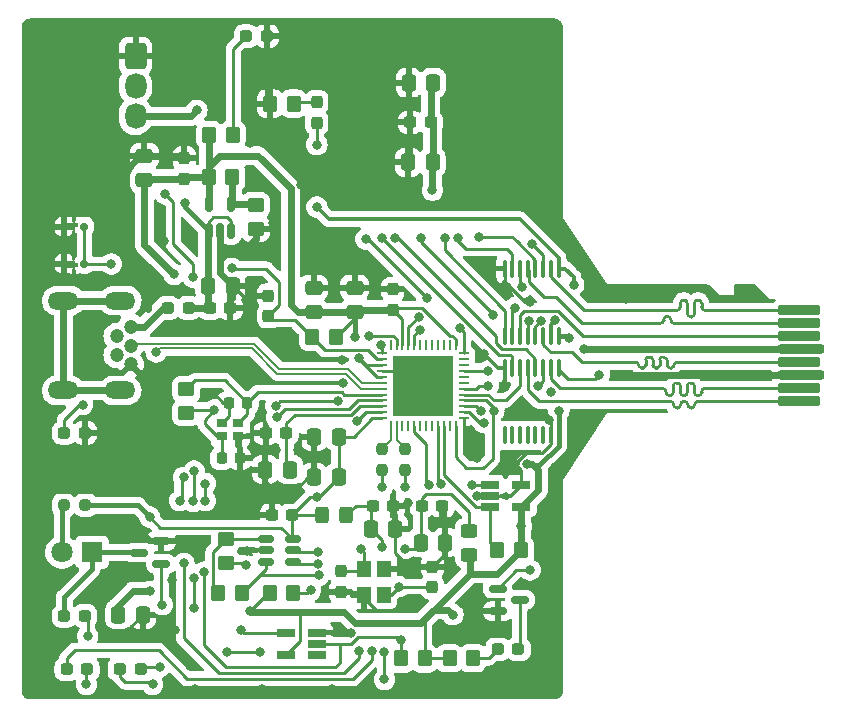
<source format=gbr>
%TF.GenerationSoftware,KiCad,Pcbnew,7.0.5*%
%TF.CreationDate,2023-07-15T17:05:49+09:00*%
%TF.ProjectId,sdmux4,73646d75-7834-42e6-9b69-6361645f7063,rev?*%
%TF.SameCoordinates,Original*%
%TF.FileFunction,Copper,L1,Top*%
%TF.FilePolarity,Positive*%
%FSLAX46Y46*%
G04 Gerber Fmt 4.6, Leading zero omitted, Abs format (unit mm)*
G04 Created by KiCad (PCBNEW 7.0.5) date 2023-07-15 17:05:49*
%MOMM*%
%LPD*%
G01*
G04 APERTURE LIST*
G04 Aperture macros list*
%AMRoundRect*
0 Rectangle with rounded corners*
0 $1 Rounding radius*
0 $2 $3 $4 $5 $6 $7 $8 $9 X,Y pos of 4 corners*
0 Add a 4 corners polygon primitive as box body*
4,1,4,$2,$3,$4,$5,$6,$7,$8,$9,$2,$3,0*
0 Add four circle primitives for the rounded corners*
1,1,$1+$1,$2,$3*
1,1,$1+$1,$4,$5*
1,1,$1+$1,$6,$7*
1,1,$1+$1,$8,$9*
0 Add four rect primitives between the rounded corners*
20,1,$1+$1,$2,$3,$4,$5,0*
20,1,$1+$1,$4,$5,$6,$7,0*
20,1,$1+$1,$6,$7,$8,$9,0*
20,1,$1+$1,$8,$9,$2,$3,0*%
G04 Aperture macros list end*
%TA.AperFunction,SMDPad,CuDef*%
%ADD10RoundRect,0.237500X0.237500X-0.300000X0.237500X0.300000X-0.237500X0.300000X-0.237500X-0.300000X0*%
%TD*%
%TA.AperFunction,SMDPad,CuDef*%
%ADD11RoundRect,0.250000X-0.350000X-0.450000X0.350000X-0.450000X0.350000X0.450000X-0.350000X0.450000X0*%
%TD*%
%TA.AperFunction,SMDPad,CuDef*%
%ADD12RoundRect,0.237500X0.287500X0.237500X-0.287500X0.237500X-0.287500X-0.237500X0.287500X-0.237500X0*%
%TD*%
%TA.AperFunction,SMDPad,CuDef*%
%ADD13RoundRect,0.200000X-1.600000X0.200000X-1.600000X-0.200000X1.600000X-0.200000X1.600000X0.200000X0*%
%TD*%
%TA.AperFunction,SMDPad,CuDef*%
%ADD14RoundRect,0.200000X-1.750000X0.200000X-1.750000X-0.200000X1.750000X-0.200000X1.750000X0.200000X0*%
%TD*%
%TA.AperFunction,SMDPad,CuDef*%
%ADD15RoundRect,0.250000X0.350000X0.450000X-0.350000X0.450000X-0.350000X-0.450000X0.350000X-0.450000X0*%
%TD*%
%TA.AperFunction,SMDPad,CuDef*%
%ADD16RoundRect,0.237500X-0.300000X-0.237500X0.300000X-0.237500X0.300000X0.237500X-0.300000X0.237500X0*%
%TD*%
%TA.AperFunction,SMDPad,CuDef*%
%ADD17RoundRect,0.250000X-0.337500X-0.475000X0.337500X-0.475000X0.337500X0.475000X-0.337500X0.475000X0*%
%TD*%
%TA.AperFunction,SMDPad,CuDef*%
%ADD18RoundRect,0.150000X-0.587500X-0.150000X0.587500X-0.150000X0.587500X0.150000X-0.587500X0.150000X0*%
%TD*%
%TA.AperFunction,SMDPad,CuDef*%
%ADD19RoundRect,0.250000X0.337500X0.475000X-0.337500X0.475000X-0.337500X-0.475000X0.337500X-0.475000X0*%
%TD*%
%TA.AperFunction,SMDPad,CuDef*%
%ADD20RoundRect,0.100000X-0.100000X0.637500X-0.100000X-0.637500X0.100000X-0.637500X0.100000X0.637500X0*%
%TD*%
%TA.AperFunction,SMDPad,CuDef*%
%ADD21RoundRect,0.062500X0.062500X-0.375000X0.062500X0.375000X-0.062500X0.375000X-0.062500X-0.375000X0*%
%TD*%
%TA.AperFunction,SMDPad,CuDef*%
%ADD22RoundRect,0.062500X0.375000X-0.062500X0.375000X0.062500X-0.375000X0.062500X-0.375000X-0.062500X0*%
%TD*%
%TA.AperFunction,ComponentPad*%
%ADD23C,3.000000*%
%TD*%
%TA.AperFunction,SMDPad,CuDef*%
%ADD24R,5.150000X5.150000*%
%TD*%
%TA.AperFunction,SMDPad,CuDef*%
%ADD25R,1.560000X0.650000*%
%TD*%
%TA.AperFunction,SMDPad,CuDef*%
%ADD26R,0.900000X0.800000*%
%TD*%
%TA.AperFunction,SMDPad,CuDef*%
%ADD27RoundRect,0.150000X-0.512500X-0.150000X0.512500X-0.150000X0.512500X0.150000X-0.512500X0.150000X0*%
%TD*%
%TA.AperFunction,SMDPad,CuDef*%
%ADD28RoundRect,0.250000X-0.450000X0.350000X-0.450000X-0.350000X0.450000X-0.350000X0.450000X0.350000X0*%
%TD*%
%TA.AperFunction,SMDPad,CuDef*%
%ADD29RoundRect,0.237500X-0.287500X-0.237500X0.287500X-0.237500X0.287500X0.237500X-0.287500X0.237500X0*%
%TD*%
%TA.AperFunction,ComponentPad*%
%ADD30C,1.200000*%
%TD*%
%TA.AperFunction,ComponentPad*%
%ADD31O,2.600000X1.500000*%
%TD*%
%TA.AperFunction,ComponentPad*%
%ADD32RoundRect,0.250200X-0.649800X0.849800X-0.649800X-0.849800X0.649800X-0.849800X0.649800X0.849800X0*%
%TD*%
%TA.AperFunction,ComponentPad*%
%ADD33O,1.800000X2.200000*%
%TD*%
%TA.AperFunction,SMDPad,CuDef*%
%ADD34R,1.200000X1.400000*%
%TD*%
%TA.AperFunction,SMDPad,CuDef*%
%ADD35RoundRect,0.150000X-0.150000X0.175000X-0.150000X-0.175000X0.150000X-0.175000X0.150000X0.175000X0*%
%TD*%
%TA.AperFunction,SMDPad,CuDef*%
%ADD36RoundRect,0.087500X-0.262500X0.087500X-0.262500X-0.087500X0.262500X-0.087500X0.262500X0.087500X0*%
%TD*%
%TA.AperFunction,SMDPad,CuDef*%
%ADD37RoundRect,0.250000X0.475000X-0.337500X0.475000X0.337500X-0.475000X0.337500X-0.475000X-0.337500X0*%
%TD*%
%TA.AperFunction,SMDPad,CuDef*%
%ADD38RoundRect,0.225000X0.225000X0.250000X-0.225000X0.250000X-0.225000X-0.250000X0.225000X-0.250000X0*%
%TD*%
%TA.AperFunction,SMDPad,CuDef*%
%ADD39RoundRect,0.150000X0.150000X-0.512500X0.150000X0.512500X-0.150000X0.512500X-0.150000X-0.512500X0*%
%TD*%
%TA.AperFunction,SMDPad,CuDef*%
%ADD40RoundRect,0.250000X-0.325000X-0.450000X0.325000X-0.450000X0.325000X0.450000X-0.325000X0.450000X0*%
%TD*%
%TA.AperFunction,SMDPad,CuDef*%
%ADD41RoundRect,0.250000X0.450000X-0.325000X0.450000X0.325000X-0.450000X0.325000X-0.450000X-0.325000X0*%
%TD*%
%TA.AperFunction,SMDPad,CuDef*%
%ADD42RoundRect,0.237500X-0.237500X0.300000X-0.237500X-0.300000X0.237500X-0.300000X0.237500X0.300000X0*%
%TD*%
%TA.AperFunction,SMDPad,CuDef*%
%ADD43RoundRect,0.237500X0.300000X0.237500X-0.300000X0.237500X-0.300000X-0.237500X0.300000X-0.237500X0*%
%TD*%
%TA.AperFunction,ComponentPad*%
%ADD44R,1.800000X1.800000*%
%TD*%
%TA.AperFunction,ComponentPad*%
%ADD45C,1.800000*%
%TD*%
%TA.AperFunction,SMDPad,CuDef*%
%ADD46RoundRect,0.237500X-0.237500X0.250000X-0.237500X-0.250000X0.237500X-0.250000X0.237500X0.250000X0*%
%TD*%
%TA.AperFunction,SMDPad,CuDef*%
%ADD47RoundRect,0.250000X0.450000X-0.350000X0.450000X0.350000X-0.450000X0.350000X-0.450000X-0.350000X0*%
%TD*%
%TA.AperFunction,SMDPad,CuDef*%
%ADD48RoundRect,0.237500X-0.237500X0.287500X-0.237500X-0.287500X0.237500X-0.287500X0.237500X0.287500X0*%
%TD*%
%TA.AperFunction,SMDPad,CuDef*%
%ADD49RoundRect,0.237500X0.250000X0.237500X-0.250000X0.237500X-0.250000X-0.237500X0.250000X-0.237500X0*%
%TD*%
%TA.AperFunction,SMDPad,CuDef*%
%ADD50RoundRect,0.150000X0.587500X0.150000X-0.587500X0.150000X-0.587500X-0.150000X0.587500X-0.150000X0*%
%TD*%
%TA.AperFunction,SMDPad,CuDef*%
%ADD51RoundRect,0.225000X-0.225000X-0.250000X0.225000X-0.250000X0.225000X0.250000X-0.225000X0.250000X0*%
%TD*%
%TA.AperFunction,ViaPad*%
%ADD52C,0.800000*%
%TD*%
%TA.AperFunction,Conductor*%
%ADD53C,0.600000*%
%TD*%
%TA.AperFunction,Conductor*%
%ADD54C,0.250000*%
%TD*%
%TA.AperFunction,Conductor*%
%ADD55C,0.400000*%
%TD*%
%TA.AperFunction,Conductor*%
%ADD56C,0.300000*%
%TD*%
%TA.AperFunction,Conductor*%
%ADD57C,0.200000*%
%TD*%
G04 APERTURE END LIST*
D10*
%TO.P,C408,1*%
%TO.N,+3.3V*%
X190937500Y-93555000D03*
%TO.P,C408,2*%
%TO.N,GND*%
X190937500Y-91830000D03*
%TD*%
D11*
%TO.P,R305,1*%
%TO.N,+3.3V*%
X175410000Y-78770000D03*
%TO.P,R305,2*%
%TO.N,Net-(D302-A)*%
X177410000Y-78770000D03*
%TD*%
D12*
%TO.P,D301,1,K*%
%TO.N,GND*%
X164875000Y-104000000D03*
%TO.P,D301,2,A*%
%TO.N,Net-(D301-A)*%
X163125000Y-104000000D03*
%TD*%
D13*
%TO.P,J102,1,Pin_1*%
%TO.N,/SDMUX/SD1_1*%
X225320000Y-93625000D03*
%TO.P,J102,2,Pin_2*%
%TO.N,/SDMUX/SD1_2*%
X225320000Y-94725000D03*
%TO.P,J102,3,Pin_3*%
%TO.N,/SDMUX/SD1_3*%
X225320000Y-95825000D03*
D14*
%TO.P,J102,4,Pin_4*%
%TO.N,/SDMUX/SD1_4*%
X225470000Y-96925000D03*
D13*
%TO.P,J102,5,Pin_5*%
%TO.N,/SDMUX/SD1_5*%
X225320000Y-98025000D03*
D14*
%TO.P,J102,6,Pin_6*%
%TO.N,GND*%
X225470000Y-99125000D03*
D13*
%TO.P,J102,7,Pin_7*%
%TO.N,/SDMUX/SD1_7*%
X225320000Y-100225000D03*
%TO.P,J102,8,Pin_8*%
%TO.N,/SDMUX/SD1_8*%
X225320000Y-101325000D03*
%TD*%
D15*
%TO.P,R304,1*%
%TO.N,+3.3V*%
X186090000Y-95850000D03*
%TO.P,R304,2*%
%TO.N,/SDCARD_READER/~{RESET}*%
X184090000Y-95850000D03*
%TD*%
D16*
%TO.P,C510,1*%
%TO.N,/SELECTOR/VPHY*%
X189237500Y-110180000D03*
%TO.P,C510,2*%
%TO.N,GND*%
X190962500Y-110180000D03*
%TD*%
D10*
%TO.P,C303,1*%
%TO.N,+3.3V*%
X173280000Y-82462500D03*
%TO.P,C303,2*%
%TO.N,GND*%
X173280000Y-80737500D03*
%TD*%
D17*
%TO.P,C302,1*%
%TO.N,+5V*%
X175292500Y-91520000D03*
%TO.P,C302,2*%
%TO.N,GND*%
X177367500Y-91520000D03*
%TD*%
D18*
%TO.P,Q603,1,G*%
%TO.N,/SDCARD_READER/SD9*%
X199822500Y-117180000D03*
%TO.P,Q603,2,S*%
%TO.N,GND*%
X199822500Y-119080000D03*
%TO.P,Q603,3,D*%
%TO.N,Net-(D601-K)*%
X201697500Y-118130000D03*
%TD*%
D19*
%TO.P,C411,1*%
%TO.N,+3.3V*%
X186377500Y-104320000D03*
%TO.P,C411,2*%
%TO.N,GND*%
X184302500Y-104320000D03*
%TD*%
D20*
%TO.P,U603,1,SEL*%
%TO.N,/SDMUX/~{SEL1}*%
X204967000Y-98483500D03*
%TO.P,U603,2,S1A*%
%TO.N,/SDMUX/SD1_7*%
X204317000Y-98483500D03*
%TO.P,U603,3,S1B*%
%TO.N,/SDCARD_READER/SD7*%
X203667000Y-98483500D03*
%TO.P,U603,4,D1*%
%TO.N,/SDMUX/SDOUT7*%
X203017000Y-98483500D03*
%TO.P,U603,5,S2A*%
%TO.N,/SDMUX/SD1_8*%
X202367000Y-98483500D03*
%TO.P,U603,6,S2B*%
%TO.N,/SDCARD_READER/SD8*%
X201717000Y-98483500D03*
%TO.P,U603,7,D2*%
%TO.N,/SDMUX/SDOUT8*%
X201067000Y-98483500D03*
%TO.P,U603,8,GND*%
%TO.N,GND*%
X200417000Y-98483500D03*
%TO.P,U603,9,D3*%
%TO.N,unconnected-(U603-D3-Pad9)*%
X200417000Y-104208500D03*
%TO.P,U603,10,S3B*%
%TO.N,unconnected-(U603-S3B-Pad10)*%
X201067000Y-104208500D03*
%TO.P,U603,11,S3A*%
%TO.N,unconnected-(U603-S3A-Pad11)*%
X201717000Y-104208500D03*
%TO.P,U603,12,D4*%
%TO.N,unconnected-(U603-D4-Pad12)*%
X202367000Y-104208500D03*
%TO.P,U603,13,S4B*%
%TO.N,unconnected-(U603-S4B-Pad13)*%
X203017000Y-104208500D03*
%TO.P,U603,14,S4A*%
%TO.N,unconnected-(U603-S4A-Pad14)*%
X203667000Y-104208500D03*
%TO.P,U603,15,~{EN}*%
%TO.N,GND*%
X204317000Y-104208500D03*
%TO.P,U603,16,VDD*%
%TO.N,+3.3V*%
X204967000Y-104208500D03*
%TD*%
D16*
%TO.P,C301,1*%
%TO.N,+5V*%
X175467500Y-93450000D03*
%TO.P,C301,2*%
%TO.N,GND*%
X177192500Y-93450000D03*
%TD*%
D21*
%TO.P,U402,1,USBDN_DM2*%
%TO.N,/SDCARD_READER/USBDP1-*%
X190750000Y-103437500D03*
%TO.P,U402,2,USBDN_DP2*%
%TO.N,/SDCARD_READER/USBDP1+*%
X191250000Y-103437500D03*
%TO.P,U402,3,USBDN_DM3*%
%TO.N,/SDCARD_READER/USBDP2-*%
X191750000Y-103437500D03*
%TO.P,U402,4,USBDN_DP3*%
%TO.N,/SDCARD_READER/USBDP2+*%
X192250000Y-103437500D03*
%TO.P,U402,5,VDD33*%
%TO.N,+3.3V*%
X192750000Y-103437500D03*
%TO.P,U402,6,PRTCTL2*%
%TO.N,unconnected-(U402-PRTCTL2-Pad6)*%
X193250000Y-103437500D03*
%TO.P,U402,7,PRTCTL3*%
%TO.N,unconnected-(U402-PRTCTL3-Pad7)*%
X193750000Y-103437500D03*
%TO.P,U402,8,~{SPI_CE}*%
%TO.N,unconnected-(U402-~{SPI_CE}-Pad8)*%
X194250000Y-103437500D03*
%TO.P,U402,9,SPI_CLK/SCL*%
%TO.N,Net-(U401-SCL)*%
X194750000Y-103437500D03*
%TO.P,U402,10,SPI_DO/SDA/SPI_SPD_SEL*%
%TO.N,Net-(U401-SDA)*%
X195250000Y-103437500D03*
%TO.P,U402,11,SPI_DI*%
%TO.N,unconnected-(U402-SPI_DI-Pad11)*%
X195750000Y-103437500D03*
%TO.P,U402,12,VDD33*%
%TO.N,+3.3V*%
X196250000Y-103437500D03*
D22*
%TO.P,U402,13,xD_D4/SD_WP/MS_SCLK*%
%TO.N,GND*%
X196937500Y-102750000D03*
%TO.P,U402,14,SD_~{CD}*%
%TO.N,/SDCARD_READER/SD9*%
X196937500Y-102250000D03*
%TO.P,U402,15,CRFILT*%
%TO.N,Net-(U402-CRFILT)*%
X196937500Y-101750000D03*
%TO.P,U402,16,VDD33*%
%TO.N,+3.3V*%
X196937500Y-101250000D03*
%TO.P,U402,17,xD_D3/SD_D1/MS_D5*%
%TO.N,/SDCARD_READER/SD8*%
X196937500Y-100750000D03*
%TO.P,U402,18,xD_D2/SD_D0/MS_D4*%
%TO.N,/SDCARD_READER/SD7*%
X196937500Y-100250000D03*
%TO.P,U402,19,xD_D1/SD_D7/MS_D6*%
%TO.N,unconnected-(U402-xD_D1{slash}SD_D7{slash}MS_D6-Pad19)*%
X196937500Y-99750000D03*
%TO.P,U402,20,xD_D0/SD_D6/MS_D7*%
%TO.N,unconnected-(U402-xD_D0{slash}SD_D6{slash}MS_D7-Pad20)*%
X196937500Y-99250000D03*
%TO.P,U402,21,xD_nWP/SD_CLK/MS_BS*%
%TO.N,/SDCARD_READER/SD5*%
X196937500Y-98750000D03*
%TO.P,U402,22,xD_~{WE}*%
%TO.N,unconnected-(U402-xD_~{WE}-Pad22)*%
X196937500Y-98250000D03*
%TO.P,U402,23,xD_ALE/SD_D5/MS_D1*%
%TO.N,unconnected-(U402-xD_ALE{slash}SD_D5{slash}MS_D1-Pad23)*%
X196937500Y-97750000D03*
%TO.P,U402,24,xD_CLE/SD_CMD/MS_D0*%
%TO.N,/SDCARD_READER/SD3*%
X196937500Y-97250000D03*
D21*
%TO.P,U402,25,VDD33*%
%TO.N,+3.3V*%
X196250000Y-96562500D03*
%TO.P,U402,26,xD_~{CE}*%
%TO.N,unconnected-(U402-xD_~{CE}-Pad26)*%
X195750000Y-96562500D03*
%TO.P,U402,27,xD_~{RE}*%
%TO.N,unconnected-(U402-xD_~{RE}-Pad27)*%
X195250000Y-96562500D03*
%TO.P,U402,28,xD_~{B/R}*%
%TO.N,unconnected-(U402-xD_~{B{slash}R}-Pad28)*%
X194750000Y-96562500D03*
%TO.P,U402,29,xD_~{CD}*%
%TO.N,unconnected-(U402-xD_~{CD}-Pad29)*%
X194250000Y-96562500D03*
%TO.P,U402,30,xD_D7/SD_D4/MS_D2*%
%TO.N,unconnected-(U402-xD_D7{slash}SD_D4{slash}MS_D2-Pad30)*%
X193750000Y-96562500D03*
%TO.P,U402,31,MS_INS*%
%TO.N,unconnected-(U402-MS_INS-Pad31)*%
X193250000Y-96562500D03*
%TO.P,U402,32,xD_D6/SD_D3/MS_D3*%
%TO.N,/SDCARD_READER/SD2*%
X192750000Y-96562500D03*
%TO.P,U402,33,xD_D5/SD_D2*%
%TO.N,/SDCARD_READER/SD1*%
X192250000Y-96562500D03*
%TO.P,U402,34,VDD33*%
%TO.N,+3.3V*%
X191750000Y-96562500D03*
%TO.P,U402,35,CRD_PWR*%
%TO.N,Net-(U402-CRD_PWR)*%
X191250000Y-96562500D03*
%TO.P,U402,36,NC*%
%TO.N,unconnected-(U402-NC-Pad36)*%
X190750000Y-96562500D03*
D22*
%TO.P,U402,37,LED*%
%TO.N,Net-(D401-A)*%
X190062500Y-97250000D03*
%TO.P,U402,38,~{RESET}*%
%TO.N,/SDCARD_READER/~{RESET}*%
X190062500Y-97750000D03*
%TO.P,U402,39,VBUS_DET*%
%TO.N,+3.3V*%
X190062500Y-98250000D03*
%TO.P,U402,40,TEST*%
%TO.N,GND*%
X190062500Y-98750000D03*
%TO.P,U402,41,VDD33*%
%TO.N,+3.3V*%
X190062500Y-99250000D03*
%TO.P,U402,42,USB+*%
%TO.N,/SDCARD_READER/USB+*%
X190062500Y-99750000D03*
%TO.P,U402,43,USB-*%
%TO.N,/SDCARD_READER/USB-*%
X190062500Y-100250000D03*
%TO.P,U402,44,XTAL2*%
%TO.N,Net-(U402-XTAL2)*%
X190062500Y-100750000D03*
%TO.P,U402,45,XTAL1/CLKIN*%
%TO.N,Net-(U402-XTAL1{slash}CLKIN)*%
X190062500Y-101250000D03*
%TO.P,U402,46,PLLFILT*%
%TO.N,Net-(U402-PLLFILT)*%
X190062500Y-101750000D03*
%TO.P,U402,47,RBIAS*%
%TO.N,Net-(U402-RBIAS)*%
X190062500Y-102250000D03*
%TO.P,U402,48,VDD33*%
%TO.N,+3.3V*%
X190062500Y-102750000D03*
D23*
%TO.P,U402,49,VSS*%
%TO.N,GND*%
X193500000Y-100000000D03*
D24*
X193500000Y-100000000D03*
%TD*%
D25*
%TO.P,U601,1,NC*%
%TO.N,unconnected-(U601-NC-Pad1)*%
X184560000Y-122810000D03*
%TO.P,U601,2*%
%TO.N,/SDMUX/~{SEL1}*%
X184560000Y-121860000D03*
%TO.P,U601,3,GND*%
%TO.N,GND*%
X184560000Y-120910000D03*
%TO.P,U601,4*%
%TO.N,/SDCARD_READER/SD9*%
X181860000Y-120910000D03*
%TO.P,U601,5,VCC*%
%TO.N,+3.3V*%
X181860000Y-122810000D03*
%TD*%
D15*
%TO.P,R405,1*%
%TO.N,Net-(D401-K)*%
X182530000Y-76130000D03*
%TO.P,R405,2*%
%TO.N,GND*%
X180530000Y-76130000D03*
%TD*%
D26*
%TO.P,Y401,1,1*%
%TO.N,Net-(U402-XTAL2)*%
X177860000Y-103190000D03*
%TO.P,Y401,2,2*%
%TO.N,GND*%
X176460000Y-103190000D03*
%TO.P,Y401,3,3*%
%TO.N,Net-(U402-XTAL1{slash}CLKIN)*%
X176460000Y-104290000D03*
%TO.P,Y401,4,4*%
%TO.N,GND*%
X177860000Y-104290000D03*
%TD*%
D19*
%TO.P,C104,1*%
%TO.N,/SDMUX/SDOUT4*%
X194307500Y-81090000D03*
%TO.P,C104,2*%
%TO.N,GND*%
X192232500Y-81090000D03*
%TD*%
D27*
%TO.P,U501,1,DO*%
%TO.N,Net-(U501-DO)*%
X180212500Y-113000000D03*
%TO.P,U501,2,GND*%
%TO.N,GND*%
X180212500Y-113950000D03*
%TO.P,U501,3,DI*%
%TO.N,Net-(U501-DI)*%
X180212500Y-114900000D03*
%TO.P,U501,4,CLK*%
%TO.N,Net-(U501-CLK)*%
X182487500Y-114900000D03*
%TO.P,U501,5,CS*%
%TO.N,Net-(U501-CS)*%
X182487500Y-113950000D03*
%TO.P,U501,6,VCC*%
%TO.N,+3.3V*%
X182487500Y-113000000D03*
%TD*%
D28*
%TO.P,R303,1*%
%TO.N,Net-(U301-ADJ)*%
X179320000Y-84700000D03*
%TO.P,R303,2*%
%TO.N,GND*%
X179320000Y-86700000D03*
%TD*%
D29*
%TO.P,D201,1,K*%
%TO.N,Net-(D201-K)*%
X163125000Y-119500000D03*
%TO.P,D201,2,A*%
%TO.N,Net-(D201-A)*%
X164875000Y-119500000D03*
%TD*%
D30*
%TO.P,J101,1,VBUS*%
%TO.N,/USB Power/USBVDD_5V*%
X168750000Y-95000000D03*
%TO.P,J101,2,D-*%
%TO.N,/SDCARD_READER/USB-*%
X167550000Y-95800000D03*
%TO.P,J101,3,D+*%
%TO.N,/SDCARD_READER/USB+*%
X168750000Y-96600000D03*
%TO.P,J101,4,ID*%
%TO.N,unconnected-(J101-ID-Pad4)*%
X167550000Y-97400000D03*
%TO.P,J101,5,GND*%
%TO.N,GND*%
X168750000Y-98200000D03*
D31*
%TO.P,J101,6,Shield*%
%TO.N,Net-(J101-Shield)*%
X167850000Y-92800000D03*
X163050000Y-92800000D03*
X167850000Y-100400000D03*
X163050000Y-100400000D03*
%TD*%
D32*
%TO.P,U201,1,GND*%
%TO.N,GND*%
X169152500Y-72105000D03*
D33*
%TO.P,U201,2,Out*%
%TO.N,/Infrad Cont/INFRAD_RX*%
X169152500Y-74645000D03*
%TO.P,U201,3,Vcc*%
%TO.N,+5V*%
X169152500Y-77185000D03*
%TD*%
D34*
%TO.P,Y501,1,1*%
%TO.N,Net-(U502-XCSI)*%
X188460000Y-115490000D03*
%TO.P,Y501,2,2*%
%TO.N,GND*%
X188460000Y-117690000D03*
%TO.P,Y501,3,3*%
%TO.N,Net-(U502-XCSO)*%
X190160000Y-117690000D03*
%TO.P,Y501,4,4*%
%TO.N,GND*%
X190160000Y-115490000D03*
%TD*%
D11*
%TO.P,R302,1*%
%TO.N,+3.3V*%
X175340000Y-82310000D03*
%TO.P,R302,2*%
%TO.N,Net-(U301-ADJ)*%
X177340000Y-82310000D03*
%TD*%
D35*
%TO.P,SW301,1,1*%
%TO.N,/SDCARD_READER/~{RESET}*%
X164830000Y-86525000D03*
%TO.P,SW301,2,2*%
X164830000Y-89675000D03*
%TO.P,SW301,3,K*%
%TO.N,GND*%
X163130000Y-86525000D03*
%TO.P,SW301,4,A*%
X163130000Y-89675000D03*
D36*
%TO.P,SW301,5,5*%
X163980000Y-86375000D03*
%TO.P,SW301,6,6*%
X163980000Y-89825000D03*
%TD*%
D37*
%TO.P,C304,1*%
%TO.N,+3.3V*%
X169900000Y-82617500D03*
%TO.P,C304,2*%
%TO.N,GND*%
X169900000Y-80542500D03*
%TD*%
D38*
%TO.P,C403,1*%
%TO.N,GND*%
X177985000Y-106160000D03*
%TO.P,C403,2*%
%TO.N,Net-(U402-XTAL1{slash}CLKIN)*%
X176435000Y-106160000D03*
%TD*%
D39*
%TO.P,U301,1,IN*%
%TO.N,+5V*%
X175360000Y-86907500D03*
%TO.P,U301,2,GND*%
%TO.N,GND*%
X176310000Y-86907500D03*
%TO.P,U301,3,EN*%
%TO.N,+5V*%
X177260000Y-86907500D03*
%TO.P,U301,4,ADJ*%
%TO.N,Net-(U301-ADJ)*%
X177260000Y-84632500D03*
%TO.P,U301,5,OUT*%
%TO.N,+3.3V*%
X175360000Y-84632500D03*
%TD*%
D40*
%TO.P,FB501,1*%
%TO.N,+3.3V*%
X184915000Y-110990000D03*
%TO.P,FB501,2*%
%TO.N,/SELECTOR/VPHY*%
X186965000Y-110990000D03*
%TD*%
D15*
%TO.P,R601,1*%
%TO.N,+3.3V*%
X193620000Y-123100000D03*
%TO.P,R601,2*%
%TO.N,/SDMUX/~{SEL1}*%
X191620000Y-123100000D03*
%TD*%
D17*
%TO.P,C201,1*%
%TO.N,+3.3V*%
X167702500Y-119390000D03*
%TO.P,C201,2*%
%TO.N,GND*%
X169777500Y-119390000D03*
%TD*%
D41*
%TO.P,FB502,1*%
%TO.N,+3.3V*%
X197410000Y-114345000D03*
%TO.P,FB502,2*%
%TO.N,/SELECTOR/VPLL*%
X197410000Y-112295000D03*
%TD*%
D12*
%TO.P,D302,1,K*%
%TO.N,GND*%
X180275000Y-70400000D03*
%TO.P,D302,2,A*%
%TO.N,Net-(D302-A)*%
X178525000Y-70400000D03*
%TD*%
D15*
%TO.P,R404,1*%
%TO.N,+3.3V*%
X201800000Y-113910000D03*
%TO.P,R404,2*%
%TO.N,Net-(U401-SDA)*%
X199800000Y-113910000D03*
%TD*%
D19*
%TO.P,C103,1*%
%TO.N,/SDMUX/SDOUT4*%
X194357500Y-74360000D03*
%TO.P,C103,2*%
%TO.N,GND*%
X192282500Y-74360000D03*
%TD*%
D29*
%TO.P,D501,1,K*%
%TO.N,/SELECTOR/ACBUS8*%
X167825000Y-124000000D03*
%TO.P,D501,2,A*%
%TO.N,Net-(D501-A)*%
X169575000Y-124000000D03*
%TD*%
D42*
%TO.P,C504,1*%
%TO.N,Net-(U502-XCSI)*%
X186510000Y-115717500D03*
%TO.P,C504,2*%
%TO.N,GND*%
X186510000Y-117442500D03*
%TD*%
D11*
%TO.P,R507,1*%
%TO.N,+3.3V*%
X180500000Y-117590000D03*
%TO.P,R507,2*%
%TO.N,Net-(U501-CLK)*%
X182500000Y-117590000D03*
%TD*%
D20*
%TO.P,U602,1,SEL*%
%TO.N,/SDMUX/~{SEL1}*%
X204967000Y-90101500D03*
%TO.P,U602,2,S1A*%
%TO.N,/SDMUX/SD1_1*%
X204317000Y-90101500D03*
%TO.P,U602,3,S1B*%
%TO.N,/SDCARD_READER/SD1*%
X203667000Y-90101500D03*
%TO.P,U602,4,D1*%
%TO.N,/SDMUX/SDOUT1*%
X203017000Y-90101500D03*
%TO.P,U602,5,S2A*%
%TO.N,/SDMUX/SD1_2*%
X202367000Y-90101500D03*
%TO.P,U602,6,S2B*%
%TO.N,/SDCARD_READER/SD2*%
X201717000Y-90101500D03*
%TO.P,U602,7,D2*%
%TO.N,/SDMUX/SDOUT2*%
X201067000Y-90101500D03*
%TO.P,U602,8,GND*%
%TO.N,GND*%
X200417000Y-90101500D03*
%TO.P,U602,9,D3*%
%TO.N,/SDMUX/SDOUT3*%
X200417000Y-95826500D03*
%TO.P,U602,10,S3B*%
%TO.N,/SDCARD_READER/SD3*%
X201067000Y-95826500D03*
%TO.P,U602,11,S3A*%
%TO.N,/SDMUX/SD1_3*%
X201717000Y-95826500D03*
%TO.P,U602,12,D4*%
%TO.N,/SDMUX/SDOUT5*%
X202367000Y-95826500D03*
%TO.P,U602,13,S4B*%
%TO.N,/SDCARD_READER/SD5*%
X203017000Y-95826500D03*
%TO.P,U602,14,S4A*%
%TO.N,/SDMUX/SD1_5*%
X203667000Y-95826500D03*
%TO.P,U602,15,~{EN}*%
%TO.N,GND*%
X204317000Y-95826500D03*
%TO.P,U602,16,VDD*%
%TO.N,+3.3V*%
X204967000Y-95826500D03*
%TD*%
D43*
%TO.P,C406,1*%
%TO.N,Net-(U402-PLLFILT)*%
X181912500Y-104040000D03*
%TO.P,C406,2*%
%TO.N,GND*%
X180187500Y-104040000D03*
%TD*%
D15*
%TO.P,R506,1*%
%TO.N,Net-(U501-DI)*%
X178170000Y-117560000D03*
%TO.P,R506,2*%
%TO.N,Net-(U501-DO)*%
X176170000Y-117560000D03*
%TD*%
D44*
%TO.P,D202,1,K*%
%TO.N,Net-(D201-K)*%
X165465000Y-114100000D03*
D45*
%TO.P,D202,2,A*%
%TO.N,Net-(D202-A)*%
X162925000Y-114100000D03*
%TD*%
D17*
%TO.P,C514,1*%
%TO.N,/SELECTOR/VPLL*%
X193302500Y-113290000D03*
%TO.P,C514,2*%
%TO.N,GND*%
X195377500Y-113290000D03*
%TD*%
D11*
%TO.P,R606,1*%
%TO.N,+3.3V*%
X195740000Y-123070000D03*
%TO.P,R606,2*%
%TO.N,Net-(D601-A)*%
X197740000Y-123070000D03*
%TD*%
D10*
%TO.P,C305,1*%
%TO.N,/SDCARD_READER/~{RESET}*%
X180410000Y-94112500D03*
%TO.P,C305,2*%
%TO.N,GND*%
X180410000Y-92387500D03*
%TD*%
D12*
%TO.P,D601,1,K*%
%TO.N,Net-(D601-K)*%
X201575000Y-122310000D03*
%TO.P,D601,2,A*%
%TO.N,Net-(D601-A)*%
X199825000Y-122310000D03*
%TD*%
D46*
%TO.P,R504,1*%
%TO.N,/SDCARD_READER/USBDP1-*%
X190000000Y-105337500D03*
%TO.P,R504,2*%
%TO.N,Net-(U502-DM)*%
X190000000Y-107162500D03*
%TD*%
D47*
%TO.P,R502,1*%
%TO.N,+3.3V*%
X176790000Y-115010000D03*
%TO.P,R502,2*%
%TO.N,Net-(U501-DO)*%
X176790000Y-113010000D03*
%TD*%
D48*
%TO.P,D401,1,K*%
%TO.N,Net-(D401-K)*%
X184500000Y-75985000D03*
%TO.P,D401,2,A*%
%TO.N,Net-(D401-A)*%
X184500000Y-77735000D03*
%TD*%
D37*
%TO.P,C410,1*%
%TO.N,+3.3V*%
X187707500Y-93770000D03*
%TO.P,C410,2*%
%TO.N,GND*%
X187707500Y-91695000D03*
%TD*%
D10*
%TO.P,C505,1*%
%TO.N,Net-(U502-XCSO)*%
X194290000Y-117042500D03*
%TO.P,C505,2*%
%TO.N,GND*%
X194290000Y-115317500D03*
%TD*%
D37*
%TO.P,C412,1*%
%TO.N,+3.3V*%
X184237500Y-93790000D03*
%TO.P,C412,2*%
%TO.N,GND*%
X184237500Y-91715000D03*
%TD*%
D49*
%TO.P,R203,1*%
%TO.N,+3.3V*%
X164902500Y-110120000D03*
%TO.P,R203,2*%
%TO.N,Net-(D202-A)*%
X163077500Y-110120000D03*
%TD*%
D50*
%TO.P,Q201,1,G*%
%TO.N,/Infrad Cont/INFRAD_TX*%
X171327500Y-115090000D03*
%TO.P,Q201,2,S*%
%TO.N,GND*%
X171327500Y-113190000D03*
%TO.P,Q201,3,D*%
%TO.N,Net-(D201-K)*%
X169452500Y-114140000D03*
%TD*%
D47*
%TO.P,R401,1*%
%TO.N,Net-(U402-XTAL1{slash}CLKIN)*%
X173440000Y-102310000D03*
%TO.P,R401,2*%
%TO.N,Net-(U402-XTAL2)*%
X173440000Y-100310000D03*
%TD*%
D43*
%TO.P,C102,1*%
%TO.N,/SDMUX/SDOUT4*%
X194132500Y-77710000D03*
%TO.P,C102,2*%
%TO.N,GND*%
X192407500Y-77710000D03*
%TD*%
D29*
%TO.P,D502,1,K*%
%TO.N,/SELECTOR/ACBUS9*%
X163325000Y-124000000D03*
%TO.P,D502,2,A*%
%TO.N,Net-(D502-A)*%
X165075000Y-124000000D03*
%TD*%
D51*
%TO.P,C404,1*%
%TO.N,GND*%
X177065000Y-101450000D03*
%TO.P,C404,2*%
%TO.N,Net-(U402-XTAL2)*%
X178615000Y-101450000D03*
%TD*%
D46*
%TO.P,R505,1*%
%TO.N,/SDCARD_READER/USBDP1+*%
X192000000Y-105337500D03*
%TO.P,R505,2*%
%TO.N,Net-(U502-DP)*%
X192000000Y-107162500D03*
%TD*%
D17*
%TO.P,C513,1*%
%TO.N,/SELECTOR/VPHY*%
X189052500Y-112100000D03*
%TO.P,C513,2*%
%TO.N,GND*%
X191127500Y-112100000D03*
%TD*%
D29*
%TO.P,FB301,1*%
%TO.N,/USB Power/USBVDD_5V*%
X171895000Y-93420000D03*
%TO.P,FB301,2*%
%TO.N,+5V*%
X173645000Y-93420000D03*
%TD*%
D16*
%TO.P,C511,1*%
%TO.N,/SELECTOR/VPLL*%
X193407500Y-110170000D03*
%TO.P,C511,2*%
%TO.N,GND*%
X195132500Y-110170000D03*
%TD*%
D19*
%TO.P,C402,1*%
%TO.N,Net-(U402-PLLFILT)*%
X182217500Y-107110000D03*
%TO.P,C402,2*%
%TO.N,GND*%
X180142500Y-107110000D03*
%TD*%
%TO.P,C409,1*%
%TO.N,+3.3V*%
X186347500Y-107760000D03*
%TO.P,C409,2*%
%TO.N,GND*%
X184272500Y-107760000D03*
%TD*%
D43*
%TO.P,C502,1*%
%TO.N,+3.3V*%
X182442500Y-110970000D03*
%TO.P,C502,2*%
%TO.N,GND*%
X180717500Y-110970000D03*
%TD*%
D25*
%TO.P,U401,1,SCL*%
%TO.N,Net-(U401-SCL)*%
X199130000Y-108380000D03*
%TO.P,U401,2,GND*%
%TO.N,GND*%
X199130000Y-109330000D03*
%TO.P,U401,3,SDA*%
%TO.N,Net-(U401-SDA)*%
X199130000Y-110280000D03*
%TO.P,U401,4,VCC*%
%TO.N,+3.3V*%
X201830000Y-110280000D03*
%TO.P,U401,5,WP*%
%TO.N,GND*%
X201830000Y-108380000D03*
%TD*%
D52*
%TO.N,GND*%
X166240000Y-79100000D03*
X203650000Y-73480000D03*
X161240000Y-102530000D03*
X171100000Y-78600000D03*
X203650000Y-79080000D03*
X202560000Y-92930000D03*
X167960000Y-116070000D03*
X218234000Y-99126000D03*
X201294895Y-106628306D03*
X198070000Y-109320000D03*
X161360000Y-79050000D03*
X178600000Y-113970000D03*
X179670000Y-83130000D03*
X196260000Y-70670000D03*
X173630000Y-87220000D03*
X185740000Y-82710000D03*
X204030000Y-121870000D03*
X161360000Y-84460000D03*
X180240000Y-73500000D03*
X195377500Y-111612500D03*
X189450000Y-83440000D03*
X186730000Y-99810000D03*
X196510000Y-76070000D03*
X200406000Y-100076000D03*
X176190000Y-95140000D03*
X161290000Y-98300000D03*
X192490000Y-115490000D03*
X161430000Y-94780000D03*
X165790000Y-95070000D03*
X171570000Y-87770000D03*
X193780000Y-125630000D03*
X182900000Y-105460000D03*
X165740000Y-98100000D03*
X176310000Y-70260000D03*
X181020000Y-105470000D03*
X175920000Y-98270000D03*
X192200000Y-109960000D03*
X210185000Y-99060000D03*
X167530000Y-103650000D03*
X171240000Y-70240000D03*
X206550000Y-103960000D03*
X161420000Y-89750000D03*
X172240000Y-116430000D03*
X171780000Y-110640000D03*
X163140000Y-84990000D03*
X186660000Y-97790000D03*
X197510000Y-119970000D03*
X190410000Y-75980000D03*
X167760000Y-121040000D03*
X175790000Y-100660000D03*
X203740000Y-125610000D03*
X204750000Y-87310000D03*
X204687884Y-94462482D03*
X200990000Y-76030000D03*
X178840000Y-79480000D03*
X198640000Y-97290000D03*
X185770000Y-125700000D03*
X171820000Y-106340000D03*
X177380000Y-107730000D03*
X178950000Y-95140000D03*
X173800000Y-123700000D03*
X161360000Y-109630000D03*
X204171072Y-102907500D03*
X198050000Y-104663000D03*
X190380000Y-70290000D03*
X200960000Y-81120000D03*
X183710000Y-86090000D03*
X192530000Y-118150000D03*
X170600000Y-99850000D03*
X198040000Y-106112000D03*
X177720000Y-110720000D03*
X204650000Y-106870000D03*
X161290000Y-116050000D03*
X204370000Y-100570000D03*
X186520000Y-87620000D03*
X187356825Y-120912925D03*
X183144891Y-83030000D03*
X180810000Y-86260000D03*
X179880000Y-125670000D03*
X192170000Y-83510000D03*
X161310000Y-70310000D03*
X203620000Y-70350000D03*
X182590000Y-79500000D03*
X210680000Y-92640000D03*
X198140000Y-125660000D03*
X196780000Y-83470000D03*
X172495500Y-120700000D03*
X204250000Y-111150000D03*
X161390000Y-125030000D03*
X178510000Y-98380000D03*
X206760000Y-89970000D03*
X180720000Y-109740000D03*
X168700000Y-111460000D03*
X203690000Y-84140000D03*
X174210000Y-125700000D03*
X173200000Y-78600000D03*
X167000000Y-125600000D03*
X204130000Y-116850000D03*
%TO.N,/SDMUX/SDOUT4*%
X194290000Y-83450000D03*
%TO.N,+3.3V*%
X184510000Y-109450000D03*
X194010000Y-108410000D03*
X170340000Y-117410000D03*
X188110000Y-97694500D03*
X170340000Y-111110000D03*
X196020000Y-119380000D03*
X172420000Y-90580000D03*
X187700000Y-95880000D03*
X202325500Y-106622299D03*
X199490000Y-102130000D03*
X178850000Y-119070000D03*
X178490000Y-115220000D03*
X204992000Y-102108000D03*
X201830000Y-111910000D03*
X205881249Y-95965286D03*
%TO.N,+5V*%
X173320000Y-84540000D03*
X174340000Y-76700000D03*
%TO.N,/SDCARD_READER/~{RESET}*%
X172900000Y-109739500D03*
X188065764Y-122503766D03*
X177300000Y-90080000D03*
X167100000Y-89700000D03*
X173250000Y-115050000D03*
X173230000Y-107770000D03*
%TO.N,Net-(U402-CRFILT)*%
X198401423Y-102173000D03*
%TO.N,Net-(U402-XTAL1{slash}CLKIN)*%
X181105332Y-102694668D03*
X175830000Y-102050000D03*
%TO.N,Net-(U502-XCSI)*%
X188250000Y-113860000D03*
%TO.N,Net-(U502-XCSO)*%
X191450000Y-117010000D03*
%TO.N,/SELECTOR/VPHY*%
X190059952Y-113620049D03*
%TO.N,/SELECTOR/VPLL*%
X191940000Y-113790000D03*
%TO.N,/SDCARD_READER/SD9*%
X178080000Y-120680000D03*
X198675500Y-103134189D03*
X202560000Y-115600000D03*
%TO.N,/SDMUX/~{SEL1}*%
X175065000Y-109739500D03*
X206248000Y-91440000D03*
X191620000Y-121570000D03*
X174975500Y-115791230D03*
X184500000Y-84880000D03*
X175070000Y-108290500D03*
X208407000Y-99060000D03*
%TO.N,Net-(D201-A)*%
X165100000Y-121200000D03*
%TO.N,/SELECTOR/ACBUS8*%
X190230000Y-122515500D03*
X190230000Y-124864500D03*
X170600000Y-125300000D03*
%TO.N,Net-(D301-A)*%
X164675000Y-101600000D03*
%TO.N,/SELECTOR/ACBUS9*%
X189137064Y-122457064D03*
%TO.N,/SDCARD_READER/SD4*%
X181012258Y-101699508D03*
X186294500Y-101285500D03*
%TO.N,/SDCARD_READER/USB-*%
X170900000Y-97149500D03*
%TO.N,Net-(D401-A)*%
X193820000Y-92600000D03*
X184500000Y-79600000D03*
X189955000Y-96524500D03*
X188650000Y-87580000D03*
%TO.N,/SDMUX/SD1_4*%
X207137000Y-96901000D03*
%TO.N,/SDMUX/SDOUT1*%
X198247000Y-87376000D03*
%TO.N,/SDMUX/SDOUT2*%
X196469000Y-87503000D03*
%TO.N,/SDMUX/SDOUT3*%
X195326000Y-87503000D03*
%TO.N,/SDMUX/SDOUT5*%
X199380000Y-93990591D03*
X202441500Y-94493960D03*
X193294000Y-87503000D03*
%TO.N,/SDMUX/SDOUT7*%
X191135000Y-87503000D03*
%TO.N,/SDMUX/SDOUT8*%
X189992000Y-87503000D03*
%TO.N,Net-(D501-A)*%
X171200000Y-123800000D03*
%TO.N,/Infrad Cont/INFRAD_TX*%
X171430000Y-118540000D03*
X176880000Y-122530000D03*
X179700000Y-122590000D03*
%TO.N,Net-(D502-A)*%
X165000000Y-125300000D03*
%TO.N,/Infrad Cont/INFRAD_RX*%
X174004500Y-90804500D03*
X174132701Y-118857299D03*
X174030000Y-109790000D03*
X174124500Y-116320000D03*
X171690000Y-83760000D03*
X174100000Y-107240000D03*
%TO.N,Net-(U402-CRD_PWR)*%
X188922988Y-95800000D03*
%TO.N,Net-(U402-RBIAS)*%
X187902701Y-103012701D03*
%TO.N,Net-(U401-SCL)*%
X195020000Y-108360000D03*
X197670000Y-108400000D03*
%TO.N,Net-(U501-CS)*%
X184620000Y-114060000D03*
%TO.N,/SDCARD_READER/SD7*%
X203250000Y-100000000D03*
X199000000Y-100000000D03*
%TO.N,Net-(U502-DM)*%
X190000000Y-108600000D03*
%TO.N,Net-(U502-DP)*%
X192000000Y-108600000D03*
%TO.N,/SDCARD_READER/SD5*%
X203499298Y-94492783D03*
X199000000Y-98750000D03*
%TO.N,Net-(U501-DI)*%
X184677389Y-116054501D03*
%TO.N,Net-(U501-CLK)*%
X184588117Y-115058994D03*
X183970000Y-117320000D03*
%TO.N,/SDCARD_READER/SD3*%
X196587048Y-95122646D03*
X201300000Y-93400000D03*
%TO.N,/SDCARD_READER/SD2*%
X201856238Y-91668361D03*
X193250000Y-95250000D03*
%TO.N,/SDCARD_READER/SD1*%
X193115049Y-94169549D03*
X202719799Y-88030201D03*
%TD*%
D53*
%TO.N,Net-(J101-Shield)*%
X163050000Y-92800000D02*
X163050000Y-100400000D01*
X167850000Y-92800000D02*
X163050000Y-92800000D01*
X163050000Y-100400000D02*
X167850000Y-100400000D01*
D54*
%TO.N,GND*%
X163280000Y-86375000D02*
X163130000Y-86525000D01*
X198400000Y-119080000D02*
X197510000Y-119970000D01*
D53*
X169507500Y-80542500D02*
X167130000Y-82920000D01*
D54*
X204317000Y-104897041D02*
X204317000Y-104208500D01*
D53*
X179320000Y-87560000D02*
X178090000Y-88790000D01*
D54*
X189500000Y-118980000D02*
X191700000Y-118980000D01*
X180212500Y-113950000D02*
X178620000Y-113950000D01*
X183790000Y-107760000D02*
X184272500Y-107760000D01*
X195377500Y-114230000D02*
X194290000Y-115317500D01*
D55*
X170430000Y-113190000D02*
X168700000Y-111460000D01*
D54*
X163980000Y-89825000D02*
X163280000Y-89825000D01*
D53*
X167130000Y-87940000D02*
X170220000Y-91030000D01*
D54*
X203534041Y-105680000D02*
X204317000Y-104897041D01*
X195377500Y-110415000D02*
X195132500Y-110170000D01*
D53*
X169900000Y-80542500D02*
X173085000Y-80542500D01*
D54*
X165060000Y-84990000D02*
X167130000Y-82920000D01*
X180187500Y-104040000D02*
X180187500Y-107065000D01*
X202560000Y-92930000D02*
X202092572Y-92930000D01*
X188460000Y-117940000D02*
X189500000Y-118980000D01*
X178150000Y-104290000D02*
X177860000Y-104290000D01*
X198050000Y-104663000D02*
X198050000Y-106102000D01*
X187707500Y-91695000D02*
X184257500Y-91695000D01*
D53*
X178090000Y-88790000D02*
X176350000Y-88790000D01*
D54*
X202092572Y-92930000D02*
X200417000Y-91254428D01*
X188212500Y-117442500D02*
X188460000Y-117690000D01*
D53*
X173085000Y-80542500D02*
X173280000Y-80737500D01*
X210251000Y-99126000D02*
X210185000Y-99060000D01*
D54*
X199130000Y-109330000D02*
X200880000Y-109330000D01*
X191700000Y-118980000D02*
X192530000Y-118150000D01*
D56*
X204317000Y-94833366D02*
X204317000Y-95826500D01*
D54*
X192250000Y-98750000D02*
X193500000Y-100000000D01*
D53*
X218234000Y-99126000D02*
X210251000Y-99126000D01*
D54*
X184302500Y-104320000D02*
X184302500Y-107730000D01*
D53*
X169900000Y-80542500D02*
X169507500Y-80542500D01*
X176310000Y-88740000D02*
X176310000Y-86907500D01*
D54*
X196937500Y-102750000D02*
X196937500Y-103550500D01*
D55*
X192407500Y-80915000D02*
X192232500Y-81090000D01*
D54*
X191127500Y-110345000D02*
X190962500Y-110180000D01*
X167760000Y-121040000D02*
X168127500Y-121040000D01*
X192662500Y-115317500D02*
X192490000Y-115490000D01*
X201294895Y-106628306D02*
X202243201Y-105680000D01*
X168127500Y-121040000D02*
X169777500Y-119390000D01*
X194290000Y-115317500D02*
X192662500Y-115317500D01*
D55*
X192232500Y-81090000D02*
X192232500Y-83447500D01*
D54*
X184562925Y-120912925D02*
X184560000Y-120910000D01*
D53*
X177182500Y-93440000D02*
X177182500Y-91705000D01*
D54*
X180717500Y-109742500D02*
X180717500Y-110970000D01*
D53*
X177182500Y-91705000D02*
X177367500Y-91520000D01*
D54*
X180187500Y-107065000D02*
X180142500Y-107110000D01*
X163140000Y-84990000D02*
X165060000Y-84990000D01*
X172425500Y-120770000D02*
X170080000Y-120770000D01*
X170080000Y-120770000D02*
X169777500Y-120467500D01*
D55*
X192282500Y-74360000D02*
X192282500Y-77585000D01*
D54*
X201830000Y-108380000D02*
X201830000Y-107163411D01*
X195377500Y-113290000D02*
X195377500Y-111612500D01*
X186510000Y-117442500D02*
X188212500Y-117442500D01*
X169777500Y-120467500D02*
X169777500Y-119390000D01*
X163980000Y-86375000D02*
X163280000Y-86375000D01*
D53*
X179320000Y-86700000D02*
X179320000Y-87560000D01*
D54*
X180530000Y-76130000D02*
X180240000Y-75840000D01*
X163130000Y-86525000D02*
X163130000Y-85000000D01*
X177860000Y-104290000D02*
X177985000Y-104415000D01*
X198050000Y-106102000D02*
X198040000Y-106112000D01*
D56*
X200417000Y-98483500D02*
X199833500Y-98483500D01*
X204687884Y-94462482D02*
X204317000Y-94833366D01*
D54*
X178620000Y-113950000D02*
X178600000Y-113970000D01*
X180410000Y-92387500D02*
X178235000Y-92387500D01*
X201830000Y-107163411D02*
X201294895Y-106628306D01*
D53*
X225470000Y-99125000D02*
X225469000Y-99126000D01*
D54*
X204317000Y-104208500D02*
X204317000Y-103053428D01*
X177065000Y-102585000D02*
X177065000Y-101450000D01*
X204317000Y-103053428D02*
X204171072Y-102907500D01*
X163130000Y-89675000D02*
X163130000Y-86525000D01*
D53*
X176310000Y-90462500D02*
X176310000Y-88740000D01*
D55*
X192282500Y-77585000D02*
X192407500Y-77710000D01*
D54*
X180142500Y-108042500D02*
X180142500Y-107110000D01*
X180720000Y-108620000D02*
X180142500Y-108042500D01*
X172495500Y-120700000D02*
X172425500Y-120770000D01*
D55*
X192407500Y-77710000D02*
X192407500Y-80915000D01*
D54*
X176460000Y-103190000D02*
X177065000Y-102585000D01*
X196937500Y-103550500D02*
X198050000Y-104663000D01*
X190062500Y-98750000D02*
X192250000Y-98750000D01*
X195377500Y-111612500D02*
X195377500Y-110415000D01*
X181810000Y-109740000D02*
X183790000Y-107760000D01*
X191127500Y-112100000D02*
X191127500Y-110345000D01*
X180275000Y-70400000D02*
X180240000Y-70435000D01*
X180720000Y-109740000D02*
X181810000Y-109740000D01*
X163280000Y-89825000D02*
X163130000Y-89675000D01*
X190160000Y-115490000D02*
X192490000Y-115490000D01*
X178235000Y-92387500D02*
X177367500Y-91520000D01*
D53*
X167130000Y-82920000D02*
X167130000Y-87940000D01*
D54*
X191127500Y-112100000D02*
X191127500Y-114127500D01*
X190937500Y-91830000D02*
X187842500Y-91830000D01*
X184302500Y-107730000D02*
X184272500Y-107760000D01*
X188460000Y-117690000D02*
X188460000Y-117940000D01*
X177065000Y-101450000D02*
X176580000Y-101450000D01*
D53*
X177192500Y-93450000D02*
X177182500Y-93440000D01*
D54*
X200417000Y-91254428D02*
X200417000Y-90101500D01*
X163130000Y-85000000D02*
X163140000Y-84990000D01*
D55*
X171327500Y-113190000D02*
X170430000Y-113190000D01*
D54*
X195377500Y-113290000D02*
X195377500Y-114230000D01*
D56*
X200406000Y-100076000D02*
X200406000Y-98494500D01*
D54*
X202243201Y-105680000D02*
X203534041Y-105680000D01*
D55*
X192232500Y-83447500D02*
X192170000Y-83510000D01*
D53*
X177367500Y-91520000D02*
X176310000Y-90462500D01*
D54*
X177985000Y-104415000D02*
X177985000Y-106160000D01*
D56*
X200406000Y-98494500D02*
X200417000Y-98483500D01*
D54*
X180720000Y-109740000D02*
X180717500Y-109742500D01*
X180240000Y-70435000D02*
X180240000Y-73500000D01*
X180240000Y-75840000D02*
X180240000Y-73500000D01*
D56*
X199833500Y-98483500D02*
X198640000Y-97290000D01*
D54*
X191127500Y-114127500D02*
X192490000Y-115490000D01*
X199822500Y-119080000D02*
X198400000Y-119080000D01*
D53*
X170220000Y-91030000D02*
X170220000Y-93530000D01*
D54*
X187356825Y-120912925D02*
X184562925Y-120912925D01*
D53*
X225469000Y-99126000D02*
X218234000Y-99126000D01*
D54*
X200880000Y-109330000D02*
X201830000Y-108380000D01*
X176580000Y-101450000D02*
X175790000Y-100660000D01*
X180720000Y-109740000D02*
X180720000Y-108620000D01*
D53*
%TO.N,/SDMUX/SDOUT4*%
X194290000Y-83450000D02*
X194290000Y-81107500D01*
X194290000Y-81107500D02*
X194307500Y-81090000D01*
X194307500Y-77885000D02*
X194132500Y-77710000D01*
X194132500Y-77710000D02*
X194132500Y-74585000D01*
X194132500Y-74585000D02*
X194357500Y-74360000D01*
X194307500Y-81090000D02*
X194307500Y-77885000D01*
%TO.N,+3.3V*%
X193510000Y-119880000D02*
X194415000Y-118975000D01*
X175340000Y-82310000D02*
X173432500Y-82310000D01*
D54*
X183962500Y-109450000D02*
X182442500Y-110970000D01*
D53*
X201830000Y-111910000D02*
X201830000Y-110280000D01*
X168910000Y-117410000D02*
X167702500Y-118617500D01*
X182280000Y-83280000D02*
X182280000Y-85627207D01*
X201830000Y-113880000D02*
X201830000Y-111910000D01*
X178960000Y-119180000D02*
X183060000Y-119180000D01*
X197480000Y-115910000D02*
X197480000Y-114415000D01*
D55*
X204967000Y-105113000D02*
X204967000Y-104208500D01*
D54*
X183060000Y-121610000D02*
X183060000Y-119180000D01*
D53*
X183060000Y-119180000D02*
X186810000Y-119180000D01*
D54*
X196250000Y-96562500D02*
X196250000Y-96076992D01*
X181497500Y-112010000D02*
X182487500Y-113000000D01*
X191047951Y-93444549D02*
X190937500Y-93555000D01*
D53*
X203260000Y-108850000D02*
X201830000Y-110280000D01*
X201800000Y-113910000D02*
X199800000Y-115910000D01*
D54*
X180330000Y-117590000D02*
X180500000Y-117590000D01*
X193740000Y-104920000D02*
X192750000Y-103930000D01*
X178280000Y-115010000D02*
X178490000Y-115220000D01*
X199490000Y-101876396D02*
X198863604Y-101250000D01*
X199490000Y-102130000D02*
X199400000Y-102220000D01*
D53*
X170055000Y-82462500D02*
X169900000Y-82617500D01*
X182290000Y-86230000D02*
X182280000Y-86240000D01*
D54*
X171240000Y-112010000D02*
X181497500Y-112010000D01*
D53*
X199800000Y-115910000D02*
X197480000Y-115910000D01*
X175340000Y-81470000D02*
X176260000Y-80550000D01*
D54*
X199490000Y-102130000D02*
X199490000Y-101876396D01*
X189190000Y-102750000D02*
X187620000Y-104320000D01*
D53*
X190937500Y-93555000D02*
X187922500Y-93555000D01*
X167702500Y-118617500D02*
X167702500Y-119390000D01*
D55*
X204992000Y-104183500D02*
X204967000Y-104208500D01*
X205742463Y-95826500D02*
X205881249Y-95965286D01*
D53*
X173432500Y-82310000D02*
X173280000Y-82462500D01*
D54*
X193740000Y-108140000D02*
X193740000Y-104920000D01*
D53*
X193300000Y-120090000D02*
X193510000Y-119880000D01*
X182900000Y-93790000D02*
X184237500Y-93790000D01*
D54*
X196250000Y-96076992D02*
X195973008Y-95800000D01*
X186090000Y-95850000D02*
X187707500Y-94232500D01*
D55*
X202325500Y-106622299D02*
X202453201Y-106750000D01*
D54*
X191750000Y-94367500D02*
X190937500Y-93555000D01*
D53*
X197480000Y-114415000D02*
X197410000Y-114345000D01*
D55*
X202453201Y-106750000D02*
X203330000Y-106750000D01*
D53*
X175360000Y-82330000D02*
X175340000Y-82310000D01*
D54*
X195710000Y-123100000D02*
X195740000Y-123070000D01*
X193444549Y-93444549D02*
X191047951Y-93444549D01*
X189576992Y-99250000D02*
X190062500Y-99250000D01*
X182442500Y-110970000D02*
X182442500Y-112955000D01*
X199400000Y-106170000D02*
X198580000Y-106990000D01*
X182442500Y-112955000D02*
X182487500Y-113000000D01*
D55*
X169350000Y-110120000D02*
X170340000Y-111110000D01*
D54*
X196250000Y-106070000D02*
X196250000Y-103437500D01*
D55*
X204967000Y-95826500D02*
X205742463Y-95826500D01*
D53*
X173280000Y-82462500D02*
X170055000Y-82462500D01*
X202752299Y-106622299D02*
X202325500Y-106622299D01*
X203260000Y-107130000D02*
X203260000Y-108850000D01*
X182290000Y-85637207D02*
X182290000Y-86230000D01*
D55*
X164902500Y-110120000D02*
X169350000Y-110120000D01*
D54*
X194010000Y-108410000D02*
X193740000Y-108140000D01*
X193620000Y-119990000D02*
X193510000Y-119880000D01*
D53*
X176260000Y-80550000D02*
X179550000Y-80550000D01*
X182280000Y-93170000D02*
X182900000Y-93790000D01*
D54*
X184510000Y-109450000D02*
X183962500Y-109450000D01*
X188665500Y-98250000D02*
X190062500Y-98250000D01*
X187707500Y-95872500D02*
X187700000Y-95880000D01*
D55*
X204992000Y-102108000D02*
X204992000Y-104183500D01*
D54*
X195800000Y-95800000D02*
X193444549Y-93444549D01*
D55*
X187707500Y-93770000D02*
X187707500Y-95872500D01*
D54*
X193620000Y-123100000D02*
X193620000Y-119990000D01*
X184510000Y-109450000D02*
X184657500Y-109450000D01*
X198863604Y-101250000D02*
X196937500Y-101250000D01*
X192750000Y-103930000D02*
X192750000Y-103437500D01*
D53*
X187720000Y-120090000D02*
X193300000Y-120090000D01*
D54*
X182462500Y-110990000D02*
X182442500Y-110970000D01*
D53*
X169900000Y-88060000D02*
X172420000Y-90580000D01*
X178850000Y-119070000D02*
X178960000Y-119180000D01*
X175360000Y-84632500D02*
X175360000Y-82330000D01*
X203260000Y-107130000D02*
X202752299Y-106622299D01*
D54*
X197170000Y-106990000D02*
X196250000Y-106070000D01*
X190062500Y-102750000D02*
X189190000Y-102750000D01*
D53*
X182280000Y-86240000D02*
X182280000Y-93170000D01*
X175340000Y-78840000D02*
X175410000Y-78770000D01*
X175340000Y-82310000D02*
X175340000Y-78840000D01*
D54*
X199400000Y-102220000D02*
X199400000Y-106170000D01*
D53*
X194415000Y-118975000D02*
X197480000Y-115910000D01*
D54*
X191750000Y-96562500D02*
X191750000Y-94367500D01*
X188110000Y-97694500D02*
X188110000Y-97783008D01*
X193620000Y-123100000D02*
X195710000Y-123100000D01*
D53*
X182280000Y-85627207D02*
X182290000Y-85637207D01*
D54*
X188110000Y-97694500D02*
X188665500Y-98250000D01*
X187620000Y-104320000D02*
X186377500Y-104320000D01*
X188110000Y-97783008D02*
X189576992Y-99250000D01*
X184657500Y-109450000D02*
X186347500Y-107760000D01*
D53*
X186810000Y-119180000D02*
X187720000Y-120090000D01*
D54*
X181860000Y-122810000D02*
X183060000Y-121610000D01*
D53*
X170340000Y-117410000D02*
X168910000Y-117410000D01*
X169900000Y-82617500D02*
X169900000Y-88060000D01*
D55*
X203330000Y-106750000D02*
X204967000Y-105113000D01*
D54*
X178850000Y-119070000D02*
X180330000Y-117590000D01*
X201800000Y-113910000D02*
X201830000Y-113880000D01*
D53*
X179550000Y-80550000D02*
X182280000Y-83280000D01*
X196020000Y-119380000D02*
X195615000Y-118975000D01*
X187707500Y-93770000D02*
X184257500Y-93770000D01*
D54*
X186377500Y-104320000D02*
X186377500Y-107730000D01*
X195973008Y-95800000D02*
X195800000Y-95800000D01*
D53*
X175340000Y-82310000D02*
X175340000Y-81470000D01*
D54*
X184915000Y-110990000D02*
X182462500Y-110990000D01*
X187707500Y-94232500D02*
X187707500Y-93770000D01*
X170340000Y-111110000D02*
X171240000Y-112010000D01*
X198580000Y-106990000D02*
X197170000Y-106990000D01*
X186377500Y-107730000D02*
X186347500Y-107760000D01*
D53*
X195615000Y-118975000D02*
X194415000Y-118975000D01*
D54*
X176790000Y-115010000D02*
X178280000Y-115010000D01*
D53*
%TO.N,+5V*%
X175147500Y-93420000D02*
X175292500Y-93275000D01*
X169152500Y-77185000D02*
X173855000Y-77185000D01*
D54*
X177260000Y-86907500D02*
X177260000Y-86080000D01*
X175750000Y-85750000D02*
X175360000Y-86140000D01*
D55*
X173320000Y-84867500D02*
X173320000Y-84540000D01*
D53*
X175292500Y-91520000D02*
X175292500Y-86975000D01*
X175292500Y-93275000D02*
X175292500Y-91520000D01*
D54*
X176930000Y-85750000D02*
X175750000Y-85750000D01*
X177260000Y-86080000D02*
X176930000Y-85750000D01*
X175360000Y-86140000D02*
X175360000Y-86907500D01*
D53*
X173645000Y-93420000D02*
X175147500Y-93420000D01*
D55*
X175360000Y-86907500D02*
X173320000Y-84867500D01*
D53*
X175292500Y-86975000D02*
X175360000Y-86907500D01*
X173855000Y-77185000D02*
X174340000Y-76700000D01*
D54*
%TO.N,/SDCARD_READER/~{RESET}*%
X172900000Y-109739500D02*
X173080000Y-109559500D01*
X167100000Y-89700000D02*
X164855000Y-89700000D01*
X188065764Y-122503766D02*
X188065764Y-123059614D01*
X173080000Y-107920000D02*
X173230000Y-107770000D01*
X189576992Y-97750000D02*
X188796992Y-96970000D01*
X188796992Y-96970000D02*
X185210000Y-96970000D01*
X180230000Y-90110000D02*
X181330000Y-91210000D01*
X185210000Y-96970000D02*
X184090000Y-95850000D01*
X176180000Y-124320000D02*
X173220000Y-121360000D01*
X181330000Y-91210000D02*
X181330000Y-93192500D01*
X173220000Y-115080000D02*
X173250000Y-115050000D01*
X186805378Y-124320000D02*
X176180000Y-124320000D01*
X164830000Y-86525000D02*
X164830000Y-89675000D01*
X180712500Y-94415000D02*
X180410000Y-94112500D01*
X164855000Y-89700000D02*
X164830000Y-89675000D01*
X190062500Y-97750000D02*
X189576992Y-97750000D01*
X173220000Y-121360000D02*
X173220000Y-115080000D01*
X177300000Y-90080000D02*
X177330000Y-90110000D01*
X173080000Y-109559500D02*
X173080000Y-107920000D01*
X188065764Y-123059614D02*
X186805378Y-124320000D01*
X182655000Y-94415000D02*
X180712500Y-94415000D01*
X177330000Y-90110000D02*
X180230000Y-90110000D01*
X181330000Y-93192500D02*
X180410000Y-94112500D01*
X184090000Y-95850000D02*
X182655000Y-94415000D01*
%TO.N,Net-(U402-CRFILT)*%
X198401423Y-102173000D02*
X197978423Y-101750000D01*
X197978423Y-101750000D02*
X196937500Y-101750000D01*
%TO.N,Net-(U402-PLLFILT)*%
X182640000Y-102460000D02*
X181912500Y-103187500D01*
X188140097Y-101750000D02*
X187430097Y-102460000D01*
X181912500Y-104040000D02*
X181912500Y-106805000D01*
X181912500Y-103187500D02*
X181912500Y-104040000D01*
X190062500Y-101750000D02*
X188140097Y-101750000D01*
X187430097Y-102460000D02*
X182640000Y-102460000D01*
%TO.N,Net-(U402-XTAL1{slash}CLKIN)*%
X176460000Y-104290000D02*
X176460000Y-106135000D01*
X187960000Y-101250000D02*
X190062500Y-101250000D01*
X176130000Y-104360000D02*
X176435000Y-104360000D01*
X181105332Y-102694668D02*
X181790000Y-102010000D01*
X176460000Y-106135000D02*
X176435000Y-106160000D01*
X175010000Y-103240000D02*
X176130000Y-104360000D01*
X175830000Y-102050000D02*
X173700000Y-102050000D01*
X181790000Y-102010000D02*
X187200000Y-102010000D01*
X175830000Y-102050000D02*
X175010000Y-102870000D01*
X187200000Y-102010000D02*
X187960000Y-101250000D01*
X173700000Y-102050000D02*
X173440000Y-102310000D01*
X175010000Y-102870000D02*
X175010000Y-103240000D01*
%TO.N,Net-(U402-XTAL2)*%
X176725000Y-99560000D02*
X174190000Y-99560000D01*
X186784305Y-100750000D02*
X186594805Y-100560500D01*
X178615000Y-101450000D02*
X176725000Y-99560000D01*
X178615000Y-101450000D02*
X178615000Y-102435000D01*
X174190000Y-99560000D02*
X173440000Y-100310000D01*
X190062500Y-100750000D02*
X186784305Y-100750000D01*
X178615000Y-102435000D02*
X177860000Y-103190000D01*
X186594805Y-100560500D02*
X179504500Y-100560500D01*
X179504500Y-100560500D02*
X178615000Y-101450000D01*
%TO.N,Net-(U502-XCSI)*%
X188250000Y-113860000D02*
X188460000Y-114070000D01*
X188232500Y-115717500D02*
X188460000Y-115490000D01*
X188460000Y-114070000D02*
X188460000Y-115490000D01*
X186510000Y-115717500D02*
X188232500Y-115717500D01*
%TO.N,Net-(U502-XCSO)*%
X191450000Y-117010000D02*
X191480000Y-117040000D01*
X191450000Y-117010000D02*
X190770000Y-117690000D01*
X194287500Y-117040000D02*
X194290000Y-117042500D01*
X191480000Y-117040000D02*
X194287500Y-117040000D01*
X190770000Y-117690000D02*
X190160000Y-117690000D01*
%TO.N,/SELECTOR/VPHY*%
X189217500Y-110160000D02*
X189237500Y-110180000D01*
X189052500Y-110365000D02*
X189237500Y-110180000D01*
X187795000Y-110160000D02*
X189217500Y-110160000D01*
X186965000Y-110990000D02*
X187795000Y-110160000D01*
X190059952Y-113107452D02*
X189052500Y-112100000D01*
X190059952Y-113620049D02*
X190059952Y-113107452D01*
X189052500Y-112100000D02*
X189052500Y-110365000D01*
%TO.N,/SELECTOR/VPLL*%
X193302500Y-113290000D02*
X193302500Y-110275000D01*
X193730000Y-109160000D02*
X195840000Y-109160000D01*
X192802500Y-113790000D02*
X193302500Y-113290000D01*
X193302500Y-110275000D02*
X193407500Y-110170000D01*
X193407500Y-110170000D02*
X193407500Y-109482500D01*
X195840000Y-109160000D02*
X197410000Y-110730000D01*
X197410000Y-110730000D02*
X197410000Y-112295000D01*
X191940000Y-113790000D02*
X192802500Y-113790000D01*
X193407500Y-109482500D02*
X193730000Y-109160000D01*
%TO.N,/SDCARD_READER/SD9*%
X178080000Y-120680000D02*
X178350000Y-120950000D01*
X197423008Y-102250000D02*
X196937500Y-102250000D01*
X178350000Y-120950000D02*
X181820000Y-120950000D01*
X198307197Y-103134189D02*
X197423008Y-102250000D01*
X199822500Y-117180000D02*
X201402500Y-115600000D01*
X201402500Y-115600000D02*
X202560000Y-115600000D01*
X181820000Y-120950000D02*
X181860000Y-120910000D01*
X198675500Y-103134189D02*
X198307197Y-103134189D01*
%TO.N,/SDMUX/~{SEL1}*%
X205740000Y-99441000D02*
X208026000Y-99441000D01*
X188025055Y-121270000D02*
X187395055Y-121900000D01*
X191620000Y-121570000D02*
X191620000Y-123100000D01*
X191320000Y-121270000D02*
X188025055Y-121270000D01*
D56*
X204967000Y-89157000D02*
X204967000Y-90101500D01*
D54*
X184600000Y-121900000D02*
X184560000Y-121860000D01*
X175070000Y-108290500D02*
X175070000Y-109734500D01*
D56*
X206248000Y-91440000D02*
X206248000Y-90805000D01*
D54*
X176850000Y-123850000D02*
X186030000Y-123850000D01*
X186440000Y-123440000D02*
X186440000Y-121900000D01*
X174975500Y-115791230D02*
X174975500Y-121975500D01*
X186030000Y-123850000D02*
X186440000Y-123440000D01*
X191620000Y-121570000D02*
X191320000Y-121270000D01*
D56*
X205544500Y-90101500D02*
X204967000Y-90101500D01*
D54*
X174975500Y-121975500D02*
X176850000Y-123850000D01*
X208026000Y-99441000D02*
X208407000Y-99060000D01*
D56*
X201720000Y-85910000D02*
X204967000Y-89157000D01*
D54*
X204967000Y-98668000D02*
X205740000Y-99441000D01*
X186440000Y-121900000D02*
X184600000Y-121900000D01*
X175070000Y-109734500D02*
X175065000Y-109739500D01*
X187395055Y-121900000D02*
X186440000Y-121900000D01*
D56*
X185530000Y-85910000D02*
X201720000Y-85910000D01*
D54*
X204967000Y-98483500D02*
X204967000Y-98668000D01*
D56*
X184500000Y-84880000D02*
X185530000Y-85910000D01*
X206248000Y-90805000D02*
X205544500Y-90101500D01*
D55*
%TO.N,Net-(D201-K)*%
X165465000Y-114100000D02*
X165465000Y-115535000D01*
X163125000Y-117875000D02*
X163125000Y-119500000D01*
X165465000Y-115535000D02*
X163125000Y-117875000D01*
D54*
X169452500Y-114140000D02*
X169412500Y-114100000D01*
D55*
X169412500Y-114100000D02*
X165465000Y-114100000D01*
D54*
%TO.N,Net-(D201-A)*%
X165100000Y-121200000D02*
X165100000Y-119725000D01*
X165100000Y-119725000D02*
X164875000Y-119500000D01*
D55*
%TO.N,Net-(D202-A)*%
X162925000Y-110272500D02*
X162925000Y-114100000D01*
X163077500Y-110120000D02*
X162925000Y-110272500D01*
D54*
%TO.N,/SELECTOR/ACBUS8*%
X168300000Y-125100000D02*
X167825000Y-124625000D01*
X170400000Y-125100000D02*
X168300000Y-125100000D01*
X167825000Y-124625000D02*
X167825000Y-124000000D01*
X170600000Y-125300000D02*
X170400000Y-125100000D01*
X190230000Y-124864500D02*
X190230000Y-122515500D01*
%TO.N,Net-(D301-A)*%
X163125000Y-102875000D02*
X163125000Y-104000000D01*
X164400000Y-101600000D02*
X163125000Y-102875000D01*
X164675000Y-101600000D02*
X164400000Y-101600000D01*
%TO.N,/SELECTOR/ACBUS9*%
X173530000Y-124830000D02*
X171100000Y-122400000D01*
X171100000Y-122400000D02*
X164000000Y-122400000D01*
X187540000Y-124830000D02*
X173530000Y-124830000D01*
X164000000Y-122400000D02*
X163325000Y-123075000D01*
X189137064Y-122457064D02*
X189137064Y-123232936D01*
X189137064Y-123232936D02*
X187540000Y-124830000D01*
X163325000Y-123075000D02*
X163325000Y-124000000D01*
%TO.N,Net-(D302-A)*%
X177410000Y-78770000D02*
X177410000Y-71490000D01*
X177410000Y-71490000D02*
X178500000Y-70400000D01*
X178500000Y-70400000D02*
X178525000Y-70400000D01*
D53*
%TO.N,/USB Power/USBVDD_5V*%
X171461371Y-93420000D02*
X169881371Y-95000000D01*
X169881371Y-95000000D02*
X168750000Y-95000000D01*
X171895000Y-93420000D02*
X171461371Y-93420000D01*
D54*
%TO.N,Net-(D401-K)*%
X182675000Y-75985000D02*
X182530000Y-76130000D01*
X184500000Y-75985000D02*
X182675000Y-75985000D01*
%TO.N,/SDCARD_READER/SD4*%
X181012258Y-101699508D02*
X181421766Y-101290000D01*
X181421766Y-101290000D02*
X186290000Y-101290000D01*
X186290000Y-101290000D02*
X186294500Y-101285500D01*
D57*
%TO.N,/SDCARD_READER/USB-*%
X181170000Y-98980000D02*
X186991040Y-98980000D01*
X188261040Y-100250000D02*
X190062500Y-100250000D01*
X170900000Y-97149500D02*
X171199500Y-96850000D01*
X179040000Y-96850000D02*
X181170000Y-98980000D01*
X171199500Y-96850000D02*
X179040000Y-96850000D01*
X186991040Y-98980000D02*
X188261040Y-100250000D01*
%TO.N,/SDCARD_READER/USB+*%
X179205685Y-96450000D02*
X168900000Y-96450000D01*
X168900000Y-96450000D02*
X168750000Y-96600000D01*
X181335685Y-98580000D02*
X179205685Y-96450000D01*
X190062500Y-99750000D02*
X188326726Y-99750000D01*
X187156726Y-98580000D02*
X181335685Y-98580000D01*
X168920000Y-96430000D02*
X168750000Y-96600000D01*
X188326726Y-99750000D02*
X187156726Y-98580000D01*
D54*
%TO.N,Net-(D401-A)*%
X188800000Y-87580000D02*
X188650000Y-87580000D01*
X184500000Y-79600000D02*
X184500000Y-77735000D01*
X189955000Y-96524500D02*
X190062500Y-96632000D01*
X193820000Y-92600000D02*
X188800000Y-87580000D01*
X190062500Y-96632000D02*
X190062500Y-97250000D01*
%TO.N,/SDMUX/SD1_1*%
X214976000Y-93626000D02*
X207152959Y-93626000D01*
X216476000Y-93039746D02*
X216476000Y-93894127D01*
X204317000Y-90790041D02*
X204317000Y-90101500D01*
X217076000Y-93326000D02*
X217076000Y-93039746D01*
X207152959Y-93626000D02*
X204317000Y-90790041D01*
X215876000Y-93894127D02*
X215876000Y-93039746D01*
X225320000Y-93625000D02*
X225319000Y-93626000D01*
X215276000Y-93039746D02*
X215276000Y-93326000D01*
X225319000Y-93626000D02*
X217376000Y-93626000D01*
X216207873Y-94162254D02*
X216144127Y-94162254D01*
X217076000Y-93326000D02*
G75*
G03*
X217376000Y-93626000I300000J0D01*
G01*
X217075954Y-93039746D02*
G75*
G03*
X216776000Y-92739746I-299954J46D01*
G01*
X214976000Y-93626000D02*
G75*
G03*
X215276000Y-93326000I0J300000D01*
G01*
X216207873Y-94162200D02*
G75*
G03*
X216476000Y-93894127I27J268100D01*
G01*
X215875946Y-93894127D02*
G75*
G03*
X216144127Y-94162254I268154J27D01*
G01*
X216776000Y-92739700D02*
G75*
G03*
X216476000Y-93039746I0J-300000D01*
G01*
X215875954Y-93039746D02*
G75*
G03*
X215576000Y-92739746I-299954J46D01*
G01*
X215576000Y-92739700D02*
G75*
G03*
X215276000Y-93039746I0J-300000D01*
G01*
%TO.N,/SDMUX/SD1_2*%
X225319000Y-94726000D02*
X214774000Y-94726000D01*
X204750000Y-92500000D02*
X203700000Y-92500000D01*
X203700000Y-92500000D02*
X202442000Y-91242000D01*
X202442000Y-91242000D02*
X202442000Y-90176500D01*
X206976000Y-94726000D02*
X204750000Y-92500000D01*
X213574000Y-94726000D02*
X206976000Y-94726000D01*
X225320000Y-94725000D02*
X225319000Y-94726000D01*
X202442000Y-90176500D02*
X202367000Y-90101500D01*
X214474000Y-94426000D02*
X214474000Y-94415489D01*
X213874000Y-94415489D02*
X213874000Y-94426000D01*
X213574000Y-94726000D02*
G75*
G03*
X213874000Y-94426000I0J300000D01*
G01*
X214174000Y-94115500D02*
G75*
G03*
X213874000Y-94415489I0J-300000D01*
G01*
X214474000Y-94426000D02*
G75*
G03*
X214774000Y-94726000I300000J0D01*
G01*
X214474011Y-94415489D02*
G75*
G03*
X214174000Y-94115489I-300011J-11D01*
G01*
%TO.N,/SDMUX/SD1_3*%
X202074135Y-93675865D02*
X201717000Y-94033000D01*
X201717000Y-94033000D02*
X201717000Y-95826500D01*
X225319000Y-95826000D02*
X207076000Y-95826000D01*
X204925865Y-93675865D02*
X202074135Y-93675865D01*
X207076000Y-95826000D02*
X204925865Y-93675865D01*
X225320000Y-95825000D02*
X225319000Y-95826000D01*
D53*
%TO.N,/SDMUX/SD1_4*%
X207137000Y-96901000D02*
X207162000Y-96926000D01*
X225469000Y-96926000D02*
X225470000Y-96925000D01*
X207162000Y-96926000D02*
X225469000Y-96926000D01*
D54*
%TO.N,/SDMUX/SD1_5*%
X225319000Y-98026000D02*
X214974000Y-98026000D01*
X212349000Y-97801000D02*
X212349000Y-98251000D01*
X203667000Y-96515041D02*
X203667000Y-95826500D01*
X213549000Y-97801000D02*
X213549000Y-98251000D01*
X225320000Y-98025000D02*
X225319000Y-98026000D01*
X213324000Y-98476000D02*
X213174000Y-98476000D01*
X211524000Y-98026000D02*
X206992000Y-98026000D01*
X206121000Y-97155000D02*
X204306959Y-97155000D01*
X212124000Y-98476000D02*
X211974000Y-98476000D01*
X204306959Y-97155000D02*
X203667000Y-96515041D01*
X212949000Y-98251000D02*
X212949000Y-97801000D01*
X214149000Y-98251000D02*
X214149000Y-97801000D01*
X213924000Y-97576000D02*
X213774000Y-97576000D01*
X206992000Y-98026000D02*
X206121000Y-97155000D01*
X214524000Y-98476000D02*
X214374000Y-98476000D01*
X212724000Y-97576000D02*
X212574000Y-97576000D01*
X214974000Y-98026000D02*
G75*
G03*
X214749000Y-98251000I0J-225000D01*
G01*
X214149000Y-97801000D02*
G75*
G03*
X213924000Y-97576000I-225000J0D01*
G01*
X212574000Y-97576000D02*
G75*
G03*
X212349000Y-97801000I0J-225000D01*
G01*
X213774000Y-97576000D02*
G75*
G03*
X213549000Y-97801000I0J-225000D01*
G01*
X212949000Y-97801000D02*
G75*
G03*
X212724000Y-97576000I-225000J0D01*
G01*
X214149000Y-98251000D02*
G75*
G03*
X214374000Y-98476000I225000J0D01*
G01*
X211749000Y-98251000D02*
G75*
G03*
X211974000Y-98476000I225000J0D01*
G01*
X212124000Y-98476000D02*
G75*
G03*
X212349000Y-98251000I0J225000D01*
G01*
X211749000Y-98251000D02*
G75*
G03*
X211524000Y-98026000I-225000J0D01*
G01*
X213324000Y-98476000D02*
G75*
G03*
X213549000Y-98251000I0J225000D01*
G01*
X212949000Y-98251000D02*
G75*
G03*
X213174000Y-98476000I225000J0D01*
G01*
X214524000Y-98476000D02*
G75*
G03*
X214749000Y-98251000I0J225000D01*
G01*
%TO.N,/SDMUX/SD1_7*%
X217074000Y-100564096D02*
X217074000Y-100526000D01*
X214074000Y-100526000D02*
X214074000Y-100564096D01*
X216474000Y-100006952D02*
X216474000Y-100564096D01*
X214674000Y-100564096D02*
X214674000Y-100006952D01*
X215274000Y-100006952D02*
X215274000Y-100564096D01*
X204317000Y-99415000D02*
X205128000Y-100226000D01*
X214893048Y-99787904D02*
X215054952Y-99787904D01*
X216093048Y-99787904D02*
X216254952Y-99787904D01*
X204317000Y-98483500D02*
X204317000Y-99415000D01*
X205128000Y-100226000D02*
X213774000Y-100226000D01*
X217374000Y-100226000D02*
X225319000Y-100226000D01*
X215874000Y-100564096D02*
X215874000Y-100006952D01*
X225319000Y-100226000D02*
X225320000Y-100225000D01*
X216774000Y-100864100D02*
G75*
G03*
X217074000Y-100564096I0J300000D01*
G01*
X216093048Y-99788000D02*
G75*
G03*
X215874000Y-100006952I-48J-219000D01*
G01*
X214074004Y-100564096D02*
G75*
G03*
X214374000Y-100864096I299996J-4D01*
G01*
X215574000Y-100864100D02*
G75*
G03*
X215874000Y-100564096I0J300000D01*
G01*
X217374000Y-100226000D02*
G75*
G03*
X217074000Y-100526000I0J-300000D01*
G01*
X216474096Y-100006952D02*
G75*
G03*
X216254952Y-99787904I-219096J-48D01*
G01*
X214074000Y-100526000D02*
G75*
G03*
X213774000Y-100226000I-300000J0D01*
G01*
X215274096Y-100006952D02*
G75*
G03*
X215054952Y-99787904I-219096J-48D01*
G01*
X216474004Y-100564096D02*
G75*
G03*
X216774000Y-100864096I299996J-4D01*
G01*
X214893048Y-99788000D02*
G75*
G03*
X214674000Y-100006952I-48J-219000D01*
G01*
X214374000Y-100864100D02*
G75*
G03*
X214674000Y-100564096I0J300000D01*
G01*
X215274004Y-100564096D02*
G75*
G03*
X215574000Y-100864096I299996J-4D01*
G01*
%TO.N,/SDMUX/SD1_8*%
X202367000Y-98483500D02*
X202367000Y-100367000D01*
X225319000Y-101326000D02*
X225320000Y-101325000D01*
X203326000Y-101326000D02*
X214424000Y-101326000D01*
X216781842Y-101326000D02*
X225319000Y-101326000D01*
X202367000Y-100367000D02*
X203326000Y-101326000D01*
X216181842Y-101883842D02*
X216224000Y-101883842D01*
X214981842Y-101883842D02*
X215024000Y-101883842D01*
X215581842Y-101326000D02*
X215624000Y-101326000D01*
X216781842Y-101326021D02*
G75*
G03*
X216502921Y-101604921I-42J-278879D01*
G01*
X215902858Y-101604921D02*
G75*
G03*
X216181842Y-101883842I278942J21D01*
G01*
X215902900Y-101604921D02*
G75*
G03*
X215624000Y-101326000I-278900J21D01*
G01*
X216224000Y-101883821D02*
G75*
G03*
X216502921Y-101604921I0J278921D01*
G01*
X214702900Y-101604921D02*
G75*
G03*
X214424000Y-101326000I-278900J21D01*
G01*
X215581842Y-101326021D02*
G75*
G03*
X215302921Y-101604921I-42J-278879D01*
G01*
X215024000Y-101883821D02*
G75*
G03*
X215302921Y-101604921I0J278921D01*
G01*
X214702858Y-101604921D02*
G75*
G03*
X214981842Y-101883842I278942J21D01*
G01*
%TO.N,/SDMUX/SDOUT1*%
X201422000Y-87757000D02*
X201041000Y-87376000D01*
X203017000Y-90101500D02*
X203017000Y-89352000D01*
X203017000Y-89352000D02*
X201422000Y-87757000D01*
X201041000Y-87376000D02*
X198247000Y-87376000D01*
%TO.N,/SDMUX/SDOUT2*%
X196469000Y-87757000D02*
X197104000Y-88392000D01*
X196469000Y-87503000D02*
X196469000Y-87757000D01*
X201067000Y-88867000D02*
X201067000Y-90101500D01*
X200592000Y-88392000D02*
X201067000Y-88867000D01*
X197104000Y-88392000D02*
X200592000Y-88392000D01*
%TO.N,/SDMUX/SDOUT3*%
X200417000Y-93647000D02*
X195326000Y-88556000D01*
X200417000Y-95826500D02*
X200417000Y-93647000D01*
X195326000Y-88556000D02*
X195326000Y-87503000D01*
%TO.N,/SDMUX/SDOUT5*%
X202441500Y-94493960D02*
X202367000Y-94568460D01*
X199380000Y-93939750D02*
X193294000Y-87853750D01*
X202367000Y-94568460D02*
X202367000Y-95826500D01*
X193294000Y-87853750D02*
X193294000Y-87503000D01*
X199380000Y-93990591D02*
X199380000Y-93939750D01*
%TO.N,/SDMUX/SDOUT7*%
X203017000Y-98483500D02*
X203017000Y-97734000D01*
X199644000Y-95794000D02*
X191353000Y-87503000D01*
X199644000Y-96392041D02*
X199644000Y-95794000D01*
X200140959Y-96889000D02*
X199644000Y-96392041D01*
X203017000Y-97734000D02*
X202172000Y-96889000D01*
X191353000Y-87503000D02*
X191135000Y-87503000D01*
X202172000Y-96889000D02*
X200140959Y-96889000D01*
%TO.N,/SDMUX/SDOUT8*%
X189992000Y-87503000D02*
X199898000Y-97409000D01*
X199898000Y-97409000D02*
X200914000Y-97409000D01*
X200914000Y-97409000D02*
X201067000Y-97562000D01*
X201067000Y-97562000D02*
X201067000Y-98483500D01*
%TO.N,Net-(D501-A)*%
X169775000Y-123800000D02*
X169575000Y-124000000D01*
X171200000Y-123800000D02*
X169775000Y-123800000D01*
%TO.N,/Infrad Cont/INFRAD_TX*%
X171430000Y-118540000D02*
X171327500Y-118437500D01*
X171327500Y-118437500D02*
X171327500Y-115090000D01*
X179700000Y-122590000D02*
X176940000Y-122590000D01*
X176940000Y-122590000D02*
X176880000Y-122530000D01*
%TO.N,Net-(D502-A)*%
X165000000Y-124075000D02*
X165075000Y-124000000D01*
X165000000Y-125300000D02*
X165000000Y-124075000D01*
%TO.N,/Infrad Cont/INFRAD_RX*%
X172340000Y-84410000D02*
X171690000Y-83760000D01*
X174132701Y-116328201D02*
X174124500Y-116320000D01*
X172340000Y-88020000D02*
X172340000Y-84410000D01*
X174100000Y-109720000D02*
X174030000Y-109790000D01*
X174004500Y-90804500D02*
X174004500Y-89684500D01*
X174004500Y-89684500D02*
X172340000Y-88020000D01*
X174132701Y-118857299D02*
X174132701Y-116328201D01*
X174100000Y-107240000D02*
X174100000Y-109720000D01*
%TO.N,Net-(D601-K)*%
X201697500Y-118130000D02*
X201697500Y-122187500D01*
X201697500Y-122187500D02*
X201575000Y-122310000D01*
%TO.N,Net-(D601-A)*%
X199825000Y-122310000D02*
X199065000Y-123070000D01*
X199065000Y-123070000D02*
X197740000Y-123070000D01*
%TO.N,Net-(U402-CRD_PWR)*%
X188922988Y-95800000D02*
X190973008Y-95800000D01*
X190973008Y-95800000D02*
X191250000Y-96076992D01*
X191250000Y-96076992D02*
X191250000Y-96562500D01*
D57*
%TO.N,/SDCARD_READER/USBDP1-*%
X190750000Y-103437500D02*
X190750000Y-104587500D01*
X190750000Y-104587500D02*
X190000000Y-105337500D01*
%TO.N,/SDCARD_READER/USBDP1+*%
X191250000Y-104587500D02*
X192000000Y-105337500D01*
X191250000Y-103437500D02*
X191250000Y-104587500D01*
D53*
%TO.N,Net-(U301-ADJ)*%
X179252500Y-84632500D02*
X179320000Y-84700000D01*
X177340000Y-84552500D02*
X177260000Y-84632500D01*
X177260000Y-84632500D02*
X179252500Y-84632500D01*
X177340000Y-82310000D02*
X177340000Y-84552500D01*
D54*
%TO.N,Net-(U402-RBIAS)*%
X187902701Y-103012701D02*
X188665402Y-102250000D01*
X188665402Y-102250000D02*
X190062500Y-102250000D01*
%TO.N,Net-(U401-SCL)*%
X197670000Y-108400000D02*
X199110000Y-108400000D01*
X195020000Y-108360000D02*
X194750000Y-108090000D01*
X199110000Y-108400000D02*
X199130000Y-108380000D01*
X194750000Y-108090000D02*
X194750000Y-103437500D01*
%TO.N,Net-(U401-SDA)*%
X197990000Y-110280000D02*
X199130000Y-110280000D01*
X199130000Y-113240000D02*
X199130000Y-110280000D01*
X195250000Y-103437500D02*
X195250000Y-107540000D01*
X195250000Y-107540000D02*
X197990000Y-110280000D01*
X199800000Y-113910000D02*
X199130000Y-113240000D01*
%TO.N,Net-(U501-DO)*%
X180212500Y-113000000D02*
X176800000Y-113000000D01*
X175700000Y-114100000D02*
X175700000Y-117090000D01*
X175700000Y-117090000D02*
X176170000Y-117560000D01*
X176790000Y-113010000D02*
X175700000Y-114100000D01*
X176800000Y-113000000D02*
X176790000Y-113010000D01*
%TO.N,Net-(U501-CS)*%
X184620000Y-114060000D02*
X182597500Y-114060000D01*
X182597500Y-114060000D02*
X182487500Y-113950000D01*
%TO.N,/SDCARD_READER/SD8*%
X199000000Y-100750000D02*
X196937500Y-100750000D01*
X201717000Y-98483500D02*
X201717000Y-100033000D01*
X201717000Y-100033000D02*
X200500000Y-101250000D01*
X199500000Y-101250000D02*
X199000000Y-100750000D01*
X200500000Y-101250000D02*
X199500000Y-101250000D01*
%TO.N,/SDCARD_READER/SD7*%
X203667000Y-98483500D02*
X203667000Y-99583000D01*
X198000000Y-100250000D02*
X196937500Y-100250000D01*
X198250000Y-100000000D02*
X198000000Y-100250000D01*
X203667000Y-99583000D02*
X203250000Y-100000000D01*
X199000000Y-100000000D02*
X198250000Y-100000000D01*
%TO.N,Net-(U502-DM)*%
X190000000Y-107162500D02*
X190000000Y-108600000D01*
%TO.N,Net-(U502-DP)*%
X192000000Y-107162500D02*
X192000000Y-108600000D01*
%TO.N,/SDCARD_READER/SD5*%
X203017000Y-95826500D02*
X203017000Y-94975081D01*
X203017000Y-94975081D02*
X203499298Y-94492783D01*
X196937500Y-98750000D02*
X199000000Y-98750000D01*
%TO.N,Net-(U501-DI)*%
X180212500Y-115517500D02*
X179700000Y-116030000D01*
X179700000Y-116030000D02*
X178170000Y-117560000D01*
X184652888Y-116030000D02*
X179700000Y-116030000D01*
X184677389Y-116054501D02*
X184652888Y-116030000D01*
X180212500Y-114900000D02*
X180212500Y-115517500D01*
%TO.N,Net-(U501-CLK)*%
X182500000Y-117590000D02*
X183700000Y-117590000D01*
X182646494Y-115058994D02*
X182487500Y-114900000D01*
X183700000Y-117590000D02*
X183970000Y-117320000D01*
X184588117Y-115058994D02*
X182646494Y-115058994D01*
%TO.N,/SDCARD_READER/SD3*%
X201067000Y-93633000D02*
X201067000Y-95826500D01*
X196937500Y-95473098D02*
X196937500Y-97250000D01*
X201300000Y-93400000D02*
X201067000Y-93633000D01*
X196587048Y-95122646D02*
X196937500Y-95473098D01*
%TO.N,/SDCARD_READER/SD2*%
X201856238Y-91668361D02*
X201717000Y-91529123D01*
X193250000Y-95250000D02*
X192750000Y-95750000D01*
X201717000Y-91529123D02*
X201717000Y-90101500D01*
X192750000Y-95750000D02*
X192750000Y-96562500D01*
%TO.N,/SDCARD_READER/SD1*%
X192250000Y-95034598D02*
X192250000Y-96562500D01*
X193115049Y-94169549D02*
X192250000Y-95034598D01*
X202719799Y-88030201D02*
X203667000Y-88977402D01*
X203667000Y-88977402D02*
X203667000Y-90101500D01*
%TD*%
%TA.AperFunction,Conductor*%
%TO.N,GND*%
G36*
X204636151Y-68911105D02*
G01*
X204665269Y-68913973D01*
X204762571Y-68924936D01*
X204784995Y-68929561D01*
X204831477Y-68943661D01*
X204836439Y-68945282D01*
X204904575Y-68969124D01*
X204922349Y-68976928D01*
X204969079Y-69001906D01*
X204976711Y-69006336D01*
X205001363Y-69021825D01*
X205034150Y-69042427D01*
X205047028Y-69051700D01*
X205089088Y-69086217D01*
X205098235Y-69094510D01*
X205145488Y-69141763D01*
X205153783Y-69150913D01*
X205188295Y-69192966D01*
X205197574Y-69205852D01*
X205233662Y-69263287D01*
X205238096Y-69270926D01*
X205263068Y-69317645D01*
X205270875Y-69335425D01*
X205294708Y-69403534D01*
X205296354Y-69408575D01*
X205310432Y-69454985D01*
X205315065Y-69477452D01*
X205326026Y-69574729D01*
X205328896Y-69603868D01*
X205329496Y-69616208D01*
X205319507Y-85787587D01*
X205318285Y-85800181D01*
X205318331Y-85800332D01*
X205318970Y-85801536D01*
X205326698Y-85810950D01*
X209062730Y-91414998D01*
X209066747Y-91422516D01*
X209069732Y-91425498D01*
X209069891Y-91425529D01*
X209069894Y-91425531D01*
X209069896Y-91425530D01*
X209074002Y-91426343D01*
X209082524Y-91425500D01*
X217571458Y-91425500D01*
X217639579Y-91445502D01*
X217655747Y-91457844D01*
X217684105Y-91483366D01*
X218616575Y-92322590D01*
X218619634Y-92325495D01*
X218619921Y-92325605D01*
X218624056Y-92325500D01*
X219794842Y-92325500D01*
X219794985Y-92325528D01*
X219794986Y-92325524D01*
X219819997Y-92325539D01*
X219820000Y-92325541D01*
X219820383Y-92325383D01*
X219820500Y-92325099D01*
X219820541Y-92325000D01*
X219820584Y-92300500D01*
X219820500Y-92300072D01*
X219820500Y-91551500D01*
X219840502Y-91483379D01*
X219894158Y-91436886D01*
X219946500Y-91425500D01*
X221567602Y-91425500D01*
X221635723Y-91445502D01*
X221656697Y-91462405D01*
X222801916Y-92607623D01*
X222802150Y-92607973D01*
X222819617Y-92625383D01*
X222819898Y-92625499D01*
X222819997Y-92625540D01*
X222819997Y-92625539D01*
X222820000Y-92625541D01*
X222820002Y-92625539D01*
X222835449Y-92625512D01*
X223220615Y-92625816D01*
X223288718Y-92645872D01*
X223335169Y-92699564D01*
X223345217Y-92769846D01*
X223315673Y-92834404D01*
X223285702Y-92859643D01*
X223279842Y-92863185D01*
X223187433Y-92955595D01*
X223125121Y-92989621D01*
X223098338Y-92992500D01*
X217821256Y-92992500D01*
X217753135Y-92972498D01*
X217706642Y-92918842D01*
X217697167Y-92888362D01*
X217692709Y-92863057D01*
X217681123Y-92797297D01*
X217642292Y-92690571D01*
X217625273Y-92643794D01*
X217623949Y-92641500D01*
X217543612Y-92502319D01*
X217438624Y-92377178D01*
X217412223Y-92355022D01*
X217313498Y-92272170D01*
X217312947Y-92271852D01*
X217172038Y-92190488D01*
X217070431Y-92153502D01*
X217018538Y-92134612D01*
X216857677Y-92106246D01*
X216857675Y-92106246D01*
X216828237Y-92106246D01*
X216828076Y-92106199D01*
X216694318Y-92106200D01*
X216533450Y-92134568D01*
X216379939Y-92190448D01*
X216238959Y-92271852D01*
X216169964Y-92288594D01*
X216112949Y-92271852D01*
X215972040Y-92190489D01*
X215972039Y-92190488D01*
X215972038Y-92190488D01*
X215870431Y-92153502D01*
X215818538Y-92134612D01*
X215657677Y-92106246D01*
X215657675Y-92106246D01*
X215628237Y-92106246D01*
X215628076Y-92106199D01*
X215494318Y-92106200D01*
X215333450Y-92134568D01*
X215179942Y-92190447D01*
X215038470Y-92272135D01*
X214913346Y-92377141D01*
X214808350Y-92502293D01*
X214726683Y-92643777D01*
X214670833Y-92797280D01*
X214654786Y-92888363D01*
X214623267Y-92951980D01*
X214562358Y-92988457D01*
X214530697Y-92992500D01*
X207467554Y-92992500D01*
X207399433Y-92972498D01*
X207378458Y-92955595D01*
X206779663Y-92356799D01*
X206745638Y-92294487D01*
X206750703Y-92223671D01*
X206793250Y-92166836D01*
X206794698Y-92165768D01*
X206859253Y-92118866D01*
X206987040Y-91976944D01*
X207082527Y-91811556D01*
X207141542Y-91629928D01*
X207161504Y-91440000D01*
X207141542Y-91250072D01*
X207082527Y-91068444D01*
X207082527Y-91068443D01*
X206987041Y-90903057D01*
X206938864Y-90849551D01*
X206908147Y-90785543D01*
X206906585Y-90766299D01*
X206906749Y-90771481D01*
X206906500Y-90767525D01*
X206906500Y-90763568D01*
X206905944Y-90759173D01*
X206905012Y-90747330D01*
X206904376Y-90727086D01*
X206903562Y-90701169D01*
X206897578Y-90680574D01*
X206893570Y-90661217D01*
X206890882Y-90639936D01*
X206873874Y-90596978D01*
X206870030Y-90585751D01*
X206857145Y-90541399D01*
X206846231Y-90522946D01*
X206837529Y-90505184D01*
X206832576Y-90492673D01*
X206829635Y-90485244D01*
X206810673Y-90459145D01*
X206802477Y-90447864D01*
X206795965Y-90437951D01*
X206772452Y-90398193D01*
X206757285Y-90383026D01*
X206744449Y-90367997D01*
X206731840Y-90350642D01*
X206696246Y-90321196D01*
X206687466Y-90313207D01*
X206071372Y-89697112D01*
X206057861Y-89680247D01*
X206055916Y-89678421D01*
X206055916Y-89678420D01*
X206004241Y-89629894D01*
X206001399Y-89627139D01*
X205983640Y-89609380D01*
X205980833Y-89606573D01*
X205977326Y-89603852D01*
X205968304Y-89596147D01*
X205934631Y-89564526D01*
X205915838Y-89554194D01*
X205899317Y-89543342D01*
X205882370Y-89530197D01*
X205850268Y-89516305D01*
X205839959Y-89511843D01*
X205829318Y-89506630D01*
X205788837Y-89484376D01*
X205788834Y-89484375D01*
X205768068Y-89479043D01*
X205749368Y-89472641D01*
X205743373Y-89470047D01*
X205688797Y-89424638D01*
X205668487Y-89370852D01*
X205659838Y-89305151D01*
X205653100Y-89288883D01*
X205636875Y-89249712D01*
X205627347Y-89205458D01*
X205625562Y-89148628D01*
X205625500Y-89144672D01*
X205625500Y-89119524D01*
X205625500Y-89115568D01*
X205624944Y-89111173D01*
X205624012Y-89099330D01*
X205623829Y-89093498D01*
X205622562Y-89053169D01*
X205616578Y-89032571D01*
X205612571Y-89013220D01*
X205610907Y-89000049D01*
X205609882Y-88991936D01*
X205592870Y-88948971D01*
X205589036Y-88937773D01*
X205576145Y-88893399D01*
X205565225Y-88874936D01*
X205556530Y-88857187D01*
X205548635Y-88837244D01*
X205521478Y-88799866D01*
X205514964Y-88789948D01*
X205491451Y-88750192D01*
X205476291Y-88735032D01*
X205463450Y-88719998D01*
X205450840Y-88702642D01*
X205415240Y-88673191D01*
X205406461Y-88665202D01*
X202246874Y-85505614D01*
X202233356Y-85488742D01*
X202179741Y-85438394D01*
X202176899Y-85435639D01*
X202159140Y-85417880D01*
X202156333Y-85415073D01*
X202152826Y-85412352D01*
X202143804Y-85404647D01*
X202110131Y-85373026D01*
X202091338Y-85362694D01*
X202074817Y-85351842D01*
X202057870Y-85338697D01*
X202057868Y-85338696D01*
X202015459Y-85320343D01*
X202004818Y-85315130D01*
X201964337Y-85292876D01*
X201964334Y-85292875D01*
X201943568Y-85287543D01*
X201924864Y-85281139D01*
X201905178Y-85272620D01*
X201859552Y-85265394D01*
X201847928Y-85262987D01*
X201831180Y-85258687D01*
X201803188Y-85251500D01*
X201803187Y-85251500D01*
X201781741Y-85251500D01*
X201762032Y-85249949D01*
X201740848Y-85246594D01*
X201740847Y-85246594D01*
X201720770Y-85248491D01*
X201694859Y-85250941D01*
X201683004Y-85251500D01*
X185854950Y-85251500D01*
X185786829Y-85231498D01*
X185765855Y-85214595D01*
X185442969Y-84891709D01*
X185408943Y-84829397D01*
X185406754Y-84815784D01*
X185404342Y-84792838D01*
X185393542Y-84690072D01*
X185393541Y-84690070D01*
X185334526Y-84508442D01*
X185239041Y-84343057D01*
X185111252Y-84201133D01*
X184956753Y-84088883D01*
X184956752Y-84088882D01*
X184782288Y-84011206D01*
X184595487Y-83971500D01*
X184404513Y-83971500D01*
X184279979Y-83997970D01*
X184217711Y-84011206D01*
X184043246Y-84088883D01*
X183888747Y-84201133D01*
X183760958Y-84343057D01*
X183665472Y-84508443D01*
X183606458Y-84690070D01*
X183586496Y-84880000D01*
X183606458Y-85069929D01*
X183665472Y-85251556D01*
X183760958Y-85416942D01*
X183836511Y-85500852D01*
X183888747Y-85558866D01*
X184043248Y-85671118D01*
X184217712Y-85748794D01*
X184404513Y-85788500D01*
X184425050Y-85788500D01*
X184493171Y-85808502D01*
X184514145Y-85825405D01*
X185003125Y-86314385D01*
X185016642Y-86331256D01*
X185018583Y-86333079D01*
X185018584Y-86333080D01*
X185052480Y-86364910D01*
X185070257Y-86381604D01*
X185073099Y-86384359D01*
X185093667Y-86404927D01*
X185096800Y-86407357D01*
X185097172Y-86407646D01*
X185106198Y-86415355D01*
X185139867Y-86446972D01*
X185158666Y-86457307D01*
X185175186Y-86468159D01*
X185192132Y-86481304D01*
X185234534Y-86499653D01*
X185245182Y-86504870D01*
X185285659Y-86527122D01*
X185285663Y-86527124D01*
X185306432Y-86532456D01*
X185325134Y-86538859D01*
X185344824Y-86547380D01*
X185390448Y-86554605D01*
X185402067Y-86557011D01*
X185446812Y-86568500D01*
X185468259Y-86568500D01*
X185487967Y-86570050D01*
X185509152Y-86573406D01*
X185555140Y-86569058D01*
X185566996Y-86568500D01*
X188108790Y-86568500D01*
X188176911Y-86588502D01*
X188223404Y-86642158D01*
X188233508Y-86712432D01*
X188204014Y-86777012D01*
X188182851Y-86796436D01*
X188038747Y-86901133D01*
X187910958Y-87043057D01*
X187815472Y-87208443D01*
X187756458Y-87390070D01*
X187736496Y-87579999D01*
X187756458Y-87769929D01*
X187815472Y-87951556D01*
X187910958Y-88116942D01*
X187966650Y-88178794D01*
X188038747Y-88258866D01*
X188193248Y-88371118D01*
X188367712Y-88448794D01*
X188554513Y-88488500D01*
X188554515Y-88488500D01*
X188758730Y-88488500D01*
X188758730Y-88492856D01*
X188804667Y-88496347D01*
X188849206Y-88525111D01*
X190893500Y-90569405D01*
X190927526Y-90631717D01*
X190922461Y-90702532D01*
X190879914Y-90759368D01*
X190813394Y-90784179D01*
X190804405Y-90784500D01*
X190653529Y-90784500D01*
X190647139Y-90784825D01*
X190548217Y-90794931D01*
X190382795Y-90849746D01*
X190234463Y-90941239D01*
X190111239Y-91064463D01*
X190019746Y-91212795D01*
X189964931Y-91378217D01*
X189954825Y-91477139D01*
X189954500Y-91483529D01*
X189954500Y-91576000D01*
X191847905Y-91576000D01*
X191916026Y-91596002D01*
X191937000Y-91612905D01*
X192872877Y-92548782D01*
X192906903Y-92611094D01*
X192909091Y-92624704D01*
X192914050Y-92671876D01*
X192901280Y-92741714D01*
X192852779Y-92793562D01*
X192788741Y-92811049D01*
X191852438Y-92811049D01*
X191784317Y-92791047D01*
X191737824Y-92737391D01*
X191727720Y-92667117D01*
X191757214Y-92602537D01*
X191763343Y-92595954D01*
X191763760Y-92595536D01*
X191855253Y-92447204D01*
X191910068Y-92281782D01*
X191920174Y-92182860D01*
X191920500Y-92176470D01*
X191920500Y-92084000D01*
X189954500Y-92084000D01*
X189954500Y-92176470D01*
X189954825Y-92182860D01*
X189964931Y-92281782D01*
X190019746Y-92447204D01*
X190085837Y-92554353D01*
X190104574Y-92622833D01*
X190083315Y-92690571D01*
X190028808Y-92736063D01*
X189978596Y-92746500D01*
X188844665Y-92746500D01*
X188776544Y-92726498D01*
X188730051Y-92672842D01*
X188719947Y-92602568D01*
X188749441Y-92537988D01*
X188755570Y-92531405D01*
X188781132Y-92505842D01*
X188874159Y-92355022D01*
X188929893Y-92186827D01*
X188940174Y-92086192D01*
X188940500Y-92079802D01*
X188940500Y-91949000D01*
X186474500Y-91949000D01*
X186474500Y-92079802D01*
X186474825Y-92086192D01*
X186485106Y-92186827D01*
X186540840Y-92355022D01*
X186633867Y-92505842D01*
X186769574Y-92641549D01*
X186766677Y-92644445D01*
X186796624Y-92677725D01*
X186808042Y-92747798D01*
X186779764Y-92812920D01*
X186768709Y-92822503D01*
X186769262Y-92823056D01*
X186758848Y-92833469D01*
X186758848Y-92833470D01*
X186667721Y-92924596D01*
X186605412Y-92958620D01*
X186578628Y-92961500D01*
X185346372Y-92961500D01*
X185278251Y-92941498D01*
X185257281Y-92924599D01*
X185186152Y-92853470D01*
X185186151Y-92853469D01*
X185175738Y-92843056D01*
X185178559Y-92840234D01*
X185148355Y-92806644D01*
X185136962Y-92736567D01*
X185165264Y-92671455D01*
X185176018Y-92662141D01*
X185175426Y-92661549D01*
X185311132Y-92525842D01*
X185404159Y-92375022D01*
X185459893Y-92206827D01*
X185470174Y-92106192D01*
X185470500Y-92099802D01*
X185470500Y-91969000D01*
X184109500Y-91969000D01*
X184041379Y-91948998D01*
X183994886Y-91895342D01*
X183983500Y-91843000D01*
X183983500Y-90619500D01*
X184491500Y-90619500D01*
X184491500Y-91461000D01*
X185470500Y-91461000D01*
X185470500Y-91441000D01*
X186474500Y-91441000D01*
X187453500Y-91441000D01*
X187453500Y-90599500D01*
X187961500Y-90599500D01*
X187961500Y-91441000D01*
X188940500Y-91441000D01*
X188940500Y-91310197D01*
X188940174Y-91303807D01*
X188929893Y-91203172D01*
X188874159Y-91034977D01*
X188781132Y-90884157D01*
X188655842Y-90758867D01*
X188505022Y-90665840D01*
X188336827Y-90610106D01*
X188236192Y-90599825D01*
X188229803Y-90599500D01*
X187961500Y-90599500D01*
X187453500Y-90599500D01*
X187185197Y-90599500D01*
X187178807Y-90599825D01*
X187078172Y-90610106D01*
X186909977Y-90665840D01*
X186759157Y-90758867D01*
X186633867Y-90884157D01*
X186540840Y-91034977D01*
X186485106Y-91203172D01*
X186474825Y-91303807D01*
X186474500Y-91310197D01*
X186474500Y-91441000D01*
X185470500Y-91441000D01*
X185470500Y-91330197D01*
X185470174Y-91323807D01*
X185459893Y-91223172D01*
X185404159Y-91054977D01*
X185311132Y-90904157D01*
X185185842Y-90778867D01*
X185035022Y-90685840D01*
X184866827Y-90630106D01*
X184766192Y-90619825D01*
X184759803Y-90619500D01*
X184491500Y-90619500D01*
X183983500Y-90619500D01*
X183715197Y-90619500D01*
X183708807Y-90619825D01*
X183608172Y-90630106D01*
X183439975Y-90685841D01*
X183280646Y-90784116D01*
X183212167Y-90802853D01*
X183144428Y-90781593D01*
X183098937Y-90727086D01*
X183088500Y-90676875D01*
X183088500Y-86379107D01*
X183091659Y-86351069D01*
X183096811Y-86328498D01*
X183098500Y-86321097D01*
X183098500Y-86138904D01*
X183098500Y-86138903D01*
X183098500Y-85591801D01*
X183098500Y-85591800D01*
X183098500Y-85546110D01*
X183093374Y-85523653D01*
X183091659Y-85516135D01*
X183088500Y-85488099D01*
X183088500Y-83188904D01*
X183079906Y-83151254D01*
X183077539Y-83137319D01*
X183073217Y-83098951D01*
X183060464Y-83062507D01*
X183056551Y-83048925D01*
X183047959Y-83011281D01*
X183046730Y-83008729D01*
X183031201Y-82976484D01*
X183025800Y-82963445D01*
X183013043Y-82926985D01*
X183013041Y-82926982D01*
X183013041Y-82926981D01*
X182992499Y-82894289D01*
X182985663Y-82881921D01*
X182968909Y-82847130D01*
X182944831Y-82816938D01*
X182936655Y-82805415D01*
X182916110Y-82772718D01*
X181487392Y-81344000D01*
X191137000Y-81344000D01*
X191137000Y-81612302D01*
X191137325Y-81618692D01*
X191147606Y-81719327D01*
X191203340Y-81887522D01*
X191296367Y-82038342D01*
X191421657Y-82163632D01*
X191572477Y-82256659D01*
X191740672Y-82312393D01*
X191841307Y-82322674D01*
X191847697Y-82323000D01*
X191978500Y-82323000D01*
X192486500Y-82323000D01*
X192617303Y-82323000D01*
X192623692Y-82322674D01*
X192724327Y-82312393D01*
X192892522Y-82256659D01*
X193043342Y-82163632D01*
X193179049Y-82027926D01*
X193181945Y-82030822D01*
X193215205Y-82000884D01*
X193285276Y-81989454D01*
X193350403Y-82017721D01*
X193360001Y-82028792D01*
X193360556Y-82028238D01*
X193370969Y-82038651D01*
X193370970Y-82038652D01*
X193444596Y-82112278D01*
X193478620Y-82174588D01*
X193481500Y-82201372D01*
X193481500Y-82999602D01*
X193464619Y-83062602D01*
X193455472Y-83078443D01*
X193396458Y-83260070D01*
X193376877Y-83446373D01*
X193376496Y-83450000D01*
X193382644Y-83508499D01*
X193396458Y-83639929D01*
X193455472Y-83821556D01*
X193550958Y-83986942D01*
X193642745Y-84088882D01*
X193678747Y-84128866D01*
X193833248Y-84241118D01*
X194007712Y-84318794D01*
X194194513Y-84358500D01*
X194194515Y-84358500D01*
X194385485Y-84358500D01*
X194385487Y-84358500D01*
X194572288Y-84318794D01*
X194746752Y-84241118D01*
X194901253Y-84128866D01*
X195029040Y-83986944D01*
X195124527Y-83821556D01*
X195183542Y-83639928D01*
X195203504Y-83450000D01*
X195183542Y-83260072D01*
X195131190Y-83098951D01*
X195124527Y-83078443D01*
X195115381Y-83062602D01*
X195098500Y-82999602D01*
X195098500Y-82236373D01*
X195118502Y-82168252D01*
X195135405Y-82147278D01*
X195244027Y-82038655D01*
X195244027Y-82038654D01*
X195244030Y-82038652D01*
X195337115Y-81887738D01*
X195392887Y-81719426D01*
X195403500Y-81615545D01*
X195403499Y-80564456D01*
X195392887Y-80460574D01*
X195337115Y-80292262D01*
X195244030Y-80141348D01*
X195244028Y-80141346D01*
X195244027Y-80141344D01*
X195152905Y-80050222D01*
X195118879Y-79987910D01*
X195116000Y-79961127D01*
X195116000Y-78276829D01*
X195122395Y-78237197D01*
X195168062Y-78099381D01*
X195178500Y-77997213D01*
X195178499Y-77422788D01*
X195168062Y-77320619D01*
X195113209Y-77155080D01*
X195021658Y-77006654D01*
X195021656Y-77006652D01*
X195021655Y-77006650D01*
X194977905Y-76962900D01*
X194943879Y-76900588D01*
X194941000Y-76873805D01*
X194941000Y-75643529D01*
X194961002Y-75575408D01*
X195006111Y-75536320D01*
X195005203Y-75534847D01*
X195014257Y-75529262D01*
X195014658Y-75528915D01*
X195015104Y-75528739D01*
X195017735Y-75527115D01*
X195017738Y-75527115D01*
X195168652Y-75434030D01*
X195294030Y-75308652D01*
X195387115Y-75157738D01*
X195442887Y-74989426D01*
X195453500Y-74885545D01*
X195453499Y-73834456D01*
X195442887Y-73730574D01*
X195387115Y-73562262D01*
X195294030Y-73411348D01*
X195294028Y-73411346D01*
X195294027Y-73411344D01*
X195168655Y-73285972D01*
X195096206Y-73241285D01*
X195017738Y-73192885D01*
X194849426Y-73137113D01*
X194849423Y-73137112D01*
X194849421Y-73137112D01*
X194748746Y-73126826D01*
X194748725Y-73126824D01*
X194745545Y-73126500D01*
X194742339Y-73126500D01*
X193972661Y-73126500D01*
X193972641Y-73126500D01*
X193969456Y-73126501D01*
X193966279Y-73126825D01*
X193966270Y-73126826D01*
X193865573Y-73137113D01*
X193697262Y-73192885D01*
X193546344Y-73285972D01*
X193410556Y-73421761D01*
X193407735Y-73418940D01*
X193374126Y-73449152D01*
X193304047Y-73460534D01*
X193238940Y-73432222D01*
X193229639Y-73421483D01*
X193229049Y-73422074D01*
X193093342Y-73286367D01*
X192942522Y-73193340D01*
X192774327Y-73137606D01*
X192673692Y-73127325D01*
X192667303Y-73127000D01*
X192536500Y-73127000D01*
X192536500Y-75593000D01*
X192667303Y-75593000D01*
X192673692Y-75592674D01*
X192774327Y-75582393D01*
X192942522Y-75526659D01*
X193093342Y-75433632D01*
X193108905Y-75418070D01*
X193171217Y-75384044D01*
X193242032Y-75389109D01*
X193298868Y-75431656D01*
X193323679Y-75498176D01*
X193324000Y-75507165D01*
X193324000Y-76751096D01*
X193303998Y-76819217D01*
X193250342Y-76865710D01*
X193180068Y-76875814D01*
X193131853Y-76858337D01*
X193024704Y-76792246D01*
X192859282Y-76737431D01*
X192760360Y-76727325D01*
X192753971Y-76727000D01*
X192661500Y-76727000D01*
X192661500Y-78693000D01*
X192753971Y-78693000D01*
X192760360Y-78692674D01*
X192859282Y-78682568D01*
X193024704Y-78627753D01*
X193173032Y-78536263D01*
X193180548Y-78528747D01*
X193242859Y-78494720D01*
X193313675Y-78499783D01*
X193358741Y-78528745D01*
X193366256Y-78536260D01*
X193366654Y-78536658D01*
X193439147Y-78581372D01*
X193486625Y-78634158D01*
X193499000Y-78688613D01*
X193499000Y-79961127D01*
X193478998Y-80029248D01*
X193462095Y-80050222D01*
X193360556Y-80151761D01*
X193357735Y-80148940D01*
X193324126Y-80179152D01*
X193254047Y-80190534D01*
X193188940Y-80162222D01*
X193179639Y-80151483D01*
X193179049Y-80152074D01*
X193043342Y-80016367D01*
X192892522Y-79923340D01*
X192724327Y-79867606D01*
X192623692Y-79857325D01*
X192617303Y-79857000D01*
X192486500Y-79857000D01*
X192486500Y-82323000D01*
X191978500Y-82323000D01*
X191978500Y-81344000D01*
X191137000Y-81344000D01*
X181487392Y-81344000D01*
X180979392Y-80836000D01*
X191137000Y-80836000D01*
X191978500Y-80836000D01*
X191978500Y-79857000D01*
X191847697Y-79857000D01*
X191841307Y-79857325D01*
X191740672Y-79867606D01*
X191572477Y-79923340D01*
X191421657Y-80016367D01*
X191296367Y-80141657D01*
X191203340Y-80292477D01*
X191147606Y-80460672D01*
X191137325Y-80561307D01*
X191137000Y-80567697D01*
X191137000Y-80836000D01*
X180979392Y-80836000D01*
X180057281Y-79913889D01*
X180057280Y-79913888D01*
X180024578Y-79893340D01*
X180013068Y-79885173D01*
X179982870Y-79861091D01*
X179948076Y-79844335D01*
X179935708Y-79837499D01*
X179903018Y-79816958D01*
X179897656Y-79815081D01*
X179866560Y-79804201D01*
X179853512Y-79798796D01*
X179818718Y-79782040D01*
X179781064Y-79773445D01*
X179767494Y-79769535D01*
X179731050Y-79756783D01*
X179708372Y-79754228D01*
X179692664Y-79752458D01*
X179678745Y-79750092D01*
X179641097Y-79741500D01*
X179641096Y-79741500D01*
X178555275Y-79741500D01*
X178487154Y-79721498D01*
X178440661Y-79667842D01*
X178430557Y-79597568D01*
X178448035Y-79549353D01*
X178448604Y-79548429D01*
X178452115Y-79542738D01*
X178507887Y-79374426D01*
X178518500Y-79270545D01*
X178518499Y-78269456D01*
X178507887Y-78165574D01*
X178452115Y-77997262D01*
X178359030Y-77846348D01*
X178359028Y-77846346D01*
X178359027Y-77846344D01*
X178233655Y-77720972D01*
X178187140Y-77692281D01*
X178103351Y-77640599D01*
X178055875Y-77587815D01*
X178043500Y-77533360D01*
X178043500Y-76384000D01*
X179422000Y-76384000D01*
X179422000Y-76627302D01*
X179422325Y-76633692D01*
X179432606Y-76734327D01*
X179488340Y-76902522D01*
X179581367Y-77053342D01*
X179706657Y-77178632D01*
X179857477Y-77271659D01*
X180025672Y-77327393D01*
X180126307Y-77337674D01*
X180132697Y-77338000D01*
X180276000Y-77338000D01*
X180784000Y-77338000D01*
X180927303Y-77338000D01*
X180933692Y-77337674D01*
X181034327Y-77327393D01*
X181202522Y-77271659D01*
X181353342Y-77178632D01*
X181440551Y-77091424D01*
X181502863Y-77057398D01*
X181573678Y-77062463D01*
X181618741Y-77091424D01*
X181706344Y-77179027D01*
X181706346Y-77179028D01*
X181706348Y-77179030D01*
X181857262Y-77272115D01*
X182025574Y-77327887D01*
X182101637Y-77335658D01*
X182126253Y-77338173D01*
X182126255Y-77338173D01*
X182129455Y-77338500D01*
X182930544Y-77338499D01*
X183034426Y-77327887D01*
X183202738Y-77272115D01*
X183333842Y-77191248D01*
X183402320Y-77172511D01*
X183470059Y-77193770D01*
X183515551Y-77248277D01*
X183525336Y-77311294D01*
X183516825Y-77394600D01*
X183516825Y-77394602D01*
X183516500Y-77397787D01*
X183516500Y-77400991D01*
X183516500Y-77400992D01*
X183516500Y-78069006D01*
X183516500Y-78069025D01*
X183516501Y-78072212D01*
X183516825Y-78075389D01*
X183516826Y-78075397D01*
X183526938Y-78174378D01*
X183526938Y-78174381D01*
X183581791Y-78339920D01*
X183647313Y-78446146D01*
X183673344Y-78488349D01*
X183796649Y-78611654D01*
X183796651Y-78611655D01*
X183796654Y-78611658D01*
X183806645Y-78617820D01*
X183854124Y-78670604D01*
X183866500Y-78725062D01*
X183866500Y-78897473D01*
X183846498Y-78965594D01*
X183834137Y-78981783D01*
X183760958Y-79063057D01*
X183665472Y-79228443D01*
X183606458Y-79410070D01*
X183586496Y-79599999D01*
X183606458Y-79789929D01*
X183665472Y-79971556D01*
X183760958Y-80136942D01*
X183888747Y-80278865D01*
X183888747Y-80278866D01*
X184043248Y-80391118D01*
X184217712Y-80468794D01*
X184404513Y-80508500D01*
X184404515Y-80508500D01*
X184595485Y-80508500D01*
X184595487Y-80508500D01*
X184782288Y-80468794D01*
X184956752Y-80391118D01*
X185111253Y-80278866D01*
X185239040Y-80136944D01*
X185334527Y-79971556D01*
X185393542Y-79789928D01*
X185413504Y-79600000D01*
X185393542Y-79410072D01*
X185334527Y-79228444D01*
X185334527Y-79228443D01*
X185239041Y-79063057D01*
X185165863Y-78981783D01*
X185135146Y-78917775D01*
X185133500Y-78897473D01*
X185133500Y-78725062D01*
X185153502Y-78656941D01*
X185193353Y-78617821D01*
X185203346Y-78611658D01*
X185326658Y-78488346D01*
X185418209Y-78339920D01*
X185473062Y-78174381D01*
X185483500Y-78072213D01*
X185483500Y-77964000D01*
X191362000Y-77964000D01*
X191362000Y-77993970D01*
X191362325Y-78000360D01*
X191372431Y-78099282D01*
X191427246Y-78264704D01*
X191518739Y-78413036D01*
X191641963Y-78536260D01*
X191790295Y-78627753D01*
X191955717Y-78682568D01*
X192054639Y-78692674D01*
X192061029Y-78693000D01*
X192153500Y-78693000D01*
X192153500Y-77964000D01*
X191362000Y-77964000D01*
X185483500Y-77964000D01*
X185483499Y-77456000D01*
X191362000Y-77456000D01*
X192153500Y-77456000D01*
X192153500Y-76727000D01*
X192061029Y-76727000D01*
X192054639Y-76727325D01*
X191955717Y-76737431D01*
X191790295Y-76792246D01*
X191641963Y-76883739D01*
X191518739Y-77006963D01*
X191427246Y-77155295D01*
X191372431Y-77320717D01*
X191362325Y-77419639D01*
X191362000Y-77426029D01*
X191362000Y-77456000D01*
X185483499Y-77456000D01*
X185483499Y-77397788D01*
X185473062Y-77295619D01*
X185418209Y-77130080D01*
X185326658Y-76981654D01*
X185326657Y-76981653D01*
X185326656Y-76981651D01*
X185294100Y-76949096D01*
X185260074Y-76886785D01*
X185265138Y-76815969D01*
X185294100Y-76770904D01*
X185326656Y-76738348D01*
X185326658Y-76738346D01*
X185418209Y-76589920D01*
X185473062Y-76424381D01*
X185483500Y-76322213D01*
X185483499Y-75647788D01*
X185473062Y-75545619D01*
X185418209Y-75380080D01*
X185326658Y-75231654D01*
X185326656Y-75231652D01*
X185326655Y-75231650D01*
X185203349Y-75108344D01*
X185159613Y-75081367D01*
X185054920Y-75016791D01*
X184889381Y-74961938D01*
X184889378Y-74961937D01*
X184790414Y-74951826D01*
X184790393Y-74951824D01*
X184787213Y-74951500D01*
X184784007Y-74951500D01*
X184215993Y-74951500D01*
X184215973Y-74951500D01*
X184212788Y-74951501D01*
X184209611Y-74951825D01*
X184209602Y-74951826D01*
X184110618Y-74961938D01*
X183945080Y-75016791D01*
X183796653Y-75108342D01*
X183675492Y-75229503D01*
X183613180Y-75263528D01*
X183542364Y-75258462D01*
X183485529Y-75215916D01*
X183479163Y-75206564D01*
X183479030Y-75206348D01*
X183479026Y-75206344D01*
X183479025Y-75206342D01*
X183353655Y-75080972D01*
X183353652Y-75080970D01*
X183202738Y-74987885D01*
X183034426Y-74932113D01*
X183034423Y-74932112D01*
X183034421Y-74932112D01*
X182933746Y-74921826D01*
X182933725Y-74921824D01*
X182930545Y-74921500D01*
X182927339Y-74921500D01*
X182132661Y-74921500D01*
X182132641Y-74921500D01*
X182129456Y-74921501D01*
X182126279Y-74921825D01*
X182126270Y-74921826D01*
X182025573Y-74932113D01*
X181857262Y-74987885D01*
X181706346Y-75080971D01*
X181618740Y-75168577D01*
X181556428Y-75202602D01*
X181485612Y-75197536D01*
X181440549Y-75168576D01*
X181353339Y-75081365D01*
X181202522Y-74988340D01*
X181034327Y-74932606D01*
X180933692Y-74922325D01*
X180927303Y-74922000D01*
X180784000Y-74922000D01*
X180784000Y-77338000D01*
X180276000Y-77338000D01*
X180276000Y-76384000D01*
X179422000Y-76384000D01*
X178043500Y-76384000D01*
X178043500Y-75876000D01*
X179422000Y-75876000D01*
X180276000Y-75876000D01*
X180276000Y-74922000D01*
X180132697Y-74922000D01*
X180126307Y-74922325D01*
X180025672Y-74932606D01*
X179857477Y-74988340D01*
X179706657Y-75081367D01*
X179581367Y-75206657D01*
X179488340Y-75357477D01*
X179432606Y-75525672D01*
X179422325Y-75626307D01*
X179422000Y-75632697D01*
X179422000Y-75876000D01*
X178043500Y-75876000D01*
X178043500Y-74614000D01*
X191187000Y-74614000D01*
X191187000Y-74882302D01*
X191187325Y-74888692D01*
X191197606Y-74989327D01*
X191253340Y-75157522D01*
X191346367Y-75308342D01*
X191471657Y-75433632D01*
X191622477Y-75526659D01*
X191790672Y-75582393D01*
X191891307Y-75592674D01*
X191897697Y-75593000D01*
X192028500Y-75593000D01*
X192028500Y-74614000D01*
X191187000Y-74614000D01*
X178043500Y-74614000D01*
X178043500Y-74106000D01*
X191187000Y-74106000D01*
X192028500Y-74106000D01*
X192028500Y-73127000D01*
X191897697Y-73127000D01*
X191891307Y-73127325D01*
X191790672Y-73137606D01*
X191622477Y-73193340D01*
X191471657Y-73286367D01*
X191346367Y-73411657D01*
X191253340Y-73562477D01*
X191197606Y-73730672D01*
X191187325Y-73831307D01*
X191187000Y-73837697D01*
X191187000Y-74106000D01*
X178043500Y-74106000D01*
X178043500Y-71804594D01*
X178063502Y-71736473D01*
X178080405Y-71715499D01*
X178375500Y-71420404D01*
X178437812Y-71386378D01*
X178464595Y-71383499D01*
X178859006Y-71383499D01*
X178862212Y-71383499D01*
X178964381Y-71373062D01*
X179129920Y-71318209D01*
X179278346Y-71226658D01*
X179311259Y-71193744D01*
X179373567Y-71159720D01*
X179444383Y-71164783D01*
X179489448Y-71193745D01*
X179521963Y-71226260D01*
X179670295Y-71317753D01*
X179835717Y-71372568D01*
X179934639Y-71382674D01*
X179941029Y-71383000D01*
X180021000Y-71383000D01*
X180021000Y-70654000D01*
X180529000Y-70654000D01*
X180529000Y-71383000D01*
X180608971Y-71383000D01*
X180615360Y-71382674D01*
X180714282Y-71372568D01*
X180879704Y-71317753D01*
X181028036Y-71226260D01*
X181151260Y-71103036D01*
X181242753Y-70954704D01*
X181297568Y-70789282D01*
X181307674Y-70690360D01*
X181308000Y-70683970D01*
X181308000Y-70654000D01*
X180529000Y-70654000D01*
X180021000Y-70654000D01*
X180021000Y-69417000D01*
X180529000Y-69417000D01*
X180529000Y-70146000D01*
X181308000Y-70146000D01*
X181308000Y-70116029D01*
X181307674Y-70109639D01*
X181297568Y-70010717D01*
X181242753Y-69845295D01*
X181151260Y-69696963D01*
X181028036Y-69573739D01*
X180879704Y-69482246D01*
X180714282Y-69427431D01*
X180615360Y-69417325D01*
X180608971Y-69417000D01*
X180529000Y-69417000D01*
X180021000Y-69417000D01*
X179941029Y-69417000D01*
X179934639Y-69417325D01*
X179835717Y-69427431D01*
X179670295Y-69482246D01*
X179521962Y-69573739D01*
X179489447Y-69606255D01*
X179427135Y-69640280D01*
X179356319Y-69635214D01*
X179311257Y-69606253D01*
X179278348Y-69573343D01*
X179225923Y-69541007D01*
X179129920Y-69481791D01*
X178964381Y-69426938D01*
X178964378Y-69426937D01*
X178865414Y-69416826D01*
X178865393Y-69416824D01*
X178862213Y-69416500D01*
X178859007Y-69416500D01*
X178190993Y-69416500D01*
X178190973Y-69416500D01*
X178187788Y-69416501D01*
X178184611Y-69416825D01*
X178184602Y-69416826D01*
X178085618Y-69426938D01*
X177920080Y-69481791D01*
X177771650Y-69573344D01*
X177648344Y-69696650D01*
X177556791Y-69845080D01*
X177501937Y-70010621D01*
X177491826Y-70109585D01*
X177491824Y-70109607D01*
X177491500Y-70112787D01*
X177491500Y-70115992D01*
X177491500Y-70460403D01*
X177471498Y-70528524D01*
X177454595Y-70549498D01*
X177021337Y-70982756D01*
X177005016Y-70995833D01*
X176956370Y-71047635D01*
X176953621Y-71050472D01*
X176936667Y-71067427D01*
X176936660Y-71067434D01*
X176933865Y-71070230D01*
X176931442Y-71073352D01*
X176931426Y-71073371D01*
X176931365Y-71073451D01*
X176923689Y-71082436D01*
X176893414Y-71114677D01*
X176883652Y-71132434D01*
X176872801Y-71148952D01*
X176860385Y-71164959D01*
X176842824Y-71205539D01*
X176837604Y-71216195D01*
X176816304Y-71254940D01*
X176811267Y-71274559D01*
X176804864Y-71293261D01*
X176796818Y-71311855D01*
X176789901Y-71355524D01*
X176787495Y-71367144D01*
X176776500Y-71409969D01*
X176776500Y-71430223D01*
X176774949Y-71449933D01*
X176771779Y-71469942D01*
X176775941Y-71513961D01*
X176776500Y-71525819D01*
X176776500Y-77533360D01*
X176756498Y-77601481D01*
X176716648Y-77640599D01*
X176649421Y-77682065D01*
X176586344Y-77720972D01*
X176499095Y-77808222D01*
X176436783Y-77842248D01*
X176365968Y-77837183D01*
X176320905Y-77808222D01*
X176233655Y-77720972D01*
X176233652Y-77720970D01*
X176082738Y-77627885D01*
X175914426Y-77572113D01*
X175914423Y-77572112D01*
X175914421Y-77572112D01*
X175813746Y-77561826D01*
X175813725Y-77561824D01*
X175810545Y-77561500D01*
X175807340Y-77561500D01*
X175069808Y-77561500D01*
X175001687Y-77541498D01*
X174955194Y-77487842D01*
X174945090Y-77417568D01*
X174974584Y-77352988D01*
X174976099Y-77351271D01*
X175079040Y-77236944D01*
X175174527Y-77071556D01*
X175233542Y-76889928D01*
X175253504Y-76700000D01*
X175233542Y-76510072D01*
X175198667Y-76402740D01*
X175174527Y-76328443D01*
X175079041Y-76163057D01*
X174951252Y-76021133D01*
X174808378Y-75917329D01*
X174796752Y-75908882D01*
X174622288Y-75831206D01*
X174435487Y-75791500D01*
X174244513Y-75791500D01*
X174119978Y-75817970D01*
X174057711Y-75831206D01*
X173883246Y-75908883D01*
X173728747Y-76021133D01*
X173600958Y-76163057D01*
X173514101Y-76313500D01*
X173462719Y-76362493D01*
X173404982Y-76376500D01*
X170504475Y-76376500D01*
X170436354Y-76356498D01*
X170389861Y-76302842D01*
X170389776Y-76302656D01*
X170386586Y-76295598D01*
X170252325Y-76096953D01*
X170252323Y-76096950D01*
X170164656Y-76005480D01*
X170131961Y-75942460D01*
X170138528Y-75871768D01*
X170166699Y-75831774D01*
X170166314Y-75831463D01*
X170171056Y-75825589D01*
X170172382Y-75823707D01*
X170173051Y-75823119D01*
X170323675Y-75636576D01*
X170440605Y-75427260D01*
X170520480Y-75201194D01*
X170561000Y-74964881D01*
X170561000Y-74385173D01*
X170545759Y-74206102D01*
X170485344Y-73974076D01*
X170386586Y-73755598D01*
X170318640Y-73655069D01*
X170297067Y-73587432D01*
X170315486Y-73518866D01*
X170333938Y-73495418D01*
X170401092Y-73428264D01*
X170494140Y-73277410D01*
X170549891Y-73109162D01*
X170560173Y-73008526D01*
X170560500Y-73002119D01*
X170560500Y-72359000D01*
X169452500Y-72359000D01*
X169452500Y-71851000D01*
X170560499Y-71851000D01*
X170560499Y-71207881D01*
X170560173Y-71201492D01*
X170549890Y-71100834D01*
X170494140Y-70932589D01*
X170401090Y-70781732D01*
X170275767Y-70656409D01*
X170124910Y-70563359D01*
X169956662Y-70507608D01*
X169856026Y-70497326D01*
X169849620Y-70497000D01*
X169406500Y-70497000D01*
X169406500Y-71395349D01*
X169378043Y-71349390D01*
X169288538Y-71281799D01*
X169180660Y-71251105D01*
X169068979Y-71261454D01*
X168968578Y-71311448D01*
X168898500Y-71388318D01*
X168898500Y-70497000D01*
X168455381Y-70497000D01*
X168448992Y-70497326D01*
X168348334Y-70507609D01*
X168180089Y-70563359D01*
X168029232Y-70656409D01*
X167903909Y-70781732D01*
X167810859Y-70932589D01*
X167755108Y-71100837D01*
X167744826Y-71201473D01*
X167744500Y-71207880D01*
X167744500Y-71851000D01*
X168852500Y-71851000D01*
X168852500Y-72359000D01*
X167744501Y-72359000D01*
X167744501Y-73002118D01*
X167744826Y-73008507D01*
X167755109Y-73109165D01*
X167810859Y-73277410D01*
X167903909Y-73428267D01*
X167967217Y-73491575D01*
X168001243Y-73553887D01*
X167996178Y-73624702D01*
X167985486Y-73643463D01*
X167986555Y-73644061D01*
X167864393Y-73862741D01*
X167784521Y-74088801D01*
X167784520Y-74088805D01*
X167784520Y-74088806D01*
X167744000Y-74325119D01*
X167744000Y-74904827D01*
X167744225Y-74907480D01*
X167744226Y-74907484D01*
X167759240Y-75083898D01*
X167819655Y-75315922D01*
X167918414Y-75534402D01*
X168052676Y-75733049D01*
X168140343Y-75824519D01*
X168173038Y-75887539D01*
X168166471Y-75958231D01*
X168138301Y-75998228D01*
X168138685Y-75998538D01*
X168133971Y-76004376D01*
X168132628Y-76006283D01*
X168131948Y-76006881D01*
X167981325Y-76193423D01*
X167864393Y-76402741D01*
X167784521Y-76628801D01*
X167784520Y-76628805D01*
X167784520Y-76628806D01*
X167744000Y-76865119D01*
X167744000Y-77444827D01*
X167744225Y-77447480D01*
X167744226Y-77447484D01*
X167759240Y-77623898D01*
X167819655Y-77855922D01*
X167867402Y-77961551D01*
X167918414Y-78074402D01*
X168052675Y-78273047D01*
X168116767Y-78339919D01*
X168218577Y-78446146D01*
X168411338Y-78588712D01*
X168411340Y-78588713D01*
X168411343Y-78588715D01*
X168625433Y-78696657D01*
X168854685Y-78766864D01*
X169092505Y-78797318D01*
X169332051Y-78787143D01*
X169566432Y-78736630D01*
X169788904Y-78647233D01*
X169993069Y-78521524D01*
X170173051Y-78363119D01*
X170323675Y-78176576D01*
X170380753Y-78074402D01*
X170389887Y-78058051D01*
X170440571Y-78008335D01*
X170499887Y-77993500D01*
X173946094Y-77993500D01*
X173946097Y-77993500D01*
X173983765Y-77984901D01*
X173997662Y-77982541D01*
X174030811Y-77978806D01*
X174036048Y-77978217D01*
X174072493Y-77965464D01*
X174086075Y-77961551D01*
X174123716Y-77952960D01*
X174123716Y-77952959D01*
X174123720Y-77952959D01*
X174158527Y-77936195D01*
X174171561Y-77930797D01*
X174176762Y-77928977D01*
X174247665Y-77925365D01*
X174309267Y-77960660D01*
X174342008Y-78023657D01*
X174337969Y-78087543D01*
X174312112Y-78165576D01*
X174301826Y-78266253D01*
X174301825Y-78266270D01*
X174301500Y-78269455D01*
X174301500Y-78272659D01*
X174301500Y-78272660D01*
X174301500Y-79267338D01*
X174301500Y-79267357D01*
X174301501Y-79270544D01*
X174312113Y-79374426D01*
X174367885Y-79542738D01*
X174460970Y-79693652D01*
X174460972Y-79693654D01*
X174494594Y-79727276D01*
X174528620Y-79789587D01*
X174531500Y-79816372D01*
X174531500Y-81193627D01*
X174511498Y-81261748D01*
X174494594Y-81282724D01*
X174462238Y-81315079D01*
X174399925Y-81349103D01*
X174329110Y-81344037D01*
X174272275Y-81301489D01*
X174247465Y-81234969D01*
X174251455Y-81203036D01*
X174251166Y-81203007D01*
X174262674Y-81090360D01*
X174263000Y-81083970D01*
X174263000Y-80991500D01*
X172297000Y-80991500D01*
X172297000Y-81083970D01*
X172297325Y-81090360D01*
X172307431Y-81189282D01*
X172362246Y-81354704D01*
X172428337Y-81461853D01*
X172447074Y-81530333D01*
X172425815Y-81598071D01*
X172371308Y-81643563D01*
X172321096Y-81654000D01*
X170977165Y-81654000D01*
X170909044Y-81633998D01*
X170862551Y-81580342D01*
X170852447Y-81510068D01*
X170881941Y-81445488D01*
X170888070Y-81438905D01*
X170973632Y-81353342D01*
X171066659Y-81202522D01*
X171122393Y-81034327D01*
X171132674Y-80933692D01*
X171133000Y-80927302D01*
X171133000Y-80796500D01*
X168667000Y-80796500D01*
X168667000Y-80927302D01*
X168667325Y-80933692D01*
X168677606Y-81034327D01*
X168733340Y-81202522D01*
X168826367Y-81353342D01*
X168962074Y-81489049D01*
X168959177Y-81491945D01*
X168989124Y-81525225D01*
X169000542Y-81595298D01*
X168972264Y-81660420D01*
X168961209Y-81670004D01*
X168961761Y-81670556D01*
X168825972Y-81806344D01*
X168825970Y-81806348D01*
X168732885Y-81957262D01*
X168677113Y-82125574D01*
X168677112Y-82125578D01*
X168666826Y-82226253D01*
X168666824Y-82226275D01*
X168666500Y-82229455D01*
X168666500Y-82232659D01*
X168666500Y-82232660D01*
X168666500Y-83002338D01*
X168666500Y-83002357D01*
X168666501Y-83005544D01*
X168666825Y-83008721D01*
X168666826Y-83008729D01*
X168671637Y-83055825D01*
X168677113Y-83109426D01*
X168732885Y-83277738D01*
X168825970Y-83428652D01*
X168951348Y-83554030D01*
X169031647Y-83603559D01*
X169079125Y-83656342D01*
X169091500Y-83710798D01*
X169091500Y-87968903D01*
X169091500Y-88151097D01*
X169097822Y-88178797D01*
X169100092Y-88188740D01*
X169102459Y-88202669D01*
X169106783Y-88241050D01*
X169119535Y-88277494D01*
X169123445Y-88291064D01*
X169132040Y-88328718D01*
X169148796Y-88363512D01*
X169154203Y-88376565D01*
X169166958Y-88413018D01*
X169187499Y-88445708D01*
X169194335Y-88458076D01*
X169209264Y-88489076D01*
X169211091Y-88492870D01*
X169235173Y-88523068D01*
X169243340Y-88534578D01*
X169263889Y-88567281D01*
X169296197Y-88599589D01*
X170417948Y-89721340D01*
X171533908Y-90837300D01*
X171564646Y-90887458D01*
X171585473Y-90951557D01*
X171680958Y-91116942D01*
X171776608Y-91223172D01*
X171808747Y-91258866D01*
X171963248Y-91371118D01*
X172137712Y-91448794D01*
X172324513Y-91488500D01*
X172324515Y-91488500D01*
X172515485Y-91488500D01*
X172515487Y-91488500D01*
X172702288Y-91448794D01*
X172876752Y-91371118D01*
X173031253Y-91258866D01*
X173031252Y-91258866D01*
X173041967Y-91251082D01*
X173043154Y-91252716D01*
X173089299Y-91224283D01*
X173160282Y-91225628D01*
X173219270Y-91265137D01*
X173231618Y-91282829D01*
X173265459Y-91341444D01*
X173374374Y-91462405D01*
X173393247Y-91483366D01*
X173547748Y-91595618D01*
X173722212Y-91673294D01*
X173909013Y-91713000D01*
X173909015Y-91713000D01*
X174070500Y-91713000D01*
X174138621Y-91733002D01*
X174185114Y-91786658D01*
X174196500Y-91838999D01*
X174196500Y-92042337D01*
X174196500Y-92042356D01*
X174196501Y-92045544D01*
X174196825Y-92048721D01*
X174196826Y-92048729D01*
X174202462Y-92103894D01*
X174207113Y-92149426D01*
X174247773Y-92272133D01*
X174254081Y-92291168D01*
X174256521Y-92362123D01*
X174220212Y-92423133D01*
X174156683Y-92454828D01*
X174094845Y-92450405D01*
X174084380Y-92446937D01*
X173985414Y-92436826D01*
X173985393Y-92436824D01*
X173982213Y-92436500D01*
X173979007Y-92436500D01*
X173310993Y-92436500D01*
X173310973Y-92436500D01*
X173307788Y-92436501D01*
X173304611Y-92436825D01*
X173304602Y-92436826D01*
X173205618Y-92446938D01*
X173040080Y-92501791D01*
X172891650Y-92593344D01*
X172859095Y-92625900D01*
X172796783Y-92659926D01*
X172725968Y-92654861D01*
X172680905Y-92625900D01*
X172648349Y-92593344D01*
X172621626Y-92576861D01*
X172499920Y-92501791D01*
X172334381Y-92446938D01*
X172334378Y-92446937D01*
X172235414Y-92436826D01*
X172235393Y-92436824D01*
X172232213Y-92436500D01*
X172229007Y-92436500D01*
X171560993Y-92436500D01*
X171560973Y-92436500D01*
X171557788Y-92436501D01*
X171554611Y-92436825D01*
X171554602Y-92436826D01*
X171455618Y-92446938D01*
X171290080Y-92501791D01*
X171141650Y-92593344D01*
X171018342Y-92716652D01*
X171006672Y-92735572D01*
X170966474Y-92776106D01*
X170954092Y-92783886D01*
X170921251Y-92816728D01*
X170825260Y-92912719D01*
X170825258Y-92912721D01*
X169613448Y-94124530D01*
X169551136Y-94158556D01*
X169480320Y-94153491D01*
X169439469Y-94128552D01*
X169420881Y-94111607D01*
X169246218Y-94003459D01*
X169226003Y-93995628D01*
X169169709Y-93952368D01*
X169145739Y-93885540D01*
X169161704Y-93816362D01*
X169197455Y-93776206D01*
X169231363Y-93751571D01*
X169387912Y-93587834D01*
X169512709Y-93398774D01*
X169601743Y-93190470D01*
X169652151Y-92969615D01*
X169662315Y-92743309D01*
X169631906Y-92518825D01*
X169575225Y-92344380D01*
X169561904Y-92303381D01*
X169545089Y-92272133D01*
X169454556Y-92103894D01*
X169399327Y-92034639D01*
X169313314Y-91926781D01*
X169142718Y-91777737D01*
X169130262Y-91770295D01*
X168948250Y-91661547D01*
X168736161Y-91581949D01*
X168736160Y-91581948D01*
X168736158Y-91581948D01*
X168513268Y-91541500D01*
X168513267Y-91541500D01*
X167243478Y-91541500D01*
X167240684Y-91541751D01*
X167240671Y-91541752D01*
X167074375Y-91556719D01*
X166856006Y-91616986D01*
X166651910Y-91715272D01*
X166571079Y-91774000D01*
X166468637Y-91848429D01*
X166468635Y-91848430D01*
X166468635Y-91848431D01*
X166369064Y-91952574D01*
X166307530Y-91987989D01*
X166277992Y-91991500D01*
X164625603Y-91991500D01*
X164557482Y-91971498D01*
X164527092Y-91944059D01*
X164513314Y-91926781D01*
X164342718Y-91777737D01*
X164330262Y-91770295D01*
X164148250Y-91661547D01*
X163936161Y-91581949D01*
X163936160Y-91581948D01*
X163936158Y-91581948D01*
X163713268Y-91541500D01*
X163713267Y-91541500D01*
X162443478Y-91541500D01*
X162440684Y-91541751D01*
X162440671Y-91541752D01*
X162274375Y-91556719D01*
X162056006Y-91616986D01*
X161851910Y-91715272D01*
X161771079Y-91774000D01*
X161668637Y-91848429D01*
X161668635Y-91848430D01*
X161668635Y-91848431D01*
X161512087Y-92012166D01*
X161387291Y-92201225D01*
X161298256Y-92409530D01*
X161247849Y-92630384D01*
X161237684Y-92856688D01*
X161245275Y-92912721D01*
X161268094Y-93081175D01*
X161277378Y-93109747D01*
X161338095Y-93296618D01*
X161445445Y-93496107D01*
X161586685Y-93673218D01*
X161704557Y-93776199D01*
X161757282Y-93822263D01*
X161951750Y-93938453D01*
X162159775Y-94016526D01*
X162216522Y-94059187D01*
X162241197Y-94125757D01*
X162241500Y-94134490D01*
X162241499Y-99069856D01*
X162221497Y-99137977D01*
X162167841Y-99184470D01*
X162149021Y-99191315D01*
X162056006Y-99216986D01*
X161851910Y-99315272D01*
X161770841Y-99374173D01*
X161668637Y-99448429D01*
X161668635Y-99448430D01*
X161668635Y-99448431D01*
X161512087Y-99612166D01*
X161387291Y-99801225D01*
X161298256Y-100009530D01*
X161247849Y-100230384D01*
X161237684Y-100456688D01*
X161247772Y-100531153D01*
X161268094Y-100681175D01*
X161278677Y-100713746D01*
X161338095Y-100896618D01*
X161445445Y-101096107D01*
X161586685Y-101273218D01*
X161730764Y-101399095D01*
X161757282Y-101422263D01*
X161951750Y-101538453D01*
X162163839Y-101618051D01*
X162302863Y-101643280D01*
X162386732Y-101658500D01*
X162386733Y-101658500D01*
X163141404Y-101658500D01*
X163209525Y-101678502D01*
X163256018Y-101732158D01*
X163266122Y-101802432D01*
X163236628Y-101867012D01*
X163230499Y-101873596D01*
X162736333Y-102367760D01*
X162720016Y-102380832D01*
X162671370Y-102432635D01*
X162668621Y-102435472D01*
X162651667Y-102452427D01*
X162651660Y-102452434D01*
X162648865Y-102455230D01*
X162646442Y-102458352D01*
X162646426Y-102458371D01*
X162646365Y-102458451D01*
X162638689Y-102467436D01*
X162608414Y-102499677D01*
X162598652Y-102517434D01*
X162587801Y-102533952D01*
X162575385Y-102549959D01*
X162557824Y-102590539D01*
X162552604Y-102601195D01*
X162531304Y-102639940D01*
X162526267Y-102659559D01*
X162519864Y-102678261D01*
X162511818Y-102696855D01*
X162504901Y-102740524D01*
X162502495Y-102752144D01*
X162491500Y-102794969D01*
X162491500Y-102815223D01*
X162489949Y-102834933D01*
X162486779Y-102854942D01*
X162490941Y-102898961D01*
X162491500Y-102910819D01*
X162491500Y-103029096D01*
X162471498Y-103097217D01*
X162431648Y-103136336D01*
X162371652Y-103173342D01*
X162248344Y-103296650D01*
X162156791Y-103445080D01*
X162101937Y-103610621D01*
X162091826Y-103709585D01*
X162091824Y-103709607D01*
X162091500Y-103712787D01*
X162091500Y-103715991D01*
X162091500Y-103715992D01*
X162091500Y-104284006D01*
X162091500Y-104284025D01*
X162091501Y-104287212D01*
X162091825Y-104290389D01*
X162091826Y-104290397D01*
X162095909Y-104330360D01*
X162101938Y-104389381D01*
X162156791Y-104554920D01*
X162248151Y-104703036D01*
X162248344Y-104703349D01*
X162371650Y-104826655D01*
X162371652Y-104826656D01*
X162371654Y-104826658D01*
X162520080Y-104918209D01*
X162685619Y-104973062D01*
X162745650Y-104979195D01*
X162784585Y-104983173D01*
X162784587Y-104983173D01*
X162787787Y-104983500D01*
X163462212Y-104983499D01*
X163564381Y-104973062D01*
X163729920Y-104918209D01*
X163878346Y-104826658D01*
X163911259Y-104793744D01*
X163973567Y-104759720D01*
X164044383Y-104764783D01*
X164089448Y-104793745D01*
X164121963Y-104826260D01*
X164270295Y-104917753D01*
X164435717Y-104972568D01*
X164534639Y-104982674D01*
X164541029Y-104983000D01*
X164621000Y-104983000D01*
X164621000Y-104254000D01*
X165129000Y-104254000D01*
X165129000Y-104983000D01*
X165208971Y-104983000D01*
X165215360Y-104982674D01*
X165314282Y-104972568D01*
X165479704Y-104917753D01*
X165628036Y-104826260D01*
X165751260Y-104703036D01*
X165842753Y-104554704D01*
X165897568Y-104389282D01*
X165907674Y-104290360D01*
X165908000Y-104283970D01*
X165908000Y-104254000D01*
X165129000Y-104254000D01*
X164621000Y-104254000D01*
X164621000Y-103017000D01*
X165129000Y-103017000D01*
X165129000Y-103746000D01*
X165908000Y-103746000D01*
X165908000Y-103716029D01*
X165907674Y-103709639D01*
X165897568Y-103610717D01*
X165842753Y-103445295D01*
X165751260Y-103296963D01*
X165628036Y-103173739D01*
X165479704Y-103082246D01*
X165314282Y-103027431D01*
X165215360Y-103017325D01*
X165208971Y-103017000D01*
X165129000Y-103017000D01*
X164621000Y-103017000D01*
X164541029Y-103017000D01*
X164534639Y-103017325D01*
X164435717Y-103027431D01*
X164270295Y-103082246D01*
X164121962Y-103173739D01*
X164089447Y-103206255D01*
X164027135Y-103240280D01*
X163956319Y-103235214D01*
X163911258Y-103206254D01*
X163889548Y-103184544D01*
X163855522Y-103122232D01*
X163860587Y-103051417D01*
X163889546Y-103006356D01*
X164372706Y-102523196D01*
X164435016Y-102489172D01*
X164487997Y-102489047D01*
X164502627Y-102492156D01*
X164579511Y-102508500D01*
X164579513Y-102508500D01*
X164770485Y-102508500D01*
X164770487Y-102508500D01*
X164957288Y-102468794D01*
X165131752Y-102391118D01*
X165286253Y-102278866D01*
X165414040Y-102136944D01*
X165509527Y-101971556D01*
X165568542Y-101789928D01*
X165588504Y-101600000D01*
X165568542Y-101410072D01*
X165556637Y-101373435D01*
X165554611Y-101302468D01*
X165591273Y-101241670D01*
X165654985Y-101210345D01*
X165676471Y-101208500D01*
X166274397Y-101208500D01*
X166342518Y-101228502D01*
X166372908Y-101255941D01*
X166386685Y-101273218D01*
X166530764Y-101399095D01*
X166557282Y-101422263D01*
X166751750Y-101538453D01*
X166963839Y-101618051D01*
X167102863Y-101643280D01*
X167186732Y-101658500D01*
X167186733Y-101658500D01*
X168453700Y-101658500D01*
X168456522Y-101658500D01*
X168625622Y-101643281D01*
X168843993Y-101583014D01*
X169048093Y-101484725D01*
X169231363Y-101351571D01*
X169387912Y-101187834D01*
X169512709Y-100998774D01*
X169601743Y-100790470D01*
X169652151Y-100569615D01*
X169662315Y-100343309D01*
X169631906Y-100118825D01*
X169573631Y-99939473D01*
X169561904Y-99903381D01*
X169533138Y-99849925D01*
X169454556Y-99703894D01*
X169313314Y-99526782D01*
X169187328Y-99416711D01*
X169149189Y-99356831D01*
X169149479Y-99285835D01*
X169188105Y-99226266D01*
X169224714Y-99204334D01*
X169245994Y-99196090D01*
X169333004Y-99142215D01*
X168750000Y-98559210D01*
X168204616Y-99104595D01*
X168142303Y-99138620D01*
X168115520Y-99141500D01*
X167243478Y-99141500D01*
X167240684Y-99141751D01*
X167240671Y-99141752D01*
X167074375Y-99156719D01*
X166856006Y-99216986D01*
X166651910Y-99315272D01*
X166570841Y-99374173D01*
X166468637Y-99448429D01*
X166468635Y-99448430D01*
X166468635Y-99448431D01*
X166369064Y-99552574D01*
X166307530Y-99587989D01*
X166277992Y-99591500D01*
X164625603Y-99591500D01*
X164557482Y-99571498D01*
X164527092Y-99544059D01*
X164513314Y-99526781D01*
X164342718Y-99377737D01*
X164148251Y-99261547D01*
X163940227Y-99183475D01*
X163883478Y-99140812D01*
X163858803Y-99074241D01*
X163858500Y-99065509D01*
X163858500Y-94130143D01*
X163878502Y-94062022D01*
X163932158Y-94015529D01*
X163950975Y-94008685D01*
X164043993Y-93983014D01*
X164248093Y-93884725D01*
X164431363Y-93751571D01*
X164530935Y-93647426D01*
X164592470Y-93612011D01*
X164622008Y-93608500D01*
X166274397Y-93608500D01*
X166342518Y-93628502D01*
X166372908Y-93655941D01*
X166386685Y-93673218D01*
X166504557Y-93776199D01*
X166557282Y-93822263D01*
X166751750Y-93938453D01*
X166963839Y-94018051D01*
X167052867Y-94034207D01*
X167186732Y-94058500D01*
X167186733Y-94058500D01*
X167818878Y-94058500D01*
X167886999Y-94078502D01*
X167933492Y-94132158D01*
X167943596Y-94202432D01*
X167919428Y-94260432D01*
X167803497Y-94413949D01*
X167711926Y-94597845D01*
X167711320Y-94599978D01*
X167709159Y-94603403D01*
X167706721Y-94608300D01*
X167706225Y-94608053D01*
X167673441Y-94660026D01*
X167609111Y-94690062D01*
X167590129Y-94691500D01*
X167447282Y-94691500D01*
X167338538Y-94711828D01*
X167245344Y-94729249D01*
X167053780Y-94803460D01*
X166879119Y-94911607D01*
X166879117Y-94911608D01*
X166879118Y-94911608D01*
X166772303Y-95008983D01*
X166727298Y-95050010D01*
X166603497Y-95213949D01*
X166511925Y-95397848D01*
X166455705Y-95595442D01*
X166436750Y-95799999D01*
X166455705Y-96004557D01*
X166511925Y-96202151D01*
X166603497Y-96386050D01*
X166707722Y-96524067D01*
X166732812Y-96590483D01*
X166718012Y-96659920D01*
X166707723Y-96675930D01*
X166603496Y-96813950D01*
X166511925Y-96997848D01*
X166455705Y-97195442D01*
X166436750Y-97399999D01*
X166455705Y-97604557D01*
X166511925Y-97802151D01*
X166580873Y-97940616D01*
X166603497Y-97986050D01*
X166727299Y-98149991D01*
X166879118Y-98288392D01*
X167053782Y-98396540D01*
X167245345Y-98470751D01*
X167447282Y-98508500D01*
X167447284Y-98508500D01*
X167590648Y-98508500D01*
X167658769Y-98528502D01*
X167705262Y-98582158D01*
X167711838Y-98600018D01*
X167712394Y-98601974D01*
X167803921Y-98785784D01*
X167804386Y-98786400D01*
X167804388Y-98786400D01*
X168456904Y-98133884D01*
X168446105Y-98171840D01*
X168456454Y-98283521D01*
X168506448Y-98383922D01*
X168589334Y-98459484D01*
X168693920Y-98500000D01*
X168777802Y-98500000D01*
X168860250Y-98484588D01*
X168955610Y-98425543D01*
X169023201Y-98336038D01*
X169053895Y-98228160D01*
X169045369Y-98136159D01*
X169695611Y-98786400D01*
X169696078Y-98785781D01*
X169787605Y-98601972D01*
X169843800Y-98404465D01*
X169862747Y-98200000D01*
X169843800Y-97995534D01*
X169787607Y-97798032D01*
X169696075Y-97614211D01*
X169591964Y-97476346D01*
X169566874Y-97409931D01*
X169581674Y-97340494D01*
X169591964Y-97324482D01*
X169696503Y-97186050D01*
X169725242Y-97128334D01*
X169773509Y-97076274D01*
X169838031Y-97058500D01*
X169863481Y-97058500D01*
X169931602Y-97078502D01*
X169978095Y-97132158D01*
X169988790Y-97171326D01*
X170003831Y-97314436D01*
X170006458Y-97339429D01*
X170065472Y-97521056D01*
X170160958Y-97686442D01*
X170265143Y-97802151D01*
X170288747Y-97828366D01*
X170443248Y-97940618D01*
X170617712Y-98018294D01*
X170804513Y-98058000D01*
X170804515Y-98058000D01*
X170995485Y-98058000D01*
X170995487Y-98058000D01*
X171182288Y-98018294D01*
X171356752Y-97940618D01*
X171511253Y-97828366D01*
X171639040Y-97686444D01*
X171686032Y-97605051D01*
X171734271Y-97521500D01*
X171785653Y-97472507D01*
X171843390Y-97458500D01*
X178735761Y-97458500D01*
X178803882Y-97478502D01*
X178824856Y-97495405D01*
X180705681Y-99376230D01*
X180716547Y-99388619D01*
X180736013Y-99413987D01*
X180767925Y-99438474D01*
X180767929Y-99438478D01*
X180863124Y-99511524D01*
X181011149Y-99572838D01*
X181014791Y-99573317D01*
X181018433Y-99573797D01*
X181034461Y-99575907D01*
X181130115Y-99588500D01*
X181130120Y-99588500D01*
X181170000Y-99593750D01*
X181201692Y-99589577D01*
X181218136Y-99588500D01*
X186686801Y-99588500D01*
X186754922Y-99608502D01*
X186775896Y-99625405D01*
X186884738Y-99734247D01*
X186918764Y-99796559D01*
X186913699Y-99867374D01*
X186871152Y-99924210D01*
X186804632Y-99949021D01*
X186775932Y-99947791D01*
X186729281Y-99940402D01*
X186717658Y-99937995D01*
X186707855Y-99935478D01*
X186674835Y-99927000D01*
X186674834Y-99927000D01*
X186654581Y-99927000D01*
X186634871Y-99925449D01*
X186614862Y-99922279D01*
X186570844Y-99926441D01*
X186558986Y-99927000D01*
X179588353Y-99927000D01*
X179567563Y-99924704D01*
X179496501Y-99926938D01*
X179492543Y-99927000D01*
X179464644Y-99927000D01*
X179460719Y-99927495D01*
X179460698Y-99927497D01*
X179460624Y-99927507D01*
X179448813Y-99928436D01*
X179404608Y-99929825D01*
X179385151Y-99935478D01*
X179365801Y-99939486D01*
X179345702Y-99942025D01*
X179304593Y-99958302D01*
X179293365Y-99962146D01*
X179250908Y-99974481D01*
X179233464Y-99984797D01*
X179215717Y-99993490D01*
X179196884Y-100000946D01*
X179161111Y-100026937D01*
X179151193Y-100033451D01*
X179113139Y-100055957D01*
X179098812Y-100070283D01*
X179083783Y-100083118D01*
X179067394Y-100095025D01*
X179039206Y-100129098D01*
X179031219Y-100137875D01*
X178739501Y-100429595D01*
X178677189Y-100463620D01*
X178650405Y-100466500D01*
X178579594Y-100466500D01*
X178511473Y-100446498D01*
X178490499Y-100429595D01*
X177870976Y-99810072D01*
X177232244Y-99171339D01*
X177219171Y-99155021D01*
X177167347Y-99106355D01*
X177164505Y-99103600D01*
X177147574Y-99086669D01*
X177144770Y-99083865D01*
X177141575Y-99081386D01*
X177132554Y-99073682D01*
X177123850Y-99065509D01*
X177100321Y-99043414D01*
X177100320Y-99043413D01*
X177082567Y-99033653D01*
X177066041Y-99022797D01*
X177050041Y-99010386D01*
X177009466Y-98992828D01*
X176998804Y-98987604D01*
X176960063Y-98966305D01*
X176946313Y-98962775D01*
X176940437Y-98961266D01*
X176921731Y-98954862D01*
X176903145Y-98946819D01*
X176859475Y-98939902D01*
X176847853Y-98937495D01*
X176838050Y-98934978D01*
X176805030Y-98926500D01*
X176805029Y-98926500D01*
X176784776Y-98926500D01*
X176765066Y-98924949D01*
X176745057Y-98921779D01*
X176701039Y-98925941D01*
X176689181Y-98926500D01*
X174273853Y-98926500D01*
X174253064Y-98924204D01*
X174182014Y-98926438D01*
X174178055Y-98926500D01*
X174150144Y-98926500D01*
X174146218Y-98926995D01*
X174146200Y-98926997D01*
X174146108Y-98927009D01*
X174134303Y-98927937D01*
X174090110Y-98929326D01*
X174070657Y-98934978D01*
X174051303Y-98938986D01*
X174031204Y-98941525D01*
X173990096Y-98957801D01*
X173978870Y-98961644D01*
X173936408Y-98973981D01*
X173918964Y-98984297D01*
X173901215Y-98992991D01*
X173882384Y-99000446D01*
X173846625Y-99026427D01*
X173836706Y-99032943D01*
X173798636Y-99055457D01*
X173784309Y-99069785D01*
X173769279Y-99082622D01*
X173752894Y-99094526D01*
X173724711Y-99128593D01*
X173716723Y-99137370D01*
X173689498Y-99164595D01*
X173627186Y-99198621D01*
X173600403Y-99201500D01*
X172942661Y-99201500D01*
X172942641Y-99201500D01*
X172939456Y-99201501D01*
X172936279Y-99201825D01*
X172936270Y-99201826D01*
X172835573Y-99212113D01*
X172667262Y-99267885D01*
X172516344Y-99360972D01*
X172390972Y-99486344D01*
X172366030Y-99526782D01*
X172297885Y-99637262D01*
X172243554Y-99801225D01*
X172242112Y-99805578D01*
X172231826Y-99906253D01*
X172231824Y-99906275D01*
X172231500Y-99909455D01*
X172231500Y-99912659D01*
X172231500Y-99912660D01*
X172231500Y-100707338D01*
X172231500Y-100707357D01*
X172231501Y-100710544D01*
X172231825Y-100713721D01*
X172231826Y-100713729D01*
X172237667Y-100770904D01*
X172242113Y-100814426D01*
X172297885Y-100982738D01*
X172367812Y-101096107D01*
X172390972Y-101133655D01*
X172478222Y-101220905D01*
X172512248Y-101283217D01*
X172507183Y-101354032D01*
X172478222Y-101399095D01*
X172390972Y-101486344D01*
X172390970Y-101486348D01*
X172297885Y-101637262D01*
X172242113Y-101805574D01*
X172242112Y-101805578D01*
X172231826Y-101906253D01*
X172231824Y-101906275D01*
X172231500Y-101909455D01*
X172231500Y-101912659D01*
X172231500Y-101912660D01*
X172231500Y-102707338D01*
X172231500Y-102707357D01*
X172231501Y-102710544D01*
X172231825Y-102713721D01*
X172231826Y-102713729D01*
X172236105Y-102755615D01*
X172242113Y-102814426D01*
X172297885Y-102982738D01*
X172378793Y-103113910D01*
X172390972Y-103133655D01*
X172516344Y-103259027D01*
X172516346Y-103259028D01*
X172516348Y-103259030D01*
X172667262Y-103352115D01*
X172835574Y-103407887D01*
X172911637Y-103415658D01*
X172936253Y-103418173D01*
X172936255Y-103418173D01*
X172939455Y-103418500D01*
X173940544Y-103418499D01*
X174044426Y-103407887D01*
X174212738Y-103352115D01*
X174213622Y-103351569D01*
X174217984Y-103350375D01*
X174226718Y-103347482D01*
X174226871Y-103347944D01*
X174282099Y-103332831D01*
X174349839Y-103354089D01*
X174395332Y-103408595D01*
X174396910Y-103412396D01*
X174407801Y-103439903D01*
X174411644Y-103451130D01*
X174423980Y-103493590D01*
X174434294Y-103511030D01*
X174442987Y-103528774D01*
X174447910Y-103541207D01*
X174450449Y-103547619D01*
X174476431Y-103583380D01*
X174482948Y-103593301D01*
X174505458Y-103631363D01*
X174519778Y-103645683D01*
X174532618Y-103660716D01*
X174544526Y-103677105D01*
X174544527Y-103677106D01*
X174544528Y-103677107D01*
X174571235Y-103699201D01*
X174578598Y-103705292D01*
X174587378Y-103713282D01*
X175464595Y-104590499D01*
X175498621Y-104652811D01*
X175501500Y-104679594D01*
X175501500Y-104738638D01*
X175507424Y-104793745D01*
X175508011Y-104799200D01*
X175559111Y-104936205D01*
X175646737Y-105053260D01*
X175690402Y-105085947D01*
X175749288Y-105130028D01*
X175791834Y-105186863D01*
X175796900Y-105257679D01*
X175762875Y-105319991D01*
X175761952Y-105320721D01*
X175630717Y-105451956D01*
X175602328Y-105497982D01*
X175540698Y-105597899D01*
X175489136Y-105753506D01*
X175486763Y-105760668D01*
X175476826Y-105857926D01*
X175476824Y-105857948D01*
X175476500Y-105861128D01*
X175476500Y-106458872D01*
X175476824Y-106462052D01*
X175476826Y-106462073D01*
X175485332Y-106545321D01*
X175486764Y-106559336D01*
X175540698Y-106722101D01*
X175619065Y-106849152D01*
X175630717Y-106868043D01*
X175751956Y-106989282D01*
X175751958Y-106989283D01*
X175751960Y-106989285D01*
X175897899Y-107079302D01*
X176060664Y-107133236D01*
X176133725Y-107140700D01*
X176157926Y-107143173D01*
X176157928Y-107143173D01*
X176161128Y-107143500D01*
X176164333Y-107143500D01*
X176705667Y-107143500D01*
X176708872Y-107143500D01*
X176809336Y-107133236D01*
X176972101Y-107079302D01*
X177118040Y-106989285D01*
X177121254Y-106986070D01*
X177183560Y-106952043D01*
X177254376Y-106957103D01*
X177299447Y-106986067D01*
X177302268Y-106988888D01*
X177448114Y-107078847D01*
X177610761Y-107132743D01*
X177707971Y-107142674D01*
X177714361Y-107143000D01*
X177731000Y-107143000D01*
X178239000Y-107143000D01*
X178255639Y-107143000D01*
X178262028Y-107142674D01*
X178359238Y-107132743D01*
X178521885Y-107078847D01*
X178667731Y-106988888D01*
X178788889Y-106867730D01*
X178813759Y-106827410D01*
X178866544Y-106779931D01*
X178936619Y-106768528D01*
X179001735Y-106796820D01*
X179029879Y-106838880D01*
X179046999Y-106856000D01*
X179888500Y-106856000D01*
X179888500Y-105877000D01*
X179757697Y-105877000D01*
X179751307Y-105877325D01*
X179650672Y-105887606D01*
X179482477Y-105943340D01*
X179331657Y-106036367D01*
X179206367Y-106161657D01*
X179113343Y-106312474D01*
X179108320Y-106327633D01*
X179067906Y-106386004D01*
X179002349Y-106413260D01*
X178988715Y-106414000D01*
X178239000Y-106414000D01*
X178239000Y-107143000D01*
X177731000Y-107143000D01*
X177731000Y-105237999D01*
X177730585Y-105237584D01*
X177663879Y-105217998D01*
X177617386Y-105164342D01*
X177606000Y-105112000D01*
X177606000Y-104544000D01*
X178114000Y-104544000D01*
X178114000Y-105137001D01*
X178114414Y-105137415D01*
X178181121Y-105157002D01*
X178227614Y-105210658D01*
X178239000Y-105263000D01*
X178239000Y-105906000D01*
X178943000Y-105906000D01*
X178943000Y-105864361D01*
X178942674Y-105857971D01*
X178932743Y-105760761D01*
X178878847Y-105598114D01*
X178788888Y-105452268D01*
X178667731Y-105331111D01*
X178624361Y-105304360D01*
X178576883Y-105251574D01*
X178565480Y-105181499D01*
X178593773Y-105116383D01*
X178615000Y-105096250D01*
X178672905Y-105052903D01*
X178760445Y-104935962D01*
X178811494Y-104799093D01*
X178817640Y-104741936D01*
X178818000Y-104735222D01*
X178818000Y-104544000D01*
X178114000Y-104544000D01*
X177606000Y-104544000D01*
X177606000Y-104294000D01*
X179142000Y-104294000D01*
X179142000Y-104323970D01*
X179142325Y-104330360D01*
X179152431Y-104429282D01*
X179207246Y-104594704D01*
X179298739Y-104743036D01*
X179421963Y-104866260D01*
X179570295Y-104957753D01*
X179735717Y-105012568D01*
X179834639Y-105022674D01*
X179841029Y-105023000D01*
X179933500Y-105023000D01*
X179933500Y-104294000D01*
X179142000Y-104294000D01*
X177606000Y-104294000D01*
X177606000Y-104224500D01*
X177626002Y-104156379D01*
X177679658Y-104109886D01*
X177732000Y-104098500D01*
X178355269Y-104098500D01*
X178358638Y-104098500D01*
X178419201Y-104091989D01*
X178548014Y-104043943D01*
X178592045Y-104036000D01*
X178818000Y-104036000D01*
X178818000Y-103844777D01*
X178817640Y-103838061D01*
X178812043Y-103786000D01*
X179142000Y-103786000D01*
X179933500Y-103786000D01*
X179933500Y-103057000D01*
X179841029Y-103057000D01*
X179834639Y-103057325D01*
X179735717Y-103067431D01*
X179570295Y-103122246D01*
X179421963Y-103213739D01*
X179298739Y-103336963D01*
X179207246Y-103485295D01*
X179152431Y-103650717D01*
X179142325Y-103749639D01*
X179142000Y-103756029D01*
X179142000Y-103786000D01*
X178812043Y-103786000D01*
X178809803Y-103765170D01*
X178811514Y-103764985D01*
X178807862Y-103713936D01*
X178811873Y-103700272D01*
X178811987Y-103699204D01*
X178811989Y-103699201D01*
X178818500Y-103638638D01*
X178818500Y-103179594D01*
X178838502Y-103111473D01*
X178855400Y-103090503D01*
X179003660Y-102942242D01*
X179019981Y-102929168D01*
X179022015Y-102927001D01*
X179022018Y-102927000D01*
X179068676Y-102877312D01*
X179071368Y-102874534D01*
X179091134Y-102854770D01*
X179093601Y-102851588D01*
X179101308Y-102842562D01*
X179131586Y-102810321D01*
X179141343Y-102792570D01*
X179152199Y-102776043D01*
X179164613Y-102760041D01*
X179182172Y-102719461D01*
X179187392Y-102708809D01*
X179208694Y-102670061D01*
X179208695Y-102670060D01*
X179213732Y-102650439D01*
X179220138Y-102631730D01*
X179228181Y-102613144D01*
X179235096Y-102569477D01*
X179237504Y-102557853D01*
X179239531Y-102549959D01*
X179248500Y-102515030D01*
X179248500Y-102494774D01*
X179250051Y-102475063D01*
X179251259Y-102467436D01*
X179253220Y-102455057D01*
X179249059Y-102411036D01*
X179248500Y-102399179D01*
X179248500Y-102380164D01*
X179268502Y-102312043D01*
X179289430Y-102291504D01*
X179287626Y-102289700D01*
X179419282Y-102158043D01*
X179419281Y-102158043D01*
X179419285Y-102158040D01*
X179509302Y-102012101D01*
X179563236Y-101849336D01*
X179573500Y-101748872D01*
X179573500Y-101439594D01*
X179593502Y-101371474D01*
X179610405Y-101350499D01*
X179730001Y-101230904D01*
X179792313Y-101196879D01*
X179819096Y-101194000D01*
X180047830Y-101194000D01*
X180115951Y-101214002D01*
X180162444Y-101267658D01*
X180172548Y-101337932D01*
X180167663Y-101358936D01*
X180118716Y-101509577D01*
X180098754Y-101699508D01*
X180118716Y-101889437D01*
X180177729Y-102071061D01*
X180192400Y-102096472D01*
X180261642Y-102216403D01*
X180278380Y-102285396D01*
X180272356Y-102318337D01*
X180211790Y-102504738D01*
X180191828Y-102694668D01*
X180211790Y-102884597D01*
X180270804Y-103066224D01*
X180366290Y-103231610D01*
X180366292Y-103231612D01*
X180409136Y-103279195D01*
X180439853Y-103343201D01*
X180441500Y-103363505D01*
X180441500Y-105023000D01*
X180533971Y-105023000D01*
X180540360Y-105022674D01*
X180639282Y-105012568D01*
X180804704Y-104957753D01*
X180953032Y-104866263D01*
X180960548Y-104858747D01*
X181022859Y-104824720D01*
X181093675Y-104829783D01*
X181138741Y-104858745D01*
X181146654Y-104866658D01*
X181210466Y-104906018D01*
X181219147Y-104911372D01*
X181266625Y-104964158D01*
X181279000Y-105018613D01*
X181279000Y-106057835D01*
X181258998Y-106125956D01*
X181205342Y-106172449D01*
X181135068Y-106182553D01*
X181070488Y-106153059D01*
X181063905Y-106146930D01*
X180953342Y-106036367D01*
X180802522Y-105943340D01*
X180634327Y-105887606D01*
X180533692Y-105877325D01*
X180527303Y-105877000D01*
X180396500Y-105877000D01*
X180396500Y-108343000D01*
X180527303Y-108343000D01*
X180533692Y-108342674D01*
X180634327Y-108332393D01*
X180802522Y-108276659D01*
X180953342Y-108183632D01*
X181089049Y-108047926D01*
X181091945Y-108050822D01*
X181125205Y-108020884D01*
X181195276Y-108009454D01*
X181260403Y-108037721D01*
X181270001Y-108048793D01*
X181270556Y-108048239D01*
X181406344Y-108184027D01*
X181406346Y-108184028D01*
X181406348Y-108184030D01*
X181557262Y-108277115D01*
X181725574Y-108332887D01*
X181801637Y-108340658D01*
X181826253Y-108343173D01*
X181826255Y-108343173D01*
X181829455Y-108343500D01*
X182605544Y-108343499D01*
X182709426Y-108332887D01*
X182877738Y-108277115D01*
X182987388Y-108209481D01*
X183055863Y-108190745D01*
X183123602Y-108212004D01*
X183169095Y-108266510D01*
X183178879Y-108303916D01*
X183187605Y-108389323D01*
X183243340Y-108557522D01*
X183336365Y-108708339D01*
X183461660Y-108833633D01*
X183462903Y-108834400D01*
X183467164Y-108839137D01*
X183472075Y-108844048D01*
X183471815Y-108844307D01*
X183510383Y-108887184D01*
X183521789Y-108957259D01*
X183493498Y-109022376D01*
X183485855Y-109030739D01*
X182566997Y-109949596D01*
X182504685Y-109983621D01*
X182477902Y-109986500D01*
X182095993Y-109986500D01*
X182095973Y-109986500D01*
X182092788Y-109986501D01*
X182089611Y-109986825D01*
X182089602Y-109986826D01*
X181990618Y-109996938D01*
X181825080Y-110051791D01*
X181676650Y-110143344D01*
X181668741Y-110151254D01*
X181606429Y-110185280D01*
X181535614Y-110180215D01*
X181490551Y-110151254D01*
X181483036Y-110143739D01*
X181334704Y-110052246D01*
X181169282Y-109997431D01*
X181070360Y-109987325D01*
X181063971Y-109987000D01*
X180971500Y-109987000D01*
X180971500Y-111098000D01*
X180951498Y-111166121D01*
X180897842Y-111212614D01*
X180845500Y-111224000D01*
X179672000Y-111224000D01*
X179672000Y-111250500D01*
X179651998Y-111318621D01*
X179598342Y-111365114D01*
X179546000Y-111376500D01*
X171554595Y-111376500D01*
X171486474Y-111356498D01*
X171465500Y-111339595D01*
X171287121Y-111161216D01*
X171253095Y-111098904D01*
X171250908Y-111085309D01*
X171233542Y-110920072D01*
X171191779Y-110791540D01*
X171174527Y-110738443D01*
X171161569Y-110716000D01*
X179672000Y-110716000D01*
X180463500Y-110716000D01*
X180463500Y-109987000D01*
X180371029Y-109987000D01*
X180364639Y-109987325D01*
X180265717Y-109997431D01*
X180100295Y-110052246D01*
X179951963Y-110143739D01*
X179828739Y-110266963D01*
X179737246Y-110415295D01*
X179682431Y-110580717D01*
X179672325Y-110679639D01*
X179672000Y-110686029D01*
X179672000Y-110716000D01*
X171161569Y-110716000D01*
X171079041Y-110573057D01*
X170971847Y-110454006D01*
X170951253Y-110431134D01*
X170933679Y-110418366D01*
X170796753Y-110318883D01*
X170796752Y-110318882D01*
X170622288Y-110241206D01*
X170469433Y-110208715D01*
X170406960Y-110174987D01*
X170406536Y-110174565D01*
X169971470Y-109739500D01*
X171986496Y-109739500D01*
X171990608Y-109778621D01*
X172006458Y-109929429D01*
X172065472Y-110111056D01*
X172160958Y-110276442D01*
X172160960Y-110276444D01*
X172288747Y-110418366D01*
X172443248Y-110530618D01*
X172617712Y-110608294D01*
X172804513Y-110648000D01*
X172804515Y-110648000D01*
X172995485Y-110648000D01*
X172995487Y-110648000D01*
X173182288Y-110608294D01*
X173356752Y-110530618D01*
X173356752Y-110530617D01*
X173368851Y-110525231D01*
X173369343Y-110526336D01*
X173423041Y-110507171D01*
X173492194Y-110523245D01*
X173504307Y-110531029D01*
X173573248Y-110581118D01*
X173747712Y-110658794D01*
X173934513Y-110698500D01*
X173934515Y-110698500D01*
X174125485Y-110698500D01*
X174125487Y-110698500D01*
X174312288Y-110658794D01*
X174486752Y-110581118D01*
X174517157Y-110559026D01*
X174584024Y-110535167D01*
X174642468Y-110545854D01*
X174647340Y-110548023D01*
X174782712Y-110608294D01*
X174969513Y-110648000D01*
X174969515Y-110648000D01*
X175160485Y-110648000D01*
X175160487Y-110648000D01*
X175347288Y-110608294D01*
X175521752Y-110530618D01*
X175676253Y-110418366D01*
X175804040Y-110276444D01*
X175899527Y-110111056D01*
X175958542Y-109929428D01*
X175978504Y-109739500D01*
X175958542Y-109549572D01*
X175913605Y-109411270D01*
X175899527Y-109367943D01*
X175804041Y-109202557D01*
X175735863Y-109126837D01*
X175705146Y-109062829D01*
X175703500Y-109042527D01*
X175703500Y-108993024D01*
X175723502Y-108924903D01*
X175735858Y-108908720D01*
X175809040Y-108827444D01*
X175904527Y-108662056D01*
X175963542Y-108480428D01*
X175983504Y-108290500D01*
X175963542Y-108100572D01*
X175928914Y-107993998D01*
X175904527Y-107918943D01*
X175809041Y-107753557D01*
X175705616Y-107638692D01*
X175681253Y-107611634D01*
X175671508Y-107604554D01*
X175582125Y-107539613D01*
X175526752Y-107499382D01*
X175352288Y-107421706D01*
X175165487Y-107382000D01*
X175165485Y-107382000D01*
X175138516Y-107382000D01*
X175077213Y-107364000D01*
X179047000Y-107364000D01*
X179047000Y-107632302D01*
X179047325Y-107638692D01*
X179057606Y-107739327D01*
X179113340Y-107907522D01*
X179206367Y-108058342D01*
X179331657Y-108183632D01*
X179482477Y-108276659D01*
X179650672Y-108332393D01*
X179751307Y-108342674D01*
X179757697Y-108343000D01*
X179888500Y-108343000D01*
X179888500Y-107364000D01*
X179047000Y-107364000D01*
X175077213Y-107364000D01*
X175070395Y-107361998D01*
X175023902Y-107308342D01*
X175014895Y-107253170D01*
X175014888Y-107253171D01*
X175014874Y-107253040D01*
X175013207Y-107242827D01*
X175013504Y-107240000D01*
X175005016Y-107159241D01*
X174993542Y-107050072D01*
X174934527Y-106868444D01*
X174934527Y-106868443D01*
X174839041Y-106703057D01*
X174747417Y-106601298D01*
X174711253Y-106561134D01*
X174708778Y-106559336D01*
X174600371Y-106480573D01*
X174556752Y-106448882D01*
X174382288Y-106371206D01*
X174195487Y-106331500D01*
X174004513Y-106331500D01*
X173886898Y-106356500D01*
X173817711Y-106371206D01*
X173643246Y-106448883D01*
X173488747Y-106561133D01*
X173360958Y-106703057D01*
X173305855Y-106798500D01*
X173254473Y-106847493D01*
X173196736Y-106861500D01*
X173134513Y-106861500D01*
X173009979Y-106887970D01*
X172947711Y-106901206D01*
X172822165Y-106957103D01*
X172778455Y-106976564D01*
X172773246Y-106978883D01*
X172618747Y-107091133D01*
X172490958Y-107233057D01*
X172395472Y-107398443D01*
X172336458Y-107580070D01*
X172319720Y-107739327D01*
X172316496Y-107770000D01*
X172322664Y-107828688D01*
X172336458Y-107959929D01*
X172395471Y-108141553D01*
X172395473Y-108141556D01*
X172429619Y-108200699D01*
X172446500Y-108263698D01*
X172446500Y-108881819D01*
X172426498Y-108949940D01*
X172394561Y-108983755D01*
X172288747Y-109060633D01*
X172160958Y-109202557D01*
X172065472Y-109367943D01*
X172006458Y-109549570D01*
X171989723Y-109708796D01*
X171986496Y-109739500D01*
X169971470Y-109739500D01*
X169868811Y-109636841D01*
X169863610Y-109631316D01*
X169823273Y-109585785D01*
X169822430Y-109585203D01*
X169773220Y-109551235D01*
X169767092Y-109546725D01*
X169719224Y-109509223D01*
X169709922Y-109505036D01*
X169690068Y-109493839D01*
X169688781Y-109492951D01*
X169681675Y-109488046D01*
X169681673Y-109488045D01*
X169624822Y-109466483D01*
X169617794Y-109463572D01*
X169562329Y-109438610D01*
X169552289Y-109436770D01*
X169530332Y-109430649D01*
X169520801Y-109427035D01*
X169460432Y-109419704D01*
X169452914Y-109418559D01*
X169442493Y-109416650D01*
X169393093Y-109407597D01*
X169332390Y-109411270D01*
X169324782Y-109411500D01*
X165788694Y-109411500D01*
X165720573Y-109391498D01*
X165699603Y-109374599D01*
X165618346Y-109293342D01*
X165469920Y-109201791D01*
X165304381Y-109146938D01*
X165304378Y-109146937D01*
X165205414Y-109136826D01*
X165205393Y-109136824D01*
X165202213Y-109136500D01*
X165199007Y-109136500D01*
X164605993Y-109136500D01*
X164605973Y-109136500D01*
X164602788Y-109136501D01*
X164599611Y-109136825D01*
X164599602Y-109136826D01*
X164500618Y-109146938D01*
X164335080Y-109201791D01*
X164186650Y-109293344D01*
X164079095Y-109400900D01*
X164016783Y-109434926D01*
X163945968Y-109429861D01*
X163900905Y-109400900D01*
X163793349Y-109293344D01*
X163769877Y-109278866D01*
X163644920Y-109201791D01*
X163479381Y-109146938D01*
X163479378Y-109146937D01*
X163380414Y-109136826D01*
X163380393Y-109136824D01*
X163377213Y-109136500D01*
X163374007Y-109136500D01*
X162780993Y-109136500D01*
X162780973Y-109136500D01*
X162777788Y-109136501D01*
X162774611Y-109136825D01*
X162774602Y-109136826D01*
X162675618Y-109146938D01*
X162510080Y-109201791D01*
X162361650Y-109293344D01*
X162238344Y-109416650D01*
X162146791Y-109565080D01*
X162091937Y-109730621D01*
X162081826Y-109829585D01*
X162081824Y-109829607D01*
X162081500Y-109832787D01*
X162081500Y-109835991D01*
X162081500Y-109835992D01*
X162081500Y-110404006D01*
X162081500Y-110404025D01*
X162081501Y-110407212D01*
X162081825Y-110410389D01*
X162081826Y-110410397D01*
X162091938Y-110509381D01*
X162146791Y-110674921D01*
X162165000Y-110704441D01*
X162197740Y-110757520D01*
X162216500Y-110823667D01*
X162216500Y-112806815D01*
X162196498Y-112874936D01*
X162159402Y-112909345D01*
X162160222Y-112910398D01*
X162151985Y-112916808D01*
X162151983Y-112916810D01*
X162104464Y-112953796D01*
X161967779Y-113060182D01*
X161809684Y-113231919D01*
X161682016Y-113427330D01*
X161588250Y-113641094D01*
X161532816Y-113860000D01*
X161530949Y-113867374D01*
X161511673Y-114100000D01*
X161530949Y-114332626D01*
X161530949Y-114332629D01*
X161530950Y-114332630D01*
X161588250Y-114558905D01*
X161640685Y-114678444D01*
X161682016Y-114772669D01*
X161809686Y-114968083D01*
X161967780Y-115139818D01*
X162151983Y-115283190D01*
X162357273Y-115394287D01*
X162578049Y-115470080D01*
X162808288Y-115508500D01*
X162808291Y-115508500D01*
X163041709Y-115508500D01*
X163041712Y-115508500D01*
X163271951Y-115470080D01*
X163492727Y-115394287D01*
X163698017Y-115283190D01*
X163882220Y-115139818D01*
X163882221Y-115139816D01*
X163890459Y-115133405D01*
X163891810Y-115135140D01*
X163940830Y-115105677D01*
X164011794Y-115107806D01*
X164070342Y-115147964D01*
X164090742Y-115183550D01*
X164114111Y-115246206D01*
X164201738Y-115363261D01*
X164332975Y-115461504D01*
X164375522Y-115518340D01*
X164380586Y-115589155D01*
X164346561Y-115651467D01*
X162641856Y-117356172D01*
X162636317Y-117361388D01*
X162590782Y-117401729D01*
X162556238Y-117451773D01*
X162551731Y-117457898D01*
X162514224Y-117505774D01*
X162510036Y-117515078D01*
X162498843Y-117534923D01*
X162493048Y-117543319D01*
X162471482Y-117600183D01*
X162468570Y-117607211D01*
X162443611Y-117662668D01*
X162441771Y-117672710D01*
X162435651Y-117694662D01*
X162432035Y-117704197D01*
X162424705Y-117764554D01*
X162423561Y-117772071D01*
X162412597Y-117831906D01*
X162416270Y-117892608D01*
X162416500Y-117900217D01*
X162416500Y-118576305D01*
X162396498Y-118644426D01*
X162379595Y-118665400D01*
X162248344Y-118796650D01*
X162156791Y-118945080D01*
X162101937Y-119110621D01*
X162091826Y-119209585D01*
X162091825Y-119209602D01*
X162091500Y-119212787D01*
X162091500Y-119215991D01*
X162091500Y-119215992D01*
X162091500Y-119784006D01*
X162091500Y-119784025D01*
X162091501Y-119787212D01*
X162091825Y-119790389D01*
X162091826Y-119790397D01*
X162101219Y-119882346D01*
X162101938Y-119889381D01*
X162156791Y-120054920D01*
X162232399Y-120177499D01*
X162248344Y-120203349D01*
X162371650Y-120326655D01*
X162371652Y-120326656D01*
X162371654Y-120326658D01*
X162520080Y-120418209D01*
X162685619Y-120473062D01*
X162728452Y-120477438D01*
X162784585Y-120483173D01*
X162784587Y-120483173D01*
X162787787Y-120483500D01*
X163462212Y-120483499D01*
X163564381Y-120473062D01*
X163729920Y-120418209D01*
X163878346Y-120326658D01*
X163910904Y-120294100D01*
X163973215Y-120260074D01*
X164044031Y-120265138D01*
X164089096Y-120294100D01*
X164121651Y-120326656D01*
X164121653Y-120326657D01*
X164121654Y-120326658D01*
X164270080Y-120418209D01*
X164326869Y-120437026D01*
X164385239Y-120477438D01*
X164412495Y-120542995D01*
X164399982Y-120612880D01*
X164380873Y-120640938D01*
X164360960Y-120663053D01*
X164265472Y-120828443D01*
X164206458Y-121010070D01*
X164186496Y-121199999D01*
X164186496Y-121200000D01*
X164193089Y-121262725D01*
X164206458Y-121389929D01*
X164265473Y-121571557D01*
X164268905Y-121577502D01*
X164285642Y-121646497D01*
X164262420Y-121713589D01*
X164206612Y-121757475D01*
X164159785Y-121766500D01*
X164083853Y-121766500D01*
X164063064Y-121764204D01*
X163992014Y-121766438D01*
X163988055Y-121766500D01*
X163960144Y-121766500D01*
X163956218Y-121766995D01*
X163956200Y-121766997D01*
X163956108Y-121767009D01*
X163944303Y-121767937D01*
X163900110Y-121769326D01*
X163880657Y-121774978D01*
X163861303Y-121778986D01*
X163841202Y-121781525D01*
X163800098Y-121797800D01*
X163788869Y-121801645D01*
X163746405Y-121813982D01*
X163728964Y-121824296D01*
X163711217Y-121832990D01*
X163692384Y-121840447D01*
X163656611Y-121866437D01*
X163646693Y-121872951D01*
X163608639Y-121895457D01*
X163594312Y-121909783D01*
X163579283Y-121922618D01*
X163562894Y-121934525D01*
X163534701Y-121968604D01*
X163526713Y-121977381D01*
X162936340Y-122567754D01*
X162920017Y-122580832D01*
X162871370Y-122632635D01*
X162868621Y-122635472D01*
X162851667Y-122652427D01*
X162851660Y-122652434D01*
X162848865Y-122655230D01*
X162846442Y-122658352D01*
X162846426Y-122658371D01*
X162846365Y-122658451D01*
X162838689Y-122667436D01*
X162808414Y-122699677D01*
X162798652Y-122717434D01*
X162787801Y-122733952D01*
X162775385Y-122749959D01*
X162757824Y-122790539D01*
X162752604Y-122801195D01*
X162731304Y-122839940D01*
X162726267Y-122859559D01*
X162719864Y-122878261D01*
X162711818Y-122896855D01*
X162704901Y-122940524D01*
X162702495Y-122952144D01*
X162691500Y-122994969D01*
X162691500Y-123015223D01*
X162689948Y-123034940D01*
X162687512Y-123050315D01*
X162657096Y-123114467D01*
X162629213Y-123137838D01*
X162571650Y-123173344D01*
X162448344Y-123296650D01*
X162356791Y-123445080D01*
X162301937Y-123610621D01*
X162291826Y-123709585D01*
X162291825Y-123709602D01*
X162291500Y-123712787D01*
X162291500Y-123715991D01*
X162291500Y-123715992D01*
X162291500Y-124284006D01*
X162291500Y-124284025D01*
X162291501Y-124287212D01*
X162291825Y-124290389D01*
X162291826Y-124290397D01*
X162294190Y-124313536D01*
X162301938Y-124389381D01*
X162356791Y-124554920D01*
X162430593Y-124674570D01*
X162448344Y-124703349D01*
X162571650Y-124826655D01*
X162571652Y-124826656D01*
X162571654Y-124826658D01*
X162720080Y-124918209D01*
X162885619Y-124973062D01*
X162936899Y-124978301D01*
X162984585Y-124983173D01*
X162984587Y-124983173D01*
X162987787Y-124983500D01*
X163662212Y-124983499D01*
X163764381Y-124973062D01*
X163929920Y-124918209D01*
X163936676Y-124914041D01*
X164005150Y-124895302D01*
X164072890Y-124916559D01*
X164118384Y-124971064D01*
X164127188Y-125041513D01*
X164122657Y-125060215D01*
X164106458Y-125110070D01*
X164090553Y-125261401D01*
X164086496Y-125300000D01*
X164090127Y-125334543D01*
X164106458Y-125489929D01*
X164165472Y-125671556D01*
X164260958Y-125836942D01*
X164290724Y-125870000D01*
X164388747Y-125978866D01*
X164543248Y-126091118D01*
X164717712Y-126168794D01*
X164904513Y-126208500D01*
X164904515Y-126208500D01*
X165095485Y-126208500D01*
X165095487Y-126208500D01*
X165282288Y-126168794D01*
X165456752Y-126091118D01*
X165611253Y-125978866D01*
X165739040Y-125836944D01*
X165834527Y-125671556D01*
X165893542Y-125489928D01*
X165913504Y-125300000D01*
X165893542Y-125110072D01*
X165834527Y-124928444D01*
X165834526Y-124928442D01*
X165831909Y-124920388D01*
X165829881Y-124849421D01*
X165862645Y-124792358D01*
X165951658Y-124703346D01*
X166043209Y-124554920D01*
X166098062Y-124389381D01*
X166108500Y-124287213D01*
X166108499Y-123712788D01*
X166098062Y-123610619D01*
X166043209Y-123445080D01*
X165951658Y-123296654D01*
X165951656Y-123296652D01*
X165951655Y-123296650D01*
X165903600Y-123248595D01*
X165869574Y-123186283D01*
X165874639Y-123115468D01*
X165917186Y-123058632D01*
X165983706Y-123033821D01*
X165992695Y-123033500D01*
X166907305Y-123033500D01*
X166975426Y-123053502D01*
X167021919Y-123107158D01*
X167032023Y-123177432D01*
X167002529Y-123242012D01*
X166996400Y-123248595D01*
X166948344Y-123296650D01*
X166856791Y-123445080D01*
X166801937Y-123610621D01*
X166791826Y-123709585D01*
X166791825Y-123709602D01*
X166791500Y-123712787D01*
X166791500Y-123715991D01*
X166791500Y-123715992D01*
X166791500Y-124284006D01*
X166791500Y-124284025D01*
X166791501Y-124287212D01*
X166791825Y-124290389D01*
X166791826Y-124290397D01*
X166794190Y-124313536D01*
X166801938Y-124389381D01*
X166856791Y-124554920D01*
X166930593Y-124674570D01*
X166948344Y-124703349D01*
X167071650Y-124826655D01*
X167071652Y-124826656D01*
X167071654Y-124826658D01*
X167220080Y-124918209D01*
X167227568Y-124920690D01*
X167285938Y-124961100D01*
X167289892Y-124966261D01*
X167291451Y-124968408D01*
X167297948Y-124978301D01*
X167320458Y-125016363D01*
X167334778Y-125030683D01*
X167347618Y-125045716D01*
X167359526Y-125062105D01*
X167393598Y-125090292D01*
X167402378Y-125098282D01*
X167792751Y-125488655D01*
X167805835Y-125504985D01*
X167857666Y-125553657D01*
X167860509Y-125556413D01*
X167880230Y-125576134D01*
X167883351Y-125578555D01*
X167883359Y-125578562D01*
X167883425Y-125578613D01*
X167892445Y-125586317D01*
X167924679Y-125616586D01*
X167942435Y-125626347D01*
X167958951Y-125637196D01*
X167974959Y-125649613D01*
X168015525Y-125667167D01*
X168026188Y-125672391D01*
X168064938Y-125693694D01*
X168064940Y-125693695D01*
X168084562Y-125698733D01*
X168103267Y-125705137D01*
X168121855Y-125713181D01*
X168165522Y-125720096D01*
X168177129Y-125722500D01*
X168219970Y-125733500D01*
X168240231Y-125733500D01*
X168259939Y-125735050D01*
X168279943Y-125738219D01*
X168279943Y-125738218D01*
X168279944Y-125738219D01*
X168323954Y-125734059D01*
X168335811Y-125733500D01*
X169728491Y-125733500D01*
X169796612Y-125753502D01*
X169837608Y-125796498D01*
X169860960Y-125836944D01*
X169988747Y-125978866D01*
X170143248Y-126091118D01*
X170317712Y-126168794D01*
X170504513Y-126208500D01*
X170504515Y-126208500D01*
X170695485Y-126208500D01*
X170695487Y-126208500D01*
X170882288Y-126168794D01*
X171056752Y-126091118D01*
X171211253Y-125978866D01*
X171339040Y-125836944D01*
X171434527Y-125671556D01*
X171493542Y-125489928D01*
X171513504Y-125300000D01*
X171493542Y-125110072D01*
X171449066Y-124973191D01*
X171434528Y-124928446D01*
X171428617Y-124918208D01*
X171392935Y-124856405D01*
X171376198Y-124787413D01*
X171399418Y-124720321D01*
X171455225Y-124676433D01*
X171475853Y-124670161D01*
X171482288Y-124668794D01*
X171656752Y-124591118D01*
X171811253Y-124478866D01*
X171939040Y-124336944D01*
X171939041Y-124336940D01*
X171945901Y-124329323D01*
X172006347Y-124292083D01*
X172077331Y-124293435D01*
X172128633Y-124324538D01*
X173022754Y-125218659D01*
X173035833Y-125234983D01*
X173037999Y-125237017D01*
X173038000Y-125237018D01*
X173087650Y-125283642D01*
X173090492Y-125286397D01*
X173110230Y-125306135D01*
X173113360Y-125308563D01*
X173113432Y-125308619D01*
X173122442Y-125316314D01*
X173154679Y-125346586D01*
X173172426Y-125356342D01*
X173188950Y-125367196D01*
X173204959Y-125379614D01*
X173245542Y-125397175D01*
X173256193Y-125402393D01*
X173294940Y-125423695D01*
X173314560Y-125428732D01*
X173333267Y-125435137D01*
X173339880Y-125437998D01*
X173351854Y-125443181D01*
X173362505Y-125444867D01*
X173395530Y-125450098D01*
X173407125Y-125452498D01*
X173449970Y-125463500D01*
X173470224Y-125463500D01*
X173489934Y-125465051D01*
X173509942Y-125468220D01*
X173509942Y-125468219D01*
X173509943Y-125468220D01*
X173553961Y-125464058D01*
X173565819Y-125463500D01*
X187456147Y-125463500D01*
X187476935Y-125465795D01*
X187479907Y-125465701D01*
X187479909Y-125465702D01*
X187547985Y-125463562D01*
X187551945Y-125463500D01*
X187575894Y-125463500D01*
X187579856Y-125463500D01*
X187583856Y-125462994D01*
X187595699Y-125462061D01*
X187639889Y-125460673D01*
X187659338Y-125455021D01*
X187678698Y-125451012D01*
X187698797Y-125448474D01*
X187739915Y-125432193D01*
X187751117Y-125428357D01*
X187793593Y-125416018D01*
X187811039Y-125405699D01*
X187828780Y-125397009D01*
X187847617Y-125389552D01*
X187883392Y-125363558D01*
X187893303Y-125357048D01*
X187931362Y-125334542D01*
X187945691Y-125320212D01*
X187960719Y-125307377D01*
X187977107Y-125295472D01*
X188005303Y-125261386D01*
X188013272Y-125252630D01*
X189381407Y-123884495D01*
X189443717Y-123850471D01*
X189514532Y-123855536D01*
X189571368Y-123898083D01*
X189596179Y-123964603D01*
X189596500Y-123973592D01*
X189596500Y-124161973D01*
X189576498Y-124230094D01*
X189564137Y-124246283D01*
X189490958Y-124327557D01*
X189395472Y-124492943D01*
X189336458Y-124674570D01*
X189316496Y-124864500D01*
X189336458Y-125054429D01*
X189395472Y-125236056D01*
X189490958Y-125401442D01*
X189539203Y-125455023D01*
X189618747Y-125543366D01*
X189773248Y-125655618D01*
X189947712Y-125733294D01*
X190134513Y-125773000D01*
X190134515Y-125773000D01*
X190325485Y-125773000D01*
X190325487Y-125773000D01*
X190512288Y-125733294D01*
X190686752Y-125655618D01*
X190841253Y-125543366D01*
X190969040Y-125401444D01*
X191064527Y-125236056D01*
X191123542Y-125054428D01*
X191143504Y-124864500D01*
X191123542Y-124674572D01*
X191064527Y-124492944D01*
X191060435Y-124480349D01*
X191061571Y-124479979D01*
X191048114Y-124424519D01*
X191071333Y-124357426D01*
X191127138Y-124313536D01*
X191186780Y-124305162D01*
X191203876Y-124306908D01*
X191219455Y-124308500D01*
X192020544Y-124308499D01*
X192124426Y-124297887D01*
X192292738Y-124242115D01*
X192443652Y-124149030D01*
X192530906Y-124061775D01*
X192593216Y-124027752D01*
X192664032Y-124032816D01*
X192709093Y-124061775D01*
X192796348Y-124149030D01*
X192947262Y-124242115D01*
X193115574Y-124297887D01*
X193191637Y-124305658D01*
X193216253Y-124308173D01*
X193216255Y-124308173D01*
X193219455Y-124308500D01*
X194020544Y-124308499D01*
X194124426Y-124297887D01*
X194292738Y-124242115D01*
X194443652Y-124149030D01*
X194569030Y-124023652D01*
X194582011Y-124002605D01*
X194634795Y-123955128D01*
X194704870Y-123943724D01*
X194769986Y-123972015D01*
X194780103Y-123983691D01*
X194780556Y-123983239D01*
X194916344Y-124119027D01*
X194916346Y-124119028D01*
X194916348Y-124119030D01*
X195067262Y-124212115D01*
X195235574Y-124267887D01*
X195311637Y-124275658D01*
X195336253Y-124278173D01*
X195336255Y-124278173D01*
X195339455Y-124278500D01*
X196140544Y-124278499D01*
X196244426Y-124267887D01*
X196412738Y-124212115D01*
X196563652Y-124119030D01*
X196650906Y-124031775D01*
X196713216Y-123997752D01*
X196784032Y-124002816D01*
X196829093Y-124031775D01*
X196916348Y-124119030D01*
X197067262Y-124212115D01*
X197235574Y-124267887D01*
X197311637Y-124275658D01*
X197336253Y-124278173D01*
X197336255Y-124278173D01*
X197339455Y-124278500D01*
X198140544Y-124278499D01*
X198244426Y-124267887D01*
X198412738Y-124212115D01*
X198563652Y-124119030D01*
X198689030Y-123993652D01*
X198782115Y-123842738D01*
X198795030Y-123803763D01*
X198799635Y-123789867D01*
X198840049Y-123731495D01*
X198905605Y-123704240D01*
X198919239Y-123703500D01*
X198981147Y-123703500D01*
X199001935Y-123705795D01*
X199004907Y-123705701D01*
X199004909Y-123705702D01*
X199072985Y-123703562D01*
X199076945Y-123703500D01*
X199100894Y-123703500D01*
X199104856Y-123703500D01*
X199108856Y-123702994D01*
X199120699Y-123702061D01*
X199164889Y-123700673D01*
X199184338Y-123695021D01*
X199203698Y-123691012D01*
X199223797Y-123688474D01*
X199264915Y-123672193D01*
X199276117Y-123668357D01*
X199318593Y-123656018D01*
X199336039Y-123645699D01*
X199353780Y-123637009D01*
X199372617Y-123629552D01*
X199408392Y-123603558D01*
X199418303Y-123597048D01*
X199456362Y-123574542D01*
X199470691Y-123560212D01*
X199485719Y-123547377D01*
X199502107Y-123535472D01*
X199530303Y-123501386D01*
X199538262Y-123492640D01*
X199700501Y-123330401D01*
X199762811Y-123296378D01*
X199789594Y-123293499D01*
X200159006Y-123293499D01*
X200162212Y-123293499D01*
X200264381Y-123283062D01*
X200429920Y-123228209D01*
X200578346Y-123136658D01*
X200610903Y-123104099D01*
X200673215Y-123070074D01*
X200744031Y-123075138D01*
X200789096Y-123104100D01*
X200821651Y-123136656D01*
X200821653Y-123136657D01*
X200821654Y-123136658D01*
X200970080Y-123228209D01*
X201135619Y-123283062D01*
X201195650Y-123289195D01*
X201234585Y-123293173D01*
X201234587Y-123293173D01*
X201237787Y-123293500D01*
X201912212Y-123293499D01*
X202014381Y-123283062D01*
X202179920Y-123228209D01*
X202328346Y-123136658D01*
X202451658Y-123013346D01*
X202543209Y-122864920D01*
X202598062Y-122699381D01*
X202608500Y-122597213D01*
X202608499Y-122022788D01*
X202598062Y-121920619D01*
X202543209Y-121755080D01*
X202451658Y-121606654D01*
X202451656Y-121606652D01*
X202451655Y-121606650D01*
X202367905Y-121522900D01*
X202333879Y-121460588D01*
X202331000Y-121433805D01*
X202331000Y-119046967D01*
X202351002Y-118978846D01*
X202404658Y-118932353D01*
X202421847Y-118925970D01*
X202548601Y-118889145D01*
X202691807Y-118804453D01*
X202809453Y-118686807D01*
X202894145Y-118543601D01*
X202940562Y-118383831D01*
X202943500Y-118346502D01*
X202943500Y-117913498D01*
X202940562Y-117876169D01*
X202894145Y-117716399D01*
X202809453Y-117573193D01*
X202809451Y-117573191D01*
X202809450Y-117573189D01*
X202691810Y-117455549D01*
X202685425Y-117451773D01*
X202548601Y-117370855D01*
X202548600Y-117370854D01*
X202548599Y-117370854D01*
X202388832Y-117324438D01*
X202353958Y-117321693D01*
X202353950Y-117321692D01*
X202351502Y-117321500D01*
X202349033Y-117321500D01*
X201194500Y-117321500D01*
X201126379Y-117301498D01*
X201079886Y-117247842D01*
X201068500Y-117195500D01*
X201068500Y-116965967D01*
X201068500Y-116963498D01*
X201065562Y-116926169D01*
X201065516Y-116926013D01*
X201065342Y-116925410D01*
X201065347Y-116923445D01*
X201064549Y-116913299D01*
X201065376Y-116913233D01*
X201065543Y-116854414D01*
X201097241Y-116801161D01*
X201627999Y-116270404D01*
X201690312Y-116236379D01*
X201717095Y-116233500D01*
X201851800Y-116233500D01*
X201919921Y-116253502D01*
X201945435Y-116275188D01*
X201948746Y-116278866D01*
X202020686Y-116331133D01*
X202103248Y-116391118D01*
X202277712Y-116468794D01*
X202464513Y-116508500D01*
X202464515Y-116508500D01*
X202655485Y-116508500D01*
X202655487Y-116508500D01*
X202842288Y-116468794D01*
X203016752Y-116391118D01*
X203171253Y-116278866D01*
X203299040Y-116136944D01*
X203394527Y-115971556D01*
X203453542Y-115789928D01*
X203473504Y-115600000D01*
X203453542Y-115410072D01*
X203400682Y-115247386D01*
X203394527Y-115228443D01*
X203299041Y-115063057D01*
X203193247Y-114945561D01*
X203171253Y-114921134D01*
X203016752Y-114808882D01*
X202932389Y-114771321D01*
X202878296Y-114725343D01*
X202857646Y-114657416D01*
X202864036Y-114616583D01*
X202866113Y-114610314D01*
X202897887Y-114514426D01*
X202908500Y-114410545D01*
X202908499Y-113409456D01*
X202897887Y-113305574D01*
X202842115Y-113137262D01*
X202749030Y-112986348D01*
X202749028Y-112986346D01*
X202749027Y-112986344D01*
X202675405Y-112912722D01*
X202641379Y-112850410D01*
X202638500Y-112823627D01*
X202638500Y-112360397D01*
X202655381Y-112297397D01*
X202655612Y-112296995D01*
X202664527Y-112281556D01*
X202723542Y-112099928D01*
X202743504Y-111910000D01*
X202723542Y-111720072D01*
X202675205Y-111571307D01*
X202664527Y-111538443D01*
X202655381Y-111522602D01*
X202638500Y-111459602D01*
X202638500Y-111224571D01*
X202658502Y-111156450D01*
X202712158Y-111109957D01*
X202720433Y-111106529D01*
X202856204Y-111055889D01*
X202973261Y-110968261D01*
X203060889Y-110851204D01*
X203111989Y-110714201D01*
X203118500Y-110653638D01*
X203118500Y-110187081D01*
X203138502Y-110118960D01*
X203155400Y-110097990D01*
X203756905Y-109496484D01*
X203756915Y-109496477D01*
X203896109Y-109357283D01*
X203896108Y-109357283D01*
X203896111Y-109357281D01*
X203916664Y-109324569D01*
X203924817Y-109313076D01*
X203948908Y-109282870D01*
X203965664Y-109248073D01*
X203972487Y-109235726D01*
X203993043Y-109203015D01*
X204005798Y-109166561D01*
X204011198Y-109153522D01*
X204027959Y-109118721D01*
X204036552Y-109081070D01*
X204040461Y-109067499D01*
X204053217Y-109031047D01*
X204057540Y-108992672D01*
X204059906Y-108978746D01*
X204061547Y-108971556D01*
X204068500Y-108941097D01*
X204068500Y-108758904D01*
X204068500Y-108758903D01*
X204068500Y-107084594D01*
X204068500Y-107084593D01*
X204068500Y-107065658D01*
X204088502Y-106997538D01*
X204105405Y-106976564D01*
X204777487Y-106304482D01*
X205450157Y-105631811D01*
X205455683Y-105626610D01*
X205501215Y-105586273D01*
X205535774Y-105536204D01*
X205540256Y-105530113D01*
X205577775Y-105482225D01*
X205581956Y-105472934D01*
X205593163Y-105453064D01*
X205598954Y-105444675D01*
X205620517Y-105387813D01*
X205623418Y-105380809D01*
X205648389Y-105325329D01*
X205650228Y-105315290D01*
X205656350Y-105293332D01*
X205659965Y-105283801D01*
X205667299Y-105223396D01*
X205668433Y-105215945D01*
X205679402Y-105156092D01*
X205678482Y-105140889D01*
X205675730Y-105095384D01*
X205675500Y-105087776D01*
X205675500Y-104402348D01*
X205683689Y-104357666D01*
X205684963Y-104354305D01*
X205684965Y-104354301D01*
X205692298Y-104293892D01*
X205693435Y-104286427D01*
X205704401Y-104226593D01*
X205704274Y-104224500D01*
X205700730Y-104165901D01*
X205700500Y-104158293D01*
X205700500Y-102727229D01*
X205720502Y-102659108D01*
X205730182Y-102646430D01*
X205826527Y-102479556D01*
X205845372Y-102421556D01*
X205885542Y-102297928D01*
X205905504Y-102108000D01*
X205904523Y-102098669D01*
X205917295Y-102028833D01*
X205965796Y-101976986D01*
X206029833Y-101959500D01*
X214056879Y-101959500D01*
X214125000Y-101979502D01*
X214166154Y-102026996D01*
X214166351Y-102026865D01*
X214167399Y-102028433D01*
X214171493Y-102033158D01*
X214173240Y-102037173D01*
X214233609Y-102127502D01*
X214254831Y-102195252D01*
X214236055Y-102263721D01*
X214183242Y-102311170D01*
X214128876Y-102323514D01*
X209081671Y-102324496D01*
X209073421Y-102323736D01*
X209069731Y-102324503D01*
X209067132Y-102327091D01*
X209063254Y-102334362D01*
X205351673Y-107988919D01*
X205344875Y-107997307D01*
X205344041Y-107998913D01*
X205343290Y-108001432D01*
X205344500Y-108013202D01*
X205344500Y-125859079D01*
X205343893Y-125871435D01*
X205341048Y-125900308D01*
X205330086Y-125997577D01*
X205325455Y-126020024D01*
X205311374Y-126066445D01*
X205309727Y-126071490D01*
X205285894Y-126139594D01*
X205278088Y-126157372D01*
X205253110Y-126204102D01*
X205248680Y-126211732D01*
X205232338Y-126237741D01*
X205212594Y-126269162D01*
X205203307Y-126282056D01*
X205168814Y-126324086D01*
X205160510Y-126333248D01*
X205113248Y-126380510D01*
X205104086Y-126388814D01*
X205062056Y-126423307D01*
X205049162Y-126432594D01*
X205048158Y-126433225D01*
X204991732Y-126468680D01*
X204984109Y-126473105D01*
X204960374Y-126485793D01*
X204937372Y-126498088D01*
X204919594Y-126505894D01*
X204851490Y-126529727D01*
X204846446Y-126531374D01*
X204800032Y-126545453D01*
X204777570Y-126550085D01*
X204680289Y-126561050D01*
X204671309Y-126561935D01*
X204651130Y-126563923D01*
X204638852Y-126564525D01*
X160175581Y-126564525D01*
X160154613Y-126562768D01*
X160138229Y-126560003D01*
X160126651Y-126557831D01*
X160018846Y-126537608D01*
X159995010Y-126530642D01*
X159950829Y-126512835D01*
X159944593Y-126510124D01*
X159866625Y-126473694D01*
X159848916Y-126463599D01*
X159827255Y-126448810D01*
X159804425Y-126433222D01*
X159795365Y-126426419D01*
X159733372Y-126375353D01*
X159721790Y-126364520D01*
X159683881Y-126324298D01*
X159673750Y-126312093D01*
X159626446Y-126247191D01*
X159620189Y-126237741D01*
X159592494Y-126191523D01*
X159583469Y-126173256D01*
X159551720Y-126093278D01*
X159549386Y-126086903D01*
X159544211Y-126071490D01*
X159534230Y-126041761D01*
X159528677Y-126017489D01*
X159526155Y-125997577D01*
X159513153Y-125894900D01*
X159511214Y-125877015D01*
X159510499Y-125863676D01*
X159510491Y-125773000D01*
X159507289Y-89929000D01*
X162322988Y-89929000D01*
X162324935Y-89953752D01*
X162371317Y-90113398D01*
X162455947Y-90256501D01*
X162573498Y-90374052D01*
X162716601Y-90458682D01*
X162876000Y-90504991D01*
X162876000Y-90000000D01*
X163384000Y-90000000D01*
X163384000Y-90504991D01*
X163463632Y-90481855D01*
X163534628Y-90482057D01*
X163547005Y-90486444D01*
X163562042Y-90492673D01*
X163674377Y-90507461D01*
X163682587Y-90507999D01*
X163805000Y-90507999D01*
X163805000Y-90083843D01*
X163825002Y-90015722D01*
X163827044Y-90013952D01*
X163812988Y-90007533D01*
X163806405Y-90001404D01*
X163805001Y-90000000D01*
X163384000Y-90000000D01*
X162876000Y-90000000D01*
X162876000Y-89929000D01*
X162322988Y-89929000D01*
X159507289Y-89929000D01*
X159507244Y-89421000D01*
X162322987Y-89421000D01*
X162876000Y-89421000D01*
X163384000Y-89421000D01*
X163805001Y-89421000D01*
X163806405Y-89419596D01*
X163868717Y-89385570D01*
X163939532Y-89390635D01*
X163996368Y-89433182D01*
X164021179Y-89499702D01*
X164021500Y-89508691D01*
X164021500Y-89912309D01*
X164001498Y-89980430D01*
X163999455Y-89982199D01*
X164013512Y-89988619D01*
X164051896Y-90048345D01*
X164051971Y-90048602D01*
X164070855Y-90113601D01*
X164137453Y-90226213D01*
X164155000Y-90290350D01*
X164155000Y-90507999D01*
X164277411Y-90507999D01*
X164285623Y-90507460D01*
X164397954Y-90492673D01*
X164412252Y-90486751D01*
X164482842Y-90479161D01*
X164495619Y-90482160D01*
X164576169Y-90505562D01*
X164613498Y-90508500D01*
X164615967Y-90508500D01*
X165044033Y-90508500D01*
X165046502Y-90508500D01*
X165083831Y-90505562D01*
X165243601Y-90459145D01*
X165386807Y-90374453D01*
X165387208Y-90374052D01*
X165390856Y-90370405D01*
X165453168Y-90336379D01*
X165479951Y-90333500D01*
X166391800Y-90333500D01*
X166459921Y-90353502D01*
X166485435Y-90375188D01*
X166488746Y-90378866D01*
X166515348Y-90398193D01*
X166643248Y-90491118D01*
X166817712Y-90568794D01*
X167004513Y-90608500D01*
X167004515Y-90608500D01*
X167195485Y-90608500D01*
X167195487Y-90608500D01*
X167382288Y-90568794D01*
X167556752Y-90491118D01*
X167711253Y-90378866D01*
X167839040Y-90236944D01*
X167934527Y-90071556D01*
X167993542Y-89889928D01*
X168013504Y-89700000D01*
X167993542Y-89510072D01*
X167945152Y-89361145D01*
X167934527Y-89328443D01*
X167839041Y-89163057D01*
X167715184Y-89025500D01*
X167711253Y-89021134D01*
X167700360Y-89013220D01*
X167604343Y-88943459D01*
X167556752Y-88908882D01*
X167382288Y-88831206D01*
X167195487Y-88791500D01*
X167004513Y-88791500D01*
X166879978Y-88817970D01*
X166817711Y-88831206D01*
X166643246Y-88908883D01*
X166488746Y-89021133D01*
X166485435Y-89024812D01*
X166424988Y-89062051D01*
X166391800Y-89066500D01*
X165589500Y-89066500D01*
X165521379Y-89046498D01*
X165474886Y-88992842D01*
X165463500Y-88940500D01*
X165463500Y-87199950D01*
X165483502Y-87131829D01*
X165500403Y-87110856D01*
X165504453Y-87106807D01*
X165589145Y-86963601D01*
X165635562Y-86803831D01*
X165638500Y-86766502D01*
X165638500Y-86283498D01*
X165635562Y-86246169D01*
X165589145Y-86086399D01*
X165504453Y-85943193D01*
X165504451Y-85943191D01*
X165504450Y-85943189D01*
X165386810Y-85825549D01*
X165357985Y-85808502D01*
X165243601Y-85740855D01*
X165243600Y-85740854D01*
X165243599Y-85740854D01*
X165083832Y-85694438D01*
X165048958Y-85691693D01*
X165048950Y-85691692D01*
X165046502Y-85691500D01*
X164613498Y-85691500D01*
X164611050Y-85691692D01*
X164611041Y-85691693D01*
X164576165Y-85694438D01*
X164495624Y-85717837D01*
X164424628Y-85717634D01*
X164412255Y-85713249D01*
X164397957Y-85707326D01*
X164285622Y-85692538D01*
X164277413Y-85692000D01*
X164155000Y-85692000D01*
X164155000Y-85909647D01*
X164137454Y-85973786D01*
X164070854Y-86086400D01*
X164051997Y-86151309D01*
X164013784Y-86211145D01*
X163998589Y-86218136D01*
X164021179Y-86278702D01*
X164021500Y-86287691D01*
X164021500Y-86691309D01*
X164001498Y-86759430D01*
X163947842Y-86805923D01*
X163877568Y-86816027D01*
X163812988Y-86786533D01*
X163806405Y-86780404D01*
X163805001Y-86779000D01*
X163384000Y-86779000D01*
X163384000Y-87354991D01*
X163543398Y-87308682D01*
X163686501Y-87224052D01*
X163804053Y-87106500D01*
X163813688Y-87090205D01*
X163805000Y-87057437D01*
X163805000Y-86933843D01*
X163825002Y-86865722D01*
X163878658Y-86819229D01*
X163948932Y-86809125D01*
X164013512Y-86838619D01*
X164051896Y-86898345D01*
X164051997Y-86898690D01*
X164068065Y-86954000D01*
X164070855Y-86963601D01*
X164155547Y-87106807D01*
X164159594Y-87110854D01*
X164193620Y-87173163D01*
X164196500Y-87199950D01*
X164196500Y-89000049D01*
X164176498Y-89068170D01*
X164159598Y-89089142D01*
X164155546Y-89093194D01*
X164070855Y-89236397D01*
X164051997Y-89301309D01*
X164013784Y-89361145D01*
X163949288Y-89390822D01*
X163878985Y-89380919D01*
X163825197Y-89334579D01*
X163805001Y-89266516D01*
X163805000Y-89266156D01*
X163805000Y-89142562D01*
X163813688Y-89109791D01*
X163804053Y-89093499D01*
X163686501Y-88975947D01*
X163543399Y-88891318D01*
X163384000Y-88845007D01*
X163384000Y-89421000D01*
X162876000Y-89421000D01*
X162876000Y-88845007D01*
X162716600Y-88891318D01*
X162573498Y-88975947D01*
X162455947Y-89093498D01*
X162371318Y-89236600D01*
X162324935Y-89396247D01*
X162322987Y-89420999D01*
X162322987Y-89421000D01*
X159507244Y-89421000D01*
X159507008Y-86779000D01*
X162322988Y-86779000D01*
X162324935Y-86803752D01*
X162371317Y-86963398D01*
X162455947Y-87106501D01*
X162573498Y-87224052D01*
X162716601Y-87308682D01*
X162876000Y-87354991D01*
X162876000Y-86779000D01*
X162322988Y-86779000D01*
X159507008Y-86779000D01*
X159506963Y-86271000D01*
X162322987Y-86271000D01*
X162876000Y-86271000D01*
X162876000Y-86200000D01*
X163384000Y-86200000D01*
X163805001Y-86200000D01*
X163806405Y-86198596D01*
X163827865Y-86186877D01*
X163825197Y-86184579D01*
X163805001Y-86116516D01*
X163805000Y-86116156D01*
X163805000Y-85692000D01*
X163682588Y-85692000D01*
X163674376Y-85692539D01*
X163562042Y-85707327D01*
X163547000Y-85713557D01*
X163476410Y-85721143D01*
X163463634Y-85718143D01*
X163384000Y-85695007D01*
X163384000Y-86200000D01*
X162876000Y-86200000D01*
X162876000Y-85695007D01*
X162716600Y-85741318D01*
X162573498Y-85825947D01*
X162455947Y-85943498D01*
X162371318Y-86086600D01*
X162324935Y-86246247D01*
X162322987Y-86270999D01*
X162322987Y-86271000D01*
X159506963Y-86271000D01*
X159506446Y-80483500D01*
X172297000Y-80483500D01*
X173026000Y-80483500D01*
X173026000Y-79692000D01*
X173534000Y-79692000D01*
X173534000Y-80483500D01*
X174263000Y-80483500D01*
X174263000Y-80391029D01*
X174262674Y-80384639D01*
X174252568Y-80285717D01*
X174197753Y-80120295D01*
X174106260Y-79971963D01*
X173983036Y-79848739D01*
X173834704Y-79757246D01*
X173669282Y-79702431D01*
X173570360Y-79692325D01*
X173563971Y-79692000D01*
X173534000Y-79692000D01*
X173026000Y-79692000D01*
X172996029Y-79692000D01*
X172989639Y-79692325D01*
X172890717Y-79702431D01*
X172725295Y-79757246D01*
X172576963Y-79848739D01*
X172453739Y-79971963D01*
X172362246Y-80120295D01*
X172307431Y-80285717D01*
X172297325Y-80384639D01*
X172297000Y-80391029D01*
X172297000Y-80483500D01*
X159506446Y-80483500D01*
X159506429Y-80288500D01*
X168667000Y-80288500D01*
X169646000Y-80288500D01*
X169646000Y-79447000D01*
X170154000Y-79447000D01*
X170154000Y-80288500D01*
X171133000Y-80288500D01*
X171133000Y-80157697D01*
X171132674Y-80151307D01*
X171122393Y-80050672D01*
X171066659Y-79882477D01*
X170973632Y-79731657D01*
X170848342Y-79606367D01*
X170697522Y-79513340D01*
X170529327Y-79457606D01*
X170428692Y-79447325D01*
X170422303Y-79447000D01*
X170154000Y-79447000D01*
X169646000Y-79447000D01*
X169377697Y-79447000D01*
X169371307Y-79447325D01*
X169270672Y-79457606D01*
X169102477Y-79513340D01*
X168951657Y-79606367D01*
X168826367Y-79731657D01*
X168733340Y-79882477D01*
X168677606Y-80050672D01*
X168667325Y-80151307D01*
X168667000Y-80157697D01*
X168667000Y-80288500D01*
X159506429Y-80288500D01*
X159505475Y-69611160D01*
X159506081Y-69598820D01*
X159508909Y-69570110D01*
X159519835Y-69473314D01*
X159524458Y-69450910D01*
X159538261Y-69405413D01*
X159539861Y-69400514D01*
X159563733Y-69332298D01*
X159571526Y-69314548D01*
X159596104Y-69268568D01*
X159600500Y-69260998D01*
X159636559Y-69203612D01*
X159645811Y-69190765D01*
X159679797Y-69149354D01*
X159688050Y-69140249D01*
X159735263Y-69093038D01*
X159744395Y-69084762D01*
X159785762Y-69050814D01*
X159798636Y-69041543D01*
X159856026Y-69005484D01*
X159863614Y-69001079D01*
X159909559Y-68976522D01*
X159927314Y-68968726D01*
X159995511Y-68944863D01*
X160000481Y-68943240D01*
X160045906Y-68929461D01*
X160068362Y-68924831D01*
X160166493Y-68913774D01*
X160193655Y-68911099D01*
X160205900Y-68910500D01*
X204623807Y-68910500D01*
X204636151Y-68911105D01*
G37*
%TD.AperFunction*%
%TA.AperFunction,Conductor*%
G36*
X168477795Y-114826045D02*
G01*
X168601399Y-114899145D01*
X168761169Y-114945562D01*
X168798498Y-114948500D01*
X169955500Y-114948500D01*
X170023621Y-114968502D01*
X170070114Y-115022158D01*
X170081500Y-115074499D01*
X170081500Y-115306502D01*
X170081692Y-115308950D01*
X170081693Y-115308958D01*
X170084438Y-115343832D01*
X170130386Y-115501989D01*
X170130855Y-115503601D01*
X170214740Y-115645443D01*
X170215549Y-115646810D01*
X170333189Y-115764450D01*
X170333191Y-115764451D01*
X170333193Y-115764453D01*
X170476399Y-115849145D01*
X170598052Y-115884488D01*
X170603153Y-115885970D01*
X170662988Y-115924183D01*
X170692666Y-115988679D01*
X170694000Y-116006967D01*
X170694000Y-116400851D01*
X170673998Y-116468972D01*
X170620342Y-116515465D01*
X170550068Y-116525569D01*
X170541804Y-116524098D01*
X170467105Y-116508220D01*
X170435487Y-116501500D01*
X170244513Y-116501500D01*
X170057712Y-116541206D01*
X170057710Y-116541206D01*
X170057709Y-116541207D01*
X169946754Y-116590607D01*
X169895506Y-116601500D01*
X168818904Y-116601500D01*
X168781255Y-116610092D01*
X168767333Y-116612457D01*
X168728953Y-116616782D01*
X168692499Y-116629537D01*
X168678930Y-116633446D01*
X168641280Y-116642040D01*
X168606489Y-116658794D01*
X168593441Y-116664199D01*
X168556983Y-116676957D01*
X168524283Y-116697503D01*
X168511924Y-116704334D01*
X168477131Y-116721090D01*
X168446934Y-116745171D01*
X168435414Y-116753344D01*
X168402720Y-116773887D01*
X168310896Y-116865708D01*
X168310879Y-116865728D01*
X167135690Y-118040915D01*
X167135686Y-118040921D01*
X167066389Y-118110217D01*
X167045845Y-118142913D01*
X167037672Y-118154432D01*
X167013591Y-118184629D01*
X166996835Y-118219423D01*
X166990002Y-118231786D01*
X166981659Y-118245064D01*
X166941120Y-118285268D01*
X166891347Y-118315969D01*
X166765972Y-118441344D01*
X166720016Y-118515851D01*
X166672885Y-118592262D01*
X166617113Y-118760574D01*
X166617112Y-118760578D01*
X166606826Y-118861253D01*
X166606824Y-118861275D01*
X166606500Y-118864455D01*
X166606500Y-118867659D01*
X166606500Y-118867660D01*
X166606500Y-119912338D01*
X166606500Y-119912357D01*
X166606501Y-119915544D01*
X166617113Y-120019426D01*
X166672885Y-120187738D01*
X166761288Y-120331061D01*
X166765972Y-120338655D01*
X166891344Y-120464027D01*
X166891346Y-120464028D01*
X166891348Y-120464030D01*
X167042262Y-120557115D01*
X167210574Y-120612887D01*
X167286637Y-120620658D01*
X167311253Y-120623173D01*
X167311255Y-120623173D01*
X167314455Y-120623500D01*
X168090544Y-120623499D01*
X168194426Y-120612887D01*
X168362738Y-120557115D01*
X168513652Y-120464030D01*
X168559474Y-120418208D01*
X168649444Y-120328239D01*
X168652266Y-120331061D01*
X168685826Y-120300869D01*
X168755900Y-120289458D01*
X168821019Y-120317744D01*
X168830356Y-120328520D01*
X168830951Y-120327926D01*
X168966657Y-120463632D01*
X169117477Y-120556659D01*
X169285672Y-120612393D01*
X169386307Y-120622674D01*
X169392697Y-120623000D01*
X169523500Y-120623000D01*
X169523500Y-119644000D01*
X170031500Y-119644000D01*
X170031500Y-120623000D01*
X170162303Y-120623000D01*
X170168692Y-120622674D01*
X170269327Y-120612393D01*
X170437522Y-120556659D01*
X170588342Y-120463632D01*
X170713632Y-120338342D01*
X170806659Y-120187522D01*
X170862393Y-120019327D01*
X170872674Y-119918692D01*
X170873000Y-119912302D01*
X170873000Y-119644000D01*
X170031500Y-119644000D01*
X169523500Y-119644000D01*
X169523500Y-119262000D01*
X169543502Y-119193879D01*
X169597158Y-119147386D01*
X169649500Y-119136000D01*
X170688035Y-119136000D01*
X170756156Y-119156002D01*
X170781671Y-119177689D01*
X170818747Y-119218866D01*
X170973248Y-119331118D01*
X171147712Y-119408794D01*
X171334513Y-119448500D01*
X171334515Y-119448500D01*
X171525485Y-119448500D01*
X171525487Y-119448500D01*
X171712288Y-119408794D01*
X171886752Y-119331118D01*
X172041253Y-119218866D01*
X172169040Y-119076944D01*
X172264527Y-118911556D01*
X172323542Y-118729928D01*
X172335190Y-118619096D01*
X172362203Y-118553442D01*
X172377753Y-118542589D01*
X172339604Y-118483228D01*
X172335190Y-118460901D01*
X172333806Y-118447730D01*
X172323542Y-118350072D01*
X172283163Y-118225798D01*
X172264527Y-118168443D01*
X172169041Y-118003057D01*
X172095498Y-117921379D01*
X172041253Y-117861134D01*
X172041252Y-117861133D01*
X172041251Y-117861132D01*
X172012936Y-117840559D01*
X171969584Y-117784336D01*
X171961000Y-117738625D01*
X171961000Y-116006967D01*
X171981002Y-115938846D01*
X172034658Y-115892353D01*
X172051847Y-115885970D01*
X172056948Y-115884488D01*
X172178601Y-115849145D01*
X172321807Y-115764453D01*
X172371406Y-115714853D01*
X172433716Y-115680830D01*
X172504532Y-115685894D01*
X172561368Y-115728440D01*
X172586179Y-115794960D01*
X172586500Y-115803950D01*
X172586500Y-118447730D01*
X172566498Y-118515851D01*
X172540003Y-118538808D01*
X172552514Y-118546191D01*
X172584444Y-118609602D01*
X172586500Y-118632269D01*
X172586500Y-121276147D01*
X172584204Y-121296938D01*
X172586438Y-121367984D01*
X172586500Y-121371942D01*
X172586500Y-121399856D01*
X172586995Y-121403774D01*
X172586997Y-121403806D01*
X172587008Y-121403888D01*
X172587937Y-121415697D01*
X172589326Y-121459892D01*
X172594977Y-121479341D01*
X172598986Y-121498696D01*
X172601525Y-121518794D01*
X172601525Y-121518796D01*
X172601526Y-121518797D01*
X172613402Y-121548794D01*
X172617801Y-121559903D01*
X172621644Y-121571130D01*
X172633980Y-121613590D01*
X172644294Y-121631030D01*
X172652987Y-121648774D01*
X172657910Y-121661206D01*
X172660449Y-121667619D01*
X172686431Y-121703380D01*
X172692948Y-121713301D01*
X172715458Y-121751363D01*
X172729778Y-121765683D01*
X172742618Y-121780716D01*
X172754526Y-121797105D01*
X172754527Y-121797106D01*
X172754528Y-121797107D01*
X172787394Y-121824296D01*
X172788598Y-121825292D01*
X172797378Y-121833282D01*
X174945501Y-123981405D01*
X174979527Y-124043717D01*
X174974462Y-124114532D01*
X174931915Y-124171368D01*
X174865395Y-124196179D01*
X174856406Y-124196500D01*
X173844594Y-124196500D01*
X173776473Y-124176498D01*
X173755499Y-124159595D01*
X171607244Y-122011339D01*
X171594171Y-121995021D01*
X171568151Y-121970587D01*
X171542348Y-121946356D01*
X171539506Y-121943601D01*
X171522574Y-121926669D01*
X171519770Y-121923865D01*
X171516575Y-121921386D01*
X171507554Y-121913682D01*
X171475320Y-121883413D01*
X171457567Y-121873653D01*
X171441041Y-121862797D01*
X171425041Y-121850386D01*
X171384466Y-121832828D01*
X171373804Y-121827604D01*
X171335063Y-121806305D01*
X171321313Y-121802775D01*
X171315437Y-121801266D01*
X171296731Y-121794862D01*
X171278145Y-121786819D01*
X171234475Y-121779902D01*
X171222853Y-121777495D01*
X171213050Y-121774978D01*
X171180030Y-121766500D01*
X171180029Y-121766500D01*
X171159776Y-121766500D01*
X171140066Y-121764949D01*
X171120057Y-121761779D01*
X171076039Y-121765941D01*
X171064181Y-121766500D01*
X166040215Y-121766500D01*
X165972094Y-121746498D01*
X165925601Y-121692842D01*
X165915497Y-121622568D01*
X165931095Y-121577502D01*
X165934526Y-121571557D01*
X165934527Y-121571556D01*
X165993542Y-121389928D01*
X166013504Y-121200000D01*
X165993542Y-121010072D01*
X165948958Y-120872857D01*
X165934527Y-120828443D01*
X165839041Y-120663057D01*
X165765863Y-120581783D01*
X165735146Y-120517775D01*
X165733500Y-120497473D01*
X165733500Y-120268517D01*
X165752260Y-120202370D01*
X165767601Y-120177499D01*
X165843209Y-120054920D01*
X165898062Y-119889381D01*
X165908500Y-119787213D01*
X165908499Y-119212788D01*
X165898062Y-119110619D01*
X165843209Y-118945080D01*
X165751658Y-118796654D01*
X165751656Y-118796652D01*
X165751655Y-118796650D01*
X165628349Y-118673344D01*
X165628346Y-118673342D01*
X165479920Y-118581791D01*
X165314381Y-118526938D01*
X165314378Y-118526937D01*
X165215414Y-118516826D01*
X165215393Y-118516824D01*
X165212213Y-118516500D01*
X165209007Y-118516500D01*
X164540993Y-118516500D01*
X164540973Y-118516500D01*
X164537788Y-118516501D01*
X164534611Y-118516825D01*
X164534602Y-118516826D01*
X164435618Y-118526938D01*
X164270080Y-118581791D01*
X164121650Y-118673344D01*
X164089095Y-118705900D01*
X164026783Y-118739926D01*
X163955968Y-118734861D01*
X163910905Y-118705900D01*
X163870405Y-118665400D01*
X163836379Y-118603088D01*
X163833500Y-118576305D01*
X163833500Y-118220659D01*
X163853502Y-118152538D01*
X163870400Y-118131569D01*
X165948157Y-116053811D01*
X165953683Y-116048610D01*
X165999215Y-116008273D01*
X166033791Y-115958179D01*
X166038235Y-115952140D01*
X166075775Y-115904226D01*
X166079960Y-115894926D01*
X166091159Y-115875069D01*
X166096954Y-115866675D01*
X166118522Y-115809802D01*
X166121423Y-115802797D01*
X166146389Y-115747329D01*
X166148227Y-115737294D01*
X166154352Y-115715327D01*
X166154531Y-115714855D01*
X166157965Y-115705801D01*
X166165299Y-115645396D01*
X166166432Y-115637950D01*
X166171227Y-115611783D01*
X166203183Y-115548386D01*
X166264341Y-115512328D01*
X166295163Y-115508500D01*
X166410269Y-115508500D01*
X166413638Y-115508500D01*
X166474201Y-115501989D01*
X166611204Y-115450889D01*
X166728261Y-115363261D01*
X166815889Y-115246204D01*
X166866989Y-115109201D01*
X166873500Y-115048638D01*
X166873500Y-114934500D01*
X166893502Y-114866379D01*
X166947158Y-114819886D01*
X166999500Y-114808500D01*
X168413657Y-114808500D01*
X168477795Y-114826045D01*
G37*
%TD.AperFunction*%
%TA.AperFunction,Conductor*%
G36*
X191055594Y-108756955D02*
G01*
X191107900Y-108804961D01*
X191119833Y-108831091D01*
X191165472Y-108971556D01*
X191218326Y-109063101D01*
X191235064Y-109132096D01*
X191216500Y-109185732D01*
X191216500Y-109926000D01*
X192008000Y-109926000D01*
X192008000Y-109896029D01*
X192007674Y-109889639D01*
X191997568Y-109790717D01*
X191958936Y-109674133D01*
X191956495Y-109603178D01*
X191992803Y-109542168D01*
X192056332Y-109510473D01*
X192078540Y-109508500D01*
X192095489Y-109508500D01*
X192213354Y-109483446D01*
X192274976Y-109470348D01*
X192345766Y-109475749D01*
X192402399Y-109518566D01*
X192426893Y-109585203D01*
X192420778Y-109633226D01*
X192371937Y-109780621D01*
X192361826Y-109879585D01*
X192361824Y-109879607D01*
X192361500Y-109882787D01*
X192361500Y-109885991D01*
X192361500Y-109885992D01*
X192361500Y-110454006D01*
X192361500Y-110454025D01*
X192361501Y-110457212D01*
X192361825Y-110460389D01*
X192361826Y-110460397D01*
X192369000Y-110530618D01*
X192371938Y-110559381D01*
X192426791Y-110724920D01*
X192492457Y-110831380D01*
X192518344Y-110873349D01*
X192632095Y-110987100D01*
X192666121Y-111049412D01*
X192669000Y-111076195D01*
X192669000Y-112036070D01*
X192648998Y-112104191D01*
X192609148Y-112143309D01*
X192580583Y-112160928D01*
X192491346Y-112215970D01*
X192377254Y-112330063D01*
X192314942Y-112364088D01*
X192244126Y-112359022D01*
X192236311Y-112354000D01*
X190999500Y-112354000D01*
X190931379Y-112333998D01*
X190884886Y-112280342D01*
X190873500Y-112228000D01*
X190873500Y-111203000D01*
X190834500Y-111203000D01*
X190766379Y-111182998D01*
X190719886Y-111129342D01*
X190708500Y-111077000D01*
X190708500Y-110434000D01*
X191216500Y-110434000D01*
X191216500Y-110827000D01*
X191255500Y-110827000D01*
X191323621Y-110847002D01*
X191370114Y-110900658D01*
X191381500Y-110953000D01*
X191381500Y-111846000D01*
X192223000Y-111846000D01*
X192223000Y-111577697D01*
X192222674Y-111571307D01*
X192212393Y-111470672D01*
X192156659Y-111302477D01*
X192063634Y-111151660D01*
X191938338Y-111026365D01*
X191918458Y-111014103D01*
X191870980Y-110961316D01*
X191859577Y-110891242D01*
X191877365Y-110840715D01*
X191942752Y-110734707D01*
X191997568Y-110569282D01*
X192007674Y-110470360D01*
X192008000Y-110463970D01*
X192008000Y-110434000D01*
X191216500Y-110434000D01*
X190708500Y-110434000D01*
X190708500Y-109219228D01*
X190728502Y-109151107D01*
X190738180Y-109138431D01*
X190739035Y-109136948D01*
X190739040Y-109136944D01*
X190834527Y-108971556D01*
X190880167Y-108831090D01*
X190920240Y-108772485D01*
X190985637Y-108744848D01*
X191055594Y-108756955D01*
G37*
%TD.AperFunction*%
%TA.AperFunction,Conductor*%
G36*
X195328621Y-109936002D02*
G01*
X195375114Y-109989658D01*
X195386500Y-110042000D01*
X195386500Y-111153000D01*
X195478971Y-111153000D01*
X195485360Y-111152674D01*
X195584282Y-111142568D01*
X195749704Y-111087753D01*
X195898036Y-110996260D01*
X196021260Y-110873036D01*
X196112751Y-110724706D01*
X196147070Y-110621138D01*
X196187484Y-110562766D01*
X196253040Y-110535510D01*
X196322925Y-110548023D01*
X196355770Y-110571673D01*
X196739596Y-110955500D01*
X196773620Y-111017811D01*
X196776500Y-111044594D01*
X196776500Y-111140760D01*
X196756498Y-111208881D01*
X196702842Y-111255374D01*
X196690134Y-111260364D01*
X196637263Y-111277884D01*
X196486344Y-111370972D01*
X196360972Y-111496344D01*
X196360970Y-111496348D01*
X196267885Y-111647262D01*
X196212113Y-111815574D01*
X196212112Y-111815578D01*
X196201826Y-111916253D01*
X196201824Y-111916275D01*
X196201500Y-111919455D01*
X196201500Y-111922659D01*
X196201500Y-111922660D01*
X196201500Y-112003188D01*
X196181498Y-112071309D01*
X196127842Y-112117802D01*
X196057568Y-112127906D01*
X196035867Y-112122793D01*
X195869323Y-112067606D01*
X195768692Y-112057325D01*
X195762303Y-112057000D01*
X195631500Y-112057000D01*
X195631500Y-114523000D01*
X195762303Y-114523000D01*
X195768692Y-114522674D01*
X195869327Y-114512393D01*
X196035867Y-114457207D01*
X196106821Y-114454766D01*
X196167832Y-114491074D01*
X196199527Y-114554603D01*
X196201500Y-114576810D01*
X196201500Y-114717337D01*
X196201500Y-114717356D01*
X196201501Y-114720544D01*
X196201825Y-114723721D01*
X196201826Y-114723729D01*
X196206530Y-114769772D01*
X196212113Y-114824426D01*
X196267885Y-114992738D01*
X196343398Y-115115163D01*
X196360972Y-115143655D01*
X196486345Y-115269028D01*
X196486347Y-115269029D01*
X196486348Y-115269030D01*
X196611647Y-115346315D01*
X196659125Y-115399099D01*
X196671500Y-115453555D01*
X196671500Y-115522917D01*
X196651498Y-115591038D01*
X196634595Y-115612012D01*
X195486976Y-116759630D01*
X195424664Y-116793656D01*
X195353848Y-116788591D01*
X195297013Y-116746044D01*
X195272534Y-116683342D01*
X195263062Y-116590619D01*
X195208209Y-116425080D01*
X195116658Y-116276654D01*
X195108745Y-116268741D01*
X195074720Y-116206433D01*
X195079783Y-116135617D01*
X195108747Y-116090548D01*
X195116263Y-116083032D01*
X195207753Y-115934704D01*
X195262568Y-115769282D01*
X195272674Y-115670360D01*
X195273000Y-115663970D01*
X195273000Y-115571500D01*
X193307000Y-115571500D01*
X193307000Y-115663970D01*
X193307325Y-115670360D01*
X193317431Y-115769282D01*
X193372246Y-115934704D01*
X193463739Y-116083036D01*
X193471253Y-116090550D01*
X193505279Y-116152862D01*
X193500214Y-116223677D01*
X193471258Y-116268736D01*
X193463344Y-116276650D01*
X193449435Y-116299201D01*
X193420168Y-116346648D01*
X193367384Y-116394125D01*
X193312929Y-116406500D01*
X192185212Y-116406500D01*
X192117091Y-116386498D01*
X192091576Y-116364811D01*
X192061252Y-116331133D01*
X191961051Y-116258333D01*
X191906752Y-116218882D01*
X191732288Y-116141206D01*
X191545487Y-116101500D01*
X191394000Y-116101500D01*
X191325879Y-116081498D01*
X191279386Y-116027842D01*
X191268000Y-115975500D01*
X191268000Y-115744000D01*
X190032000Y-115744000D01*
X189963879Y-115723998D01*
X189917386Y-115670342D01*
X189906000Y-115618000D01*
X189906000Y-115362000D01*
X189926002Y-115293879D01*
X189979658Y-115247386D01*
X190032000Y-115236000D01*
X191268000Y-115236000D01*
X191268000Y-114744777D01*
X191267640Y-114738066D01*
X191261416Y-114680183D01*
X191274021Y-114610314D01*
X191322398Y-114558351D01*
X191391189Y-114540792D01*
X191458553Y-114563212D01*
X191460748Y-114564771D01*
X191483248Y-114581118D01*
X191657712Y-114658794D01*
X191844513Y-114698500D01*
X191844515Y-114698500D01*
X192035485Y-114698500D01*
X192035487Y-114698500D01*
X192222288Y-114658794D01*
X192396752Y-114581118D01*
X192538557Y-114478090D01*
X192605420Y-114454234D01*
X192652244Y-114460422D01*
X192810574Y-114512887D01*
X192871693Y-114519131D01*
X192911253Y-114523173D01*
X192911255Y-114523173D01*
X192914455Y-114523500D01*
X193256343Y-114523499D01*
X193324462Y-114543501D01*
X193370955Y-114597156D01*
X193381060Y-114667430D01*
X193375947Y-114689132D01*
X193317431Y-114865721D01*
X193307325Y-114964639D01*
X193307000Y-114971029D01*
X193307000Y-115063500D01*
X195273000Y-115063500D01*
X195273000Y-114971029D01*
X195272674Y-114964639D01*
X195262568Y-114865717D01*
X195207753Y-114700295D01*
X195142259Y-114594113D01*
X195123500Y-114527966D01*
X195123500Y-112057000D01*
X194992697Y-112057000D01*
X194986307Y-112057325D01*
X194885672Y-112067606D01*
X194717477Y-112123340D01*
X194566657Y-112216367D01*
X194430951Y-112352074D01*
X194428055Y-112349178D01*
X194394741Y-112379140D01*
X194324665Y-112390538D01*
X194259552Y-112362241D01*
X194249994Y-112351210D01*
X194249444Y-112351761D01*
X194113655Y-112215972D01*
X194108423Y-112212745D01*
X193995852Y-112143310D01*
X193948375Y-112090525D01*
X193936000Y-112036070D01*
X193936000Y-111208659D01*
X193956002Y-111140538D01*
X194009658Y-111094045D01*
X194022357Y-111089057D01*
X194024920Y-111088209D01*
X194173346Y-110996658D01*
X194181257Y-110988746D01*
X194243563Y-110954721D01*
X194314379Y-110959782D01*
X194359448Y-110988745D01*
X194366963Y-110996260D01*
X194515295Y-111087753D01*
X194680717Y-111142568D01*
X194779639Y-111152674D01*
X194786029Y-111153000D01*
X194878500Y-111153000D01*
X194878500Y-110042000D01*
X194898502Y-109973879D01*
X194952158Y-109927386D01*
X195004500Y-109916000D01*
X195260500Y-109916000D01*
X195328621Y-109936002D01*
G37*
%TD.AperFunction*%
%TA.AperFunction,Conductor*%
G36*
X198540076Y-116738502D02*
G01*
X198586569Y-116792158D01*
X198596673Y-116862432D01*
X198592952Y-116879653D01*
X198579438Y-116926167D01*
X198579437Y-116926169D01*
X198579438Y-116926169D01*
X198576500Y-116963498D01*
X198576500Y-117396502D01*
X198576692Y-117398950D01*
X198576693Y-117398958D01*
X198579438Y-117433832D01*
X198619924Y-117573189D01*
X198625855Y-117593601D01*
X198708504Y-117733353D01*
X198710549Y-117736810D01*
X198828189Y-117854450D01*
X198828191Y-117854451D01*
X198828193Y-117854453D01*
X198971399Y-117939145D01*
X199131169Y-117985562D01*
X199168498Y-117988500D01*
X200325500Y-117988500D01*
X200393621Y-118008502D01*
X200440114Y-118062158D01*
X200451500Y-118114500D01*
X200451500Y-118146000D01*
X200431498Y-118214121D01*
X200377842Y-118260614D01*
X200325500Y-118272000D01*
X200076500Y-118272000D01*
X200076500Y-119887999D01*
X200473983Y-119887999D01*
X200478917Y-119887805D01*
X200513752Y-119885064D01*
X200673398Y-119838682D01*
X200816500Y-119754053D01*
X200848903Y-119721650D01*
X200911214Y-119687624D01*
X200982030Y-119692688D01*
X201038866Y-119735234D01*
X201063678Y-119801754D01*
X201063999Y-119810744D01*
X201063999Y-121269683D01*
X201043997Y-121337804D01*
X200990341Y-121384297D01*
X200977637Y-121389286D01*
X200970082Y-121391789D01*
X200821650Y-121483344D01*
X200789095Y-121515900D01*
X200726783Y-121549926D01*
X200655968Y-121544861D01*
X200610905Y-121515900D01*
X200578349Y-121483344D01*
X200558528Y-121471118D01*
X200429920Y-121391791D01*
X200264381Y-121336938D01*
X200264378Y-121336937D01*
X200165414Y-121326826D01*
X200165393Y-121326824D01*
X200162213Y-121326500D01*
X200159007Y-121326500D01*
X199490993Y-121326500D01*
X199490973Y-121326500D01*
X199487788Y-121326501D01*
X199484611Y-121326825D01*
X199484602Y-121326826D01*
X199385618Y-121336938D01*
X199220080Y-121391791D01*
X199071650Y-121483344D01*
X198948344Y-121606650D01*
X198856791Y-121755080D01*
X198801937Y-121920622D01*
X198797496Y-121964084D01*
X198770673Y-122029819D01*
X198712569Y-122070617D01*
X198641632Y-122073525D01*
X198583054Y-122040371D01*
X198563655Y-122020972D01*
X198561434Y-122019602D01*
X198412738Y-121927885D01*
X198244426Y-121872113D01*
X198244423Y-121872112D01*
X198244421Y-121872112D01*
X198143746Y-121861826D01*
X198143725Y-121861824D01*
X198140545Y-121861500D01*
X198137339Y-121861500D01*
X197342661Y-121861500D01*
X197342641Y-121861500D01*
X197339456Y-121861501D01*
X197336279Y-121861825D01*
X197336270Y-121861826D01*
X197235573Y-121872113D01*
X197067262Y-121927885D01*
X196916344Y-122020972D01*
X196829095Y-122108222D01*
X196766783Y-122142248D01*
X196695968Y-122137183D01*
X196650905Y-122108222D01*
X196563655Y-122020972D01*
X196561434Y-122019602D01*
X196412738Y-121927885D01*
X196244426Y-121872113D01*
X196244423Y-121872112D01*
X196244421Y-121872112D01*
X196143746Y-121861826D01*
X196143725Y-121861824D01*
X196140545Y-121861500D01*
X196137339Y-121861500D01*
X195342661Y-121861500D01*
X195342641Y-121861500D01*
X195339456Y-121861501D01*
X195336279Y-121861825D01*
X195336270Y-121861826D01*
X195235573Y-121872113D01*
X195067262Y-121927885D01*
X194916344Y-122020972D01*
X194790969Y-122146347D01*
X194777986Y-122167396D01*
X194725200Y-122214873D01*
X194655124Y-122226275D01*
X194590009Y-122197981D01*
X194579896Y-122186308D01*
X194579444Y-122186761D01*
X194443655Y-122050972D01*
X194403158Y-122025993D01*
X194313351Y-121970599D01*
X194265875Y-121917815D01*
X194253500Y-121863360D01*
X194253500Y-120332082D01*
X194273502Y-120263961D01*
X194290405Y-120242986D01*
X194712988Y-119820404D01*
X194775300Y-119786379D01*
X194802083Y-119783500D01*
X195131170Y-119783500D01*
X195199291Y-119803502D01*
X195240289Y-119846500D01*
X195280958Y-119916942D01*
X195393031Y-120041412D01*
X195408747Y-120058866D01*
X195563248Y-120171118D01*
X195737712Y-120248794D01*
X195924513Y-120288500D01*
X195924515Y-120288500D01*
X196115485Y-120288500D01*
X196115487Y-120288500D01*
X196302288Y-120248794D01*
X196476752Y-120171118D01*
X196631253Y-120058866D01*
X196759040Y-119916944D01*
X196854527Y-119751556D01*
X196913542Y-119569928D01*
X196933504Y-119380000D01*
X196928669Y-119334000D01*
X198580007Y-119334000D01*
X198626318Y-119493399D01*
X198710947Y-119636501D01*
X198828498Y-119754052D01*
X198971600Y-119838681D01*
X199131247Y-119885064D01*
X199166084Y-119887806D01*
X199171013Y-119887999D01*
X199568500Y-119887999D01*
X199568500Y-119334000D01*
X198580007Y-119334000D01*
X196928669Y-119334000D01*
X196913542Y-119190072D01*
X196854527Y-119008444D01*
X196854527Y-119008443D01*
X196759041Y-118843057D01*
X196743683Y-118826000D01*
X198580007Y-118826000D01*
X199568500Y-118826000D01*
X199568500Y-118272000D01*
X199171016Y-118272000D01*
X199166082Y-118272194D01*
X199131247Y-118274935D01*
X198971601Y-118321317D01*
X198828498Y-118405947D01*
X198710947Y-118523498D01*
X198626318Y-118666600D01*
X198580007Y-118826000D01*
X196743683Y-118826000D01*
X196631252Y-118701133D01*
X196536469Y-118632269D01*
X196476752Y-118588882D01*
X196309754Y-118514530D01*
X196271911Y-118488520D01*
X196247486Y-118464095D01*
X196213460Y-118401783D01*
X196218525Y-118330968D01*
X196247486Y-118285905D01*
X196990067Y-117543325D01*
X197777986Y-116755405D01*
X197840299Y-116721379D01*
X197867082Y-116718500D01*
X198471955Y-116718500D01*
X198540076Y-116738502D01*
G37*
%TD.AperFunction*%
%TA.AperFunction,Conductor*%
G36*
X186491038Y-120008502D02*
G01*
X186512012Y-120025404D01*
X187075064Y-120588455D01*
X187075073Y-120588466D01*
X187212717Y-120726110D01*
X187212719Y-120726111D01*
X187245421Y-120746659D01*
X187256933Y-120754826D01*
X187287130Y-120778908D01*
X187321919Y-120795661D01*
X187334282Y-120802494D01*
X187361632Y-120819679D01*
X187408668Y-120872857D01*
X187419488Y-120943024D01*
X187390655Y-121007903D01*
X187383690Y-121015460D01*
X187169553Y-121229596D01*
X187107244Y-121263620D01*
X187080460Y-121266500D01*
X186511793Y-121266500D01*
X186488184Y-121264268D01*
X186484786Y-121263620D01*
X186480091Y-121262724D01*
X186424049Y-121266251D01*
X186416137Y-121266500D01*
X185974000Y-121266500D01*
X185905879Y-121246498D01*
X185859386Y-121192842D01*
X185854532Y-121170531D01*
X185848001Y-121164000D01*
X185734860Y-121164000D01*
X185666739Y-121143998D01*
X185659358Y-121138873D01*
X185612490Y-121103788D01*
X185586203Y-121084110D01*
X185482430Y-121045405D01*
X185449201Y-121033011D01*
X185388638Y-121026500D01*
X184432000Y-121026500D01*
X184363879Y-121006498D01*
X184317386Y-120952842D01*
X184306000Y-120900500D01*
X184306000Y-120782000D01*
X184326002Y-120713879D01*
X184379658Y-120667386D01*
X184432000Y-120656000D01*
X185848000Y-120656000D01*
X185848000Y-120539777D01*
X185847640Y-120533063D01*
X185841494Y-120475906D01*
X185790445Y-120339037D01*
X185702905Y-120222096D01*
X185693918Y-120215369D01*
X185651371Y-120158534D01*
X185646305Y-120087718D01*
X185680330Y-120025406D01*
X185742641Y-119991380D01*
X185769426Y-119988500D01*
X186422917Y-119988500D01*
X186491038Y-120008502D01*
G37*
%TD.AperFunction*%
%TA.AperFunction,Conductor*%
G36*
X185659174Y-116458858D02*
G01*
X185672294Y-116473561D01*
X185672926Y-116472930D01*
X185683341Y-116483344D01*
X185683342Y-116483346D01*
X185691253Y-116491257D01*
X185725279Y-116553566D01*
X185720216Y-116624382D01*
X185691257Y-116669446D01*
X185683738Y-116676964D01*
X185592246Y-116825295D01*
X185537431Y-116990717D01*
X185527325Y-117089639D01*
X185527000Y-117096029D01*
X185527000Y-117188500D01*
X187407000Y-117188500D01*
X187475121Y-117208502D01*
X187521614Y-117262158D01*
X187533000Y-117314500D01*
X187533000Y-117436000D01*
X188588000Y-117436000D01*
X188656121Y-117456002D01*
X188702614Y-117509658D01*
X188714000Y-117562000D01*
X188714000Y-118898000D01*
X189105223Y-118898000D01*
X189111936Y-118897640D01*
X189169091Y-118891494D01*
X189265251Y-118855629D01*
X189336067Y-118850564D01*
X189353307Y-118855626D01*
X189450799Y-118891989D01*
X189511362Y-118898500D01*
X189514731Y-118898500D01*
X190805269Y-118898500D01*
X190808638Y-118898500D01*
X190869201Y-118891989D01*
X191006204Y-118840889D01*
X191123261Y-118753261D01*
X191210889Y-118636204D01*
X191261989Y-118499201D01*
X191268500Y-118438638D01*
X191268500Y-118139594D01*
X191288502Y-118071473D01*
X191305405Y-118050499D01*
X191400499Y-117955405D01*
X191462811Y-117921379D01*
X191489594Y-117918500D01*
X191545485Y-117918500D01*
X191545487Y-117918500D01*
X191732288Y-117878794D01*
X191906752Y-117801118D01*
X192049281Y-117697563D01*
X192116149Y-117673706D01*
X192123342Y-117673500D01*
X193309845Y-117673500D01*
X193377966Y-117693502D01*
X193417083Y-117733350D01*
X193458884Y-117801118D01*
X193463344Y-117808349D01*
X193586650Y-117931655D01*
X193586652Y-117931656D01*
X193586654Y-117931658D01*
X193735080Y-118023209D01*
X193900619Y-118078062D01*
X193900620Y-118078062D01*
X193907950Y-118080491D01*
X193966322Y-118120905D01*
X193993578Y-118186461D01*
X193981065Y-118256347D01*
X193957414Y-118289191D01*
X193870814Y-118375792D01*
X193815906Y-118430698D01*
X193815880Y-118430728D01*
X193002011Y-119244596D01*
X192939701Y-119278620D01*
X192912918Y-119281500D01*
X188107081Y-119281500D01*
X188038960Y-119261498D01*
X188017986Y-119244595D01*
X187886486Y-119113095D01*
X187852460Y-119050783D01*
X187857525Y-118979968D01*
X187900072Y-118923132D01*
X187966592Y-118898321D01*
X187975581Y-118898000D01*
X188206000Y-118898000D01*
X188206000Y-117944000D01*
X187438000Y-117944000D01*
X187369879Y-117923998D01*
X187323386Y-117870342D01*
X187312000Y-117818000D01*
X187312000Y-117696500D01*
X185527000Y-117696500D01*
X185527000Y-117788970D01*
X185527325Y-117795360D01*
X185537431Y-117894282D01*
X185592246Y-118059704D01*
X185666047Y-118179353D01*
X185684784Y-118247833D01*
X185663525Y-118315571D01*
X185609018Y-118361063D01*
X185558806Y-118371500D01*
X184434707Y-118371500D01*
X184366586Y-118351498D01*
X184320093Y-118297842D01*
X184309989Y-118227568D01*
X184339483Y-118162988D01*
X184383455Y-118130394D01*
X184426752Y-118111118D01*
X184581253Y-117998866D01*
X184709040Y-117856944D01*
X184804527Y-117691556D01*
X184863542Y-117509928D01*
X184883504Y-117320000D01*
X184863542Y-117130072D01*
X184850148Y-117088852D01*
X184848121Y-117017888D01*
X184884783Y-116957090D01*
X184943783Y-116926673D01*
X184959677Y-116923295D01*
X185134141Y-116845619D01*
X185288642Y-116733367D01*
X185416429Y-116591445D01*
X185472169Y-116494899D01*
X185523549Y-116445908D01*
X185593263Y-116432471D01*
X185659174Y-116458858D01*
G37*
%TD.AperFunction*%
%TA.AperFunction,Conductor*%
G36*
X164034032Y-110810138D02*
G01*
X164079093Y-110839097D01*
X164186654Y-110946658D01*
X164335080Y-111038209D01*
X164500619Y-111093062D01*
X164548953Y-111098000D01*
X164599585Y-111103173D01*
X164599587Y-111103173D01*
X164602787Y-111103500D01*
X165202212Y-111103499D01*
X165304381Y-111093062D01*
X165469920Y-111038209D01*
X165618346Y-110946658D01*
X165699600Y-110865403D01*
X165761910Y-110831380D01*
X165788694Y-110828500D01*
X169004340Y-110828500D01*
X169072461Y-110848502D01*
X169093435Y-110865405D01*
X169405335Y-111177305D01*
X169439361Y-111239617D01*
X169441549Y-111253221D01*
X169442300Y-111260364D01*
X169446458Y-111299929D01*
X169505472Y-111481556D01*
X169600958Y-111646942D01*
X169617964Y-111665829D01*
X169728747Y-111788866D01*
X169883248Y-111901118D01*
X170057712Y-111978794D01*
X170244513Y-112018500D01*
X170300406Y-112018500D01*
X170368527Y-112038502D01*
X170389501Y-112055405D01*
X170549743Y-112215647D01*
X170583769Y-112277959D01*
X170578704Y-112348774D01*
X170536157Y-112405610D01*
X170495804Y-112425738D01*
X170476602Y-112431316D01*
X170333498Y-112515947D01*
X170215947Y-112633498D01*
X170131318Y-112776600D01*
X170085007Y-112936000D01*
X172569992Y-112936000D01*
X172531832Y-112804654D01*
X172532035Y-112733657D01*
X172570588Y-112674041D01*
X172635253Y-112644732D01*
X172652829Y-112643500D01*
X175455500Y-112643500D01*
X175523621Y-112663502D01*
X175570114Y-112717158D01*
X175581500Y-112769500D01*
X175581500Y-113270403D01*
X175561498Y-113338524D01*
X175544595Y-113359498D01*
X175311337Y-113592756D01*
X175295016Y-113605833D01*
X175246370Y-113657635D01*
X175243621Y-113660472D01*
X175226667Y-113677427D01*
X175226660Y-113677434D01*
X175223865Y-113680230D01*
X175221442Y-113683352D01*
X175221426Y-113683371D01*
X175221365Y-113683451D01*
X175213689Y-113692436D01*
X175183414Y-113724677D01*
X175173652Y-113742434D01*
X175162801Y-113758952D01*
X175150385Y-113774959D01*
X175132824Y-113815539D01*
X175127604Y-113826195D01*
X175106304Y-113864940D01*
X175101267Y-113884559D01*
X175094864Y-113903261D01*
X175086818Y-113921855D01*
X175079901Y-113965524D01*
X175077495Y-113977144D01*
X175066500Y-114019969D01*
X175066500Y-114040223D01*
X175064949Y-114059933D01*
X175061779Y-114079942D01*
X175065941Y-114123961D01*
X175066500Y-114135819D01*
X175066500Y-114756730D01*
X175046498Y-114824851D01*
X174992842Y-114871344D01*
X174940500Y-114882730D01*
X174880013Y-114882730D01*
X174755479Y-114909200D01*
X174693211Y-114922436D01*
X174518746Y-115000113D01*
X174360393Y-115115163D01*
X174293525Y-115139022D01*
X174224373Y-115122941D01*
X174174893Y-115072027D01*
X174161023Y-115026403D01*
X174143542Y-114860072D01*
X174106080Y-114744777D01*
X174084527Y-114678443D01*
X173989041Y-114513057D01*
X173871473Y-114382485D01*
X173861253Y-114371134D01*
X173851475Y-114364030D01*
X173746844Y-114288011D01*
X173706752Y-114258882D01*
X173532288Y-114181206D01*
X173345487Y-114141500D01*
X173154513Y-114141500D01*
X173029978Y-114167970D01*
X172967711Y-114181206D01*
X172793246Y-114258883D01*
X172638745Y-114371135D01*
X172556384Y-114462607D01*
X172495938Y-114499847D01*
X172424955Y-114498495D01*
X172373653Y-114467392D01*
X172321810Y-114415549D01*
X172318761Y-114413746D01*
X172178601Y-114330855D01*
X172178600Y-114330854D01*
X172178599Y-114330854D01*
X172018832Y-114284438D01*
X171983958Y-114281693D01*
X171983950Y-114281692D01*
X171981502Y-114281500D01*
X171979033Y-114281500D01*
X170824500Y-114281500D01*
X170756379Y-114261498D01*
X170709886Y-114207842D01*
X170698500Y-114155504D01*
X170698500Y-114140855D01*
X170698500Y-114123999D01*
X170718499Y-114055882D01*
X170772153Y-114009387D01*
X170824499Y-113997999D01*
X171073500Y-113997999D01*
X171073500Y-113444000D01*
X171581500Y-113444000D01*
X171581500Y-113997999D01*
X171978983Y-113997999D01*
X171983917Y-113997805D01*
X172018752Y-113995064D01*
X172178398Y-113948682D01*
X172321501Y-113864052D01*
X172439052Y-113746501D01*
X172523681Y-113603399D01*
X172569993Y-113444000D01*
X171581500Y-113444000D01*
X171073500Y-113444000D01*
X170444842Y-113444000D01*
X170380703Y-113426453D01*
X170303602Y-113380855D01*
X170143832Y-113334438D01*
X170108958Y-113331693D01*
X170108950Y-113331692D01*
X170106502Y-113331500
... [42004 chars truncated]
</source>
